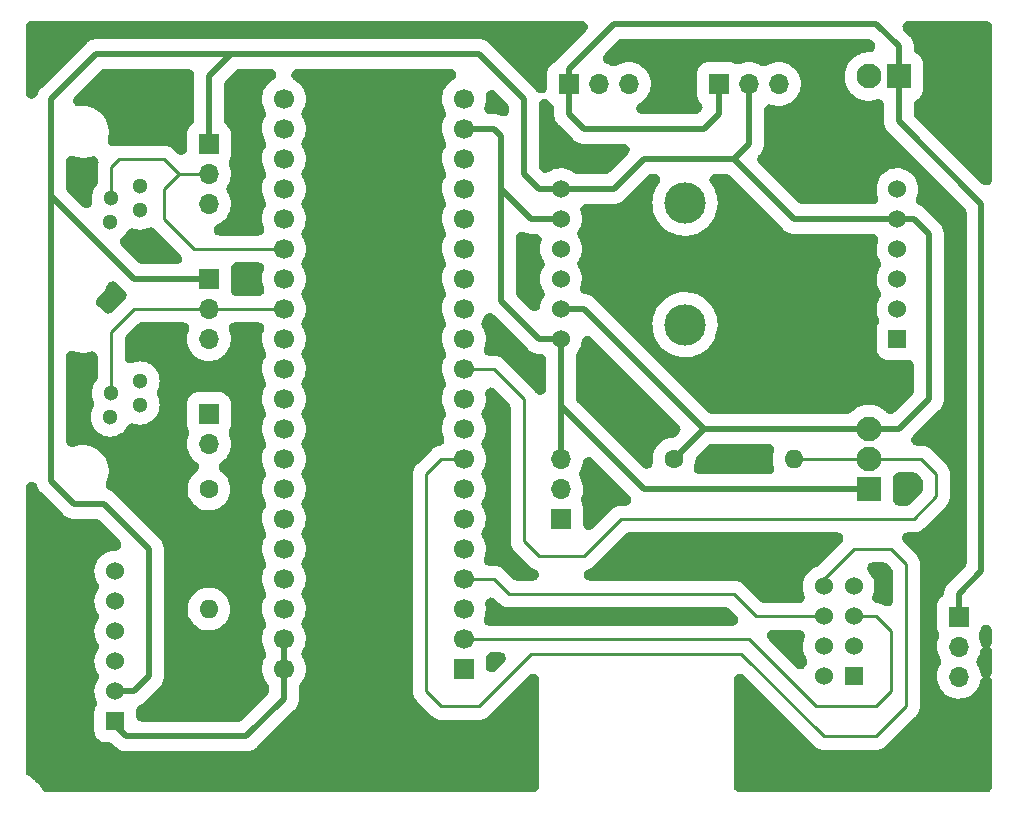
<source format=gtl>
%TF.GenerationSoftware,KiCad,Pcbnew,(6.0.4)*%
%TF.CreationDate,2022-11-02T21:24:09+07:00*%
%TF.ProjectId,01-Beta-PCB-From-Breadboard,30312d42-6574-4612-9d50-43422d46726f,rev?*%
%TF.SameCoordinates,PX68768dcPY7f2c270*%
%TF.FileFunction,Copper,L1,Top*%
%TF.FilePolarity,Positive*%
%FSLAX46Y46*%
G04 Gerber Fmt 4.6, Leading zero omitted, Abs format (unit mm)*
G04 Created by KiCad (PCBNEW (6.0.4)) date 2022-11-02 21:24:09*
%MOMM*%
%LPD*%
G01*
G04 APERTURE LIST*
%TA.AperFunction,ComponentPad*%
%ADD10C,1.300000*%
%TD*%
%TA.AperFunction,ComponentPad*%
%ADD11C,1.524000*%
%TD*%
%TA.AperFunction,ComponentPad*%
%ADD12R,1.524000X1.524000*%
%TD*%
%TA.AperFunction,ComponentPad*%
%ADD13R,1.700000X1.700000*%
%TD*%
%TA.AperFunction,ComponentPad*%
%ADD14O,1.700000X1.700000*%
%TD*%
%TA.AperFunction,ComponentPad*%
%ADD15C,1.700000*%
%TD*%
%TA.AperFunction,WasherPad*%
%ADD16C,3.500000*%
%TD*%
%TA.AperFunction,ComponentPad*%
%ADD17O,1.600000X1.600000*%
%TD*%
%TA.AperFunction,ComponentPad*%
%ADD18C,1.600000*%
%TD*%
%TA.AperFunction,ComponentPad*%
%ADD19C,2.100000*%
%TD*%
%TA.AperFunction,ComponentPad*%
%ADD20R,2.100000X2.100000*%
%TD*%
%TA.AperFunction,Conductor*%
%ADD21C,0.500000*%
%TD*%
%TA.AperFunction,Conductor*%
%ADD22C,0.250000*%
%TD*%
G04 APERTURE END LIST*
D10*
%TO.P,J8,4*%
%TO.N,unconnected-(J8-Pad4)*%
X8150000Y49275000D03*
%TO.P,J8,3*%
%TO.N,Rain Gauge*%
X8250000Y51310000D03*
%TO.P,J8,2*%
%TO.N,GND*%
X10690000Y50290000D03*
%TO.P,J8,1*%
%TO.N,unconnected-(J8-Pad1)*%
X10690000Y52325000D03*
%TD*%
D11*
%TO.P,U5,6,CS*%
%TO.N,TF_NCSS*%
X8580000Y19685000D03*
%TO.P,U5,5,SCK*%
%TO.N,SPI1_SCK*%
X8580000Y17145000D03*
%TO.P,U5,4,MOSI*%
%TO.N,SPI1_MOSI*%
X8580000Y14605000D03*
%TO.P,U5,3,MISO*%
%TO.N,SPI1_MISO*%
X8580000Y12065000D03*
%TO.P,U5,2,VCC*%
%TO.N,+3V3*%
X8580000Y9525000D03*
D12*
%TO.P,U5,1,GND*%
%TO.N,GND*%
X8580000Y6985000D03*
%TD*%
D11*
%TO.P,U4,8,DIO0*%
%TO.N,LoRa_DIO0*%
X68550000Y18415000D03*
%TO.P,U4,7,MISO*%
%TO.N,LoRa_MISO*%
X71090000Y18415000D03*
%TO.P,U4,6,MOSI*%
%TO.N,LoRa_MOSI*%
X68550000Y15875000D03*
%TO.P,U4,5,SCLK*%
%TO.N,LoRa_SCLK*%
X71090000Y15875000D03*
%TO.P,U4,4,NCSS*%
%TO.N,LoRa_NCSS*%
X68550000Y13335000D03*
%TO.P,U4,3,RST*%
%TO.N,LoRa_Reset*%
X71090000Y13335000D03*
%TO.P,U4,2,VCC*%
%TO.N,+3.3VP*%
X68550000Y10795000D03*
D12*
%TO.P,U4,1,GND*%
%TO.N,GND*%
X71090000Y10795000D03*
%TD*%
D13*
%TO.P,J4,1,Pin_1*%
%TO.N,UART_TX*%
X46355000Y24145000D03*
D14*
%TO.P,J4,2,Pin_2*%
%TO.N,UART_RX*%
X46355000Y26685000D03*
%TO.P,J4,3,Pin_3*%
%TO.N,GND*%
X46355000Y29225000D03*
%TD*%
D15*
%TO.P,U1,20,3V3*%
%TO.N,unconnected-(U1-Pad20)*%
X38100000Y59690000D03*
%TO.P,U1,21,VBat*%
%TO.N,unconnected-(U1-Pad21)*%
X22860000Y59690000D03*
%TO.P,U1,19,GND*%
%TO.N,GND*%
X38100000Y57150000D03*
%TO.P,U1,22,PC13*%
%TO.N,unconnected-(U1-Pad22)*%
X22860000Y57150000D03*
%TO.P,U1,18,5V*%
%TO.N,+5V*%
X38100000Y54610000D03*
%TO.P,U1,23,PC14*%
%TO.N,unconnected-(U1-Pad23)*%
X22860000Y54610000D03*
%TO.P,U1,17,PB9*%
%TO.N,unconnected-(U1-Pad17)*%
X38100000Y52070000D03*
%TO.P,U1,24,PC15*%
%TO.N,unconnected-(U1-Pad24)*%
X22860000Y52070000D03*
%TO.P,U1,16,PB8*%
%TO.N,unconnected-(U1-Pad16)*%
X38100000Y49530000D03*
%TO.P,U1,25,PA0*%
%TO.N,unconnected-(U1-Pad25)*%
X22860000Y49530000D03*
%TO.P,U1,15,PB7*%
%TO.N,SDA*%
X38100000Y46990000D03*
%TO.P,U1,26,PA1*%
%TO.N,Rain Gauge*%
X22860000Y46990000D03*
%TO.P,U1,14,PB6*%
%TO.N,SCL*%
X38100000Y44450000D03*
%TO.P,U1,27,PA2*%
%TO.N,unconnected-(U1-Pad27)*%
X22860000Y44450000D03*
%TO.P,U1,13,PB5*%
%TO.N,unconnected-(U1-Pad13)*%
X38100000Y41910000D03*
%TO.P,U1,28,PA3*%
%TO.N,Anemometer*%
X22860000Y41910000D03*
%TO.P,U1,12,PB4*%
%TO.N,unconnected-(U1-Pad12)*%
X38100000Y39370000D03*
%TO.P,U1,29,PA4*%
%TO.N,TF_NCSS*%
X22860000Y39370000D03*
%TO.P,U1,11,PB3*%
%TO.N,DS18B20*%
X38100000Y36830000D03*
%TO.P,U1,30,PA5*%
%TO.N,SPI1_SCK*%
X22860000Y36830000D03*
%TO.P,U1,10,PA15*%
%TO.N,RTC_Alarm*%
X38100000Y34290000D03*
%TO.P,U1,31,PA6*%
%TO.N,SPI1_MISO*%
X22860000Y34290000D03*
%TO.P,U1,9,PA12*%
%TO.N,unconnected-(U1-Pad9)*%
X38100000Y31750000D03*
%TO.P,U1,32,PA7*%
%TO.N,SPI1_MOSI*%
X22860000Y31750000D03*
%TO.P,U1,8,PA11*%
%TO.N,LoRa_DIO0*%
X38100000Y29210000D03*
%TO.P,U1,33,PB0*%
%TO.N,unconnected-(U1-Pad33)*%
X22860000Y29210000D03*
%TO.P,U1,7,PA10*%
%TO.N,UART_RX*%
X38100000Y26670000D03*
%TO.P,U1,34,PB1*%
%TO.N,Wind_Vane*%
X22860000Y26670000D03*
%TO.P,U1,6,PA9*%
%TO.N,UART_TX*%
X38100000Y24130000D03*
%TO.P,U1,35,PB10*%
%TO.N,unconnected-(U1-Pad35)*%
X22860000Y24130000D03*
%TO.P,U1,5,PA8*%
%TO.N,LoRa_Reset*%
X38100000Y21590000D03*
%TO.P,U1,36,PB11*%
%TO.N,unconnected-(U1-Pad36)*%
X22860000Y21590000D03*
%TO.P,U1,4,PB15*%
%TO.N,LoRa_MOSI*%
X38100000Y19050000D03*
%TO.P,U1,37,RST*%
%TO.N,unconnected-(U1-Pad37)*%
X22860000Y19050000D03*
%TO.P,U1,3,PB14*%
%TO.N,LoRa_MISO*%
X38100000Y16510000D03*
%TO.P,U1,38,3V3*%
%TO.N,+3.3VA*%
X22860000Y16510000D03*
%TO.P,U1,2,PB13*%
%TO.N,LoRa_SCLK*%
X38100000Y13970000D03*
%TO.P,U1,39,GND*%
%TO.N,GND*%
X22860000Y13970000D03*
D13*
%TO.P,U1,1,PB12*%
%TO.N,LoRa_NCSS*%
X38100000Y11430000D03*
D15*
%TO.P,U1,40,GND*%
%TO.N,GND*%
X22860000Y11430000D03*
%TD*%
D11*
%TO.P,U3,5,ADDR*%
%TO.N,GND*%
X46320000Y39370000D03*
%TO.P,U3,4,SCL*%
%TO.N,SCL*%
X46320000Y44450000D03*
%TO.P,U3,3,SDA*%
%TO.N,SDA*%
X46320000Y46990000D03*
%TO.P,U3,2,GND*%
%TO.N,GND*%
X46320000Y49530000D03*
%TO.P,U3,1,VCC*%
%TO.N,+3V3*%
X46320000Y41910000D03*
X46320000Y52070000D03*
D16*
%TO.P,U3,*%
%TO.N,*%
X56820000Y50870000D03*
X56820000Y40570000D03*
%TD*%
D11*
%TO.P,U2,6,SQW*%
%TO.N,RTC_Alarm*%
X74810000Y41910000D03*
D12*
%TO.P,U2,5,32K*%
%TO.N,unconnected-(U2-Pad5)*%
X74810000Y39370000D03*
D11*
%TO.P,U2,4,GND*%
%TO.N,GND*%
X74810000Y52070000D03*
%TO.P,U2,3,VCC*%
%TO.N,+3V3*%
X74810000Y49530000D03*
%TO.P,U2,2,SDA*%
%TO.N,SDA*%
X74810000Y46990000D03*
%TO.P,U2,1,SCL*%
%TO.N,SCL*%
X74810000Y44450000D03*
%TD*%
D17*
%TO.P,R2,2*%
%TO.N,DS18B20*%
X66040000Y29210000D03*
D18*
%TO.P,R2,1*%
%TO.N,+3V3*%
X55880000Y29210000D03*
%TD*%
D17*
%TO.P,R1,2*%
%TO.N,+3.3VA*%
X16510000Y16510000D03*
D18*
%TO.P,R1,1*%
%TO.N,Wind_Vane_SensorSide*%
X16510000Y26670000D03*
%TD*%
D19*
%TO.P,J10,3,Pin_3*%
%TO.N,+3V3*%
X72390000Y31750000D03*
%TO.P,J10,2,Pin_2*%
%TO.N,DS18B20*%
X72390000Y29210000D03*
D20*
%TO.P,J10,1,Pin_1*%
%TO.N,GND*%
X72390000Y26670000D03*
%TD*%
D14*
%TO.P,J9,3,Pin_3*%
%TO.N,GND*%
X16510000Y50785000D03*
%TO.P,J9,2,Pin_2*%
%TO.N,Rain Gauge*%
X16510000Y53325000D03*
D13*
%TO.P,J9,1,Pin_1*%
%TO.N,+3V3*%
X16510000Y55865000D03*
%TD*%
D14*
%TO.P,J7,3,Pin_3*%
%TO.N,GND*%
X16510000Y39355000D03*
%TO.P,J7,2,Pin_2*%
%TO.N,Anemometer*%
X16510000Y41895000D03*
D13*
%TO.P,J7,1,Pin_1*%
%TO.N,+3V3*%
X16510000Y44435000D03*
%TD*%
D14*
%TO.P,J6,2,Pin_2*%
%TO.N,Wind_Vane*%
X16510000Y30480000D03*
D13*
%TO.P,J6,1,Pin_1*%
%TO.N,Wind_Vane_SensorSide*%
X16510000Y33020000D03*
%TD*%
D10*
%TO.P,J5,4*%
%TO.N,Wind_Vane_SensorSide*%
X8150000Y32765000D03*
%TO.P,J5,3*%
%TO.N,Anemometer*%
X8250000Y34800000D03*
%TO.P,J5,2*%
%TO.N,GND*%
X10690000Y33780000D03*
%TO.P,J5,1*%
X10690000Y35815000D03*
%TD*%
D14*
%TO.P,J3,3,Pin_3*%
%TO.N,GND*%
X80010000Y10780000D03*
%TO.P,J3,2,Pin_2*%
%TO.N,+3.3VP*%
X80010000Y13320000D03*
D13*
%TO.P,J3,1,Pin_1*%
%TO.N,VDD*%
X80010000Y15860000D03*
%TD*%
D14*
%TO.P,J2,3,Pin_3*%
%TO.N,GND*%
X64770000Y60960000D03*
%TO.P,J2,2,Pin_2*%
%TO.N,+3V3*%
X62230000Y60960000D03*
D13*
%TO.P,J2,1,Pin_1*%
%TO.N,VDD*%
X59690000Y60960000D03*
%TD*%
D14*
%TO.P,J1,3,Pin_3*%
%TO.N,GND*%
X52070000Y60960000D03*
%TO.P,J1,2,Pin_2*%
%TO.N,+5V*%
X49530000Y60960000D03*
D13*
%TO.P,J1,1,Pin_1*%
%TO.N,VDD*%
X46990000Y60960000D03*
%TD*%
D19*
%TO.P,J0,2,Pin_2*%
%TO.N,GND*%
X72390000Y61595000D03*
D20*
%TO.P,J0,1,Pin_1*%
%TO.N,VDD*%
X74930000Y61595000D03*
%TD*%
D21*
%TO.N,+3V3*%
X10175000Y44435000D02*
X3175000Y51435000D01*
X16510000Y44435000D02*
X10175000Y44435000D01*
X3175000Y52070000D02*
X3175000Y27305000D01*
X3175000Y51435000D02*
X3175000Y52070000D01*
X3175000Y59690000D02*
X3175000Y52070000D01*
X16510000Y55865000D02*
X16510000Y61595000D01*
X16510000Y61595000D02*
X18415000Y63500000D01*
X39370000Y63500000D02*
X18415000Y63500000D01*
X18415000Y63500000D02*
X6985000Y63500000D01*
X10160000Y9525000D02*
X8580000Y9525000D01*
X11430000Y10795000D02*
X10160000Y9525000D01*
X11430000Y21590000D02*
X11430000Y10795000D01*
X7620000Y25400000D02*
X11430000Y21590000D01*
X5080000Y25400000D02*
X7620000Y25400000D01*
X43180000Y59690000D02*
X39370000Y63500000D01*
X44450000Y52070000D02*
X43180000Y53340000D01*
X6985000Y63500000D02*
X3175000Y59690000D01*
X3175000Y27305000D02*
X5080000Y25400000D01*
X46320000Y52070000D02*
X44450000Y52070000D01*
X43180000Y53340000D02*
X43180000Y59690000D01*
%TO.N,VDD*%
X80010000Y17780000D02*
X80010000Y15860000D01*
X81915000Y19685000D02*
X80010000Y17780000D01*
X74930000Y57785000D02*
X81915000Y50800000D01*
X81915000Y50800000D02*
X81915000Y19685000D01*
X74930000Y61595000D02*
X74930000Y57785000D01*
%TO.N,+3V3*%
X72390000Y31750000D02*
X58420000Y31750000D01*
%TO.N,GND*%
X22860000Y13970000D02*
X22860000Y11430000D01*
X22860000Y8890000D02*
X22860000Y11430000D01*
X19685000Y5715000D02*
X22860000Y8890000D01*
X9525000Y5715000D02*
X19685000Y5715000D01*
X8580000Y6660000D02*
X9525000Y5715000D01*
X8580000Y6985000D02*
X8580000Y6660000D01*
%TO.N,VDD*%
X74930000Y64135000D02*
X74930000Y61595000D01*
X73025000Y66040000D02*
X74930000Y64135000D01*
X50800000Y66040000D02*
X73025000Y66040000D01*
X46990000Y62230000D02*
X50800000Y66040000D01*
X46990000Y60960000D02*
X46990000Y62230000D01*
D22*
%TO.N,Anemometer*%
X8250000Y40000000D02*
X10160000Y41910000D01*
X10160000Y41910000D02*
X11430000Y41910000D01*
X8250000Y34800000D02*
X8250000Y40000000D01*
D21*
%TO.N,GND*%
X43815000Y49530000D02*
X41275000Y52070000D01*
X46320000Y49530000D02*
X43815000Y49530000D01*
X41275000Y52070000D02*
X41275000Y56515000D01*
X41275000Y42545000D02*
X41275000Y52070000D01*
X40640000Y57150000D02*
X38100000Y57150000D01*
X41275000Y56515000D02*
X40640000Y57150000D01*
X46320000Y39370000D02*
X44450000Y39370000D01*
X44450000Y39370000D02*
X41275000Y42545000D01*
D22*
%TO.N,LoRa_DIO0*%
X71120000Y21590000D02*
X68550000Y19020000D01*
X74295000Y21590000D02*
X71120000Y21590000D01*
X75565000Y20320000D02*
X74295000Y21590000D01*
X73025000Y5715000D02*
X75565000Y8255000D01*
X68580000Y5715000D02*
X73025000Y5715000D01*
X61595000Y12700000D02*
X68580000Y5715000D01*
X43815000Y12700000D02*
X61595000Y12700000D01*
X68550000Y19020000D02*
X68550000Y18415000D01*
X39370000Y8255000D02*
X43815000Y12700000D01*
X75565000Y8255000D02*
X75565000Y20320000D01*
X36195000Y8255000D02*
X39370000Y8255000D01*
X34925000Y9525000D02*
X36195000Y8255000D01*
X34925000Y27940000D02*
X34925000Y9525000D01*
X36195000Y29210000D02*
X34925000Y27940000D01*
X38100000Y29210000D02*
X36195000Y29210000D01*
%TO.N,LoRa_SCLK*%
X62230000Y13970000D02*
X38100000Y13970000D01*
X67945000Y8255000D02*
X62230000Y13970000D01*
X73025000Y8255000D02*
X67945000Y8255000D01*
X74295000Y9525000D02*
X73025000Y8255000D01*
X71090000Y15875000D02*
X73025000Y15875000D01*
X73025000Y15875000D02*
X74295000Y14605000D01*
X74295000Y14605000D02*
X74295000Y9525000D01*
%TO.N,LoRa_MOSI*%
X40640000Y19050000D02*
X38100000Y19050000D01*
X41910000Y17780000D02*
X40640000Y19050000D01*
X62865000Y15875000D02*
X60960000Y17780000D01*
X68550000Y15875000D02*
X62865000Y15875000D01*
X60960000Y17780000D02*
X41910000Y17780000D01*
%TO.N,DS18B20*%
X66040000Y29210000D02*
X72390000Y29210000D01*
X76835000Y29210000D02*
X72390000Y29210000D01*
X78105000Y27940000D02*
X76835000Y29210000D01*
X78105000Y26035000D02*
X78105000Y27940000D01*
X76200000Y24130000D02*
X78105000Y26035000D01*
X51435000Y24130000D02*
X76200000Y24130000D01*
X48260000Y20955000D02*
X51435000Y24130000D01*
X44450000Y20955000D02*
X48260000Y20955000D01*
X43180000Y22225000D02*
X44450000Y20955000D01*
X43180000Y34290000D02*
X43180000Y22225000D01*
X40640000Y36830000D02*
X43180000Y34290000D01*
X38100000Y36830000D02*
X40640000Y36830000D01*
%TO.N,UART_TX*%
X46340000Y24130000D02*
X46355000Y24145000D01*
%TO.N,UART_RX*%
X38115000Y26685000D02*
X38100000Y26670000D01*
D21*
%TO.N,GND*%
X46320000Y33690000D02*
X46355000Y33655000D01*
X46355000Y33655000D02*
X46355000Y29225000D01*
X46320000Y33690000D02*
X46320000Y39370000D01*
X53340000Y26670000D02*
X46320000Y33690000D01*
X72390000Y26670000D02*
X53340000Y26670000D01*
%TO.N,+3V3*%
X74930000Y31750000D02*
X72390000Y31750000D01*
X77470000Y34290000D02*
X74930000Y31750000D01*
X77470000Y48260000D02*
X77470000Y34290000D01*
X76200000Y49530000D02*
X77470000Y48260000D01*
X74810000Y49530000D02*
X76200000Y49530000D01*
X48260000Y41910000D02*
X58420000Y31750000D01*
X46320000Y41910000D02*
X48260000Y41910000D01*
X58420000Y31750000D02*
X55880000Y29210000D01*
X62230000Y55880000D02*
X60960000Y54610000D01*
X62230000Y60960000D02*
X62230000Y55880000D01*
X53340000Y54610000D02*
X60960000Y54610000D01*
X66040000Y49530000D02*
X74810000Y49530000D01*
X50800000Y52070000D02*
X53340000Y54610000D01*
X46320000Y52070000D02*
X50800000Y52070000D01*
X60960000Y54610000D02*
X66040000Y49530000D01*
D22*
%TO.N,Rain Gauge*%
X12700000Y54610000D02*
X13985000Y53325000D01*
X8890000Y54610000D02*
X12700000Y54610000D01*
X8250000Y53970000D02*
X8890000Y54610000D01*
X8250000Y51310000D02*
X8250000Y53970000D01*
X13985000Y53325000D02*
X16510000Y53325000D01*
X15240000Y46990000D02*
X22860000Y46990000D01*
X12700000Y49530000D02*
X15240000Y46990000D01*
X12700000Y52070000D02*
X12700000Y49530000D01*
X13955000Y53325000D02*
X12700000Y52070000D01*
X16510000Y53325000D02*
X13955000Y53325000D01*
D21*
%TO.N,VDD*%
X59690000Y58420000D02*
X58420000Y57150000D01*
X59690000Y60960000D02*
X59690000Y58420000D01*
X48260000Y57150000D02*
X58420000Y57150000D01*
X46990000Y58420000D02*
X48260000Y57150000D01*
X46990000Y60960000D02*
X46990000Y58420000D01*
D22*
%TO.N,Anemometer*%
X22845000Y41895000D02*
X22860000Y41910000D01*
X16510000Y41895000D02*
X22845000Y41895000D01*
X11415000Y41895000D02*
X16510000Y41895000D01*
%TD*%
%TA.AperFunction,NonConductor*%
G36*
X48236919Y66289287D02*
G01*
X48366114Y66230286D01*
X48473453Y66137276D01*
X48550240Y66017792D01*
X48590255Y65881515D01*
X48590255Y65739485D01*
X48550240Y65603208D01*
X48473453Y65483724D01*
X48449180Y65457654D01*
X46183675Y63192149D01*
X46168593Y63177685D01*
X46157776Y63167738D01*
X46140146Y63154210D01*
X46125189Y63137772D01*
X46091584Y63100841D01*
X46075354Y63083828D01*
X46065720Y63074194D01*
X46058589Y63065665D01*
X46058585Y63065661D01*
X46054122Y63060323D01*
X46040378Y63044567D01*
X46004870Y63005544D01*
X46004867Y63005540D01*
X45989914Y62989107D01*
X45978103Y62970280D01*
X45978010Y62970157D01*
X45975536Y62967053D01*
X45973349Y62963742D01*
X45973259Y62963613D01*
X45959003Y62946562D01*
X45947993Y62927259D01*
X45935310Y62909011D01*
X45934214Y62909773D01*
X45861263Y62816000D01*
X45746216Y62733121D01*
X45586404Y62649573D01*
X45428891Y62521109D01*
X45300427Y62363596D01*
X45206259Y62183470D01*
X45150234Y61988087D01*
X45139500Y61867816D01*
X45139500Y60655716D01*
X45119287Y60515131D01*
X45060286Y60385936D01*
X44967276Y60278597D01*
X44847792Y60201810D01*
X44711515Y60161795D01*
X44569485Y60161795D01*
X44433208Y60201810D01*
X44313724Y60278597D01*
X44235270Y60364529D01*
X44216968Y60389999D01*
X44205129Y60407225D01*
X44174013Y60454595D01*
X44174012Y60454596D01*
X44163970Y60469884D01*
X44148557Y60487184D01*
X44141206Y60495434D01*
X44141421Y60495626D01*
X44140206Y60496825D01*
X44130448Y60510405D01*
X44114493Y60525867D01*
X44114490Y60525870D01*
X44056343Y60582218D01*
X44050758Y60587716D01*
X40332149Y64306325D01*
X40317685Y64321407D01*
X40307738Y64332224D01*
X40294210Y64349854D01*
X40240841Y64398416D01*
X40223828Y64414646D01*
X40214194Y64424280D01*
X40200323Y64435878D01*
X40184567Y64449622D01*
X40145544Y64485130D01*
X40145540Y64485133D01*
X40129107Y64500086D01*
X40110280Y64511897D01*
X40110157Y64511990D01*
X40107053Y64514464D01*
X40103742Y64516651D01*
X40103613Y64516741D01*
X40086562Y64530997D01*
X40067260Y64542007D01*
X40067251Y64542013D01*
X40021447Y64568139D01*
X40003511Y64578873D01*
X39958835Y64606899D01*
X39958827Y64606903D01*
X39940010Y64618707D01*
X39919392Y64626995D01*
X39919253Y64627066D01*
X39915754Y64628954D01*
X39912079Y64630533D01*
X39911965Y64630585D01*
X39892663Y64641595D01*
X39871719Y64649012D01*
X39871714Y64649014D01*
X39821988Y64666623D01*
X39802456Y64674003D01*
X39732895Y64701966D01*
X39711142Y64706471D01*
X39710967Y64706524D01*
X39707217Y64707753D01*
X39703325Y64708655D01*
X39703203Y64708686D01*
X39682244Y64716108D01*
X39660306Y64719700D01*
X39660304Y64719701D01*
X39608274Y64728221D01*
X39587718Y64732031D01*
X39532231Y64743522D01*
X39532227Y64743523D01*
X39514310Y64747233D01*
X39480146Y64749203D01*
X39480162Y64749485D01*
X39478483Y64749475D01*
X39461954Y64752182D01*
X39439728Y64751833D01*
X39439726Y64751833D01*
X39358823Y64750562D01*
X39350986Y64750500D01*
X18525173Y64750500D01*
X18504278Y64750938D01*
X18489606Y64751553D01*
X18467578Y64754453D01*
X18395508Y64751054D01*
X18372000Y64750500D01*
X7095173Y64750500D01*
X7074278Y64750938D01*
X7059606Y64751553D01*
X7037578Y64754453D01*
X6965501Y64751054D01*
X6941995Y64750500D01*
X6928370Y64750500D01*
X6917313Y64749513D01*
X6917308Y64749513D01*
X6910338Y64748891D01*
X6889487Y64747469D01*
X6814602Y64743938D01*
X6792937Y64738976D01*
X6792782Y64738955D01*
X6788837Y64738509D01*
X6784946Y64737714D01*
X6784793Y64737687D01*
X6762661Y64735711D01*
X6741227Y64729847D01*
X6741220Y64729846D01*
X6690360Y64715932D01*
X6670086Y64710839D01*
X6597013Y64694103D01*
X6576573Y64685384D01*
X6576434Y64685339D01*
X6572621Y64684199D01*
X6568900Y64682714D01*
X6568792Y64682674D01*
X6547349Y64676808D01*
X6479678Y64644530D01*
X6460653Y64635940D01*
X6391687Y64606524D01*
X6373107Y64594319D01*
X6372999Y64594261D01*
X6369437Y64592458D01*
X6366056Y64590349D01*
X6365938Y64590279D01*
X6345871Y64580708D01*
X6327819Y64567736D01*
X6327817Y64567735D01*
X6285002Y64536969D01*
X6267775Y64525129D01*
X6251539Y64514464D01*
X6205116Y64483970D01*
X6191460Y64471803D01*
X6191456Y64471800D01*
X6179566Y64461206D01*
X6179374Y64461421D01*
X6178175Y64460206D01*
X6164595Y64450448D01*
X6149133Y64434493D01*
X6149130Y64434490D01*
X6092782Y64376343D01*
X6087284Y64370758D01*
X2368675Y60652149D01*
X2353593Y60637685D01*
X2342776Y60627738D01*
X2325146Y60614210D01*
X2298516Y60584944D01*
X2276584Y60560841D01*
X2260354Y60543828D01*
X2250720Y60534194D01*
X2243589Y60525665D01*
X2243585Y60525661D01*
X2239122Y60520323D01*
X2225378Y60504567D01*
X2189870Y60465544D01*
X2189867Y60465540D01*
X2174914Y60449107D01*
X2163103Y60430280D01*
X2163010Y60430157D01*
X2160536Y60427053D01*
X2158349Y60423742D01*
X2158259Y60423613D01*
X2144003Y60406562D01*
X2132993Y60387260D01*
X2132987Y60387251D01*
X2106861Y60341447D01*
X2096127Y60323511D01*
X2068101Y60278835D01*
X2068097Y60278827D01*
X2056293Y60260010D01*
X2048005Y60239392D01*
X2047934Y60239253D01*
X2046046Y60235754D01*
X2044467Y60232079D01*
X2044415Y60231965D01*
X2033405Y60212663D01*
X2025988Y60191719D01*
X2025986Y60191714D01*
X2008377Y60141988D01*
X2000997Y60122456D01*
X1973034Y60052895D01*
X1972298Y60049339D01*
X1917216Y59931121D01*
X1823391Y59824494D01*
X1703325Y59748620D01*
X1566747Y59709646D01*
X1424721Y59710729D01*
X1288753Y59751781D01*
X1169859Y59829477D01*
X1077670Y59937523D01*
X1019655Y60067164D01*
X1000500Y60204094D01*
X1000500Y65810500D01*
X1020713Y65951085D01*
X1079714Y66080280D01*
X1172724Y66187619D01*
X1292208Y66264406D01*
X1428485Y66304421D01*
X1499500Y66309500D01*
X48096334Y66309500D01*
X48236919Y66289287D01*
G37*
%TD.AperFunction*%
%TA.AperFunction,NonConductor*%
G36*
X40611118Y60426847D02*
G01*
X40735726Y60358690D01*
X40789246Y60312280D01*
X41783346Y59318180D01*
X41868462Y59204479D01*
X41918096Y59071404D01*
X41929500Y58965334D01*
X41929500Y58714185D01*
X41909287Y58573600D01*
X41850286Y58444405D01*
X41757276Y58337066D01*
X41637792Y58260279D01*
X41501515Y58220264D01*
X41359485Y58220264D01*
X41223654Y58260148D01*
X41210010Y58268707D01*
X41189387Y58276997D01*
X41189252Y58277066D01*
X41185750Y58278956D01*
X41182079Y58280533D01*
X41181965Y58280585D01*
X41162663Y58291595D01*
X41141719Y58299012D01*
X41141714Y58299014D01*
X41091988Y58316623D01*
X41072456Y58324003D01*
X41002895Y58351966D01*
X40981142Y58356471D01*
X40980967Y58356524D01*
X40977217Y58357753D01*
X40973325Y58358655D01*
X40973203Y58358686D01*
X40952244Y58366108D01*
X40930306Y58369700D01*
X40930304Y58369701D01*
X40878274Y58378221D01*
X40857718Y58382031D01*
X40802231Y58393522D01*
X40802227Y58393523D01*
X40784310Y58397233D01*
X40750146Y58399203D01*
X40750162Y58399485D01*
X40748483Y58399475D01*
X40731954Y58402182D01*
X40709728Y58401833D01*
X40709726Y58401833D01*
X40628823Y58400562D01*
X40620986Y58400500D01*
X40316230Y58400500D01*
X40175645Y58420713D01*
X40046450Y58479714D01*
X39939111Y58572724D01*
X39862324Y58692208D01*
X39822309Y58828485D01*
X39822309Y58970515D01*
X39844284Y59058707D01*
X39845547Y59061564D01*
X39862225Y59120697D01*
X39911893Y59296807D01*
X39911893Y59296808D01*
X39916681Y59313784D01*
X39937537Y59469063D01*
X39949871Y59560888D01*
X39949871Y59560892D01*
X39951566Y59573509D01*
X39953878Y59647060D01*
X39954827Y59677266D01*
X39954827Y59677270D01*
X39955227Y59690000D01*
X39951413Y59743868D01*
X39938646Y59924193D01*
X39948880Y60065854D01*
X39998610Y60198893D01*
X40083807Y60312533D01*
X40197569Y60397567D01*
X40330680Y60447106D01*
X40472355Y60457137D01*
X40611118Y60426847D01*
G37*
%TD.AperFunction*%
%TA.AperFunction,NonConductor*%
G36*
X14904169Y62229287D02*
G01*
X15033364Y62170286D01*
X15140703Y62077276D01*
X15217490Y61957792D01*
X15257505Y61821515D01*
X15259291Y61779610D01*
X15260112Y61776063D01*
X15260215Y61757923D01*
X15261756Y61721774D01*
X15260797Y61705146D01*
X15260796Y61705141D01*
X15260515Y61705157D01*
X15260525Y61703483D01*
X15257818Y61686954D01*
X15258167Y61664728D01*
X15258167Y61664726D01*
X15259438Y61583823D01*
X15259500Y61575986D01*
X15259500Y57916378D01*
X15239287Y57775793D01*
X15180286Y57646598D01*
X15087276Y57539259D01*
X15075882Y57529680D01*
X14948891Y57426109D01*
X14820427Y57268596D01*
X14726259Y57088470D01*
X14670234Y56893087D01*
X14659500Y56772816D01*
X14659500Y55446890D01*
X14639287Y55306305D01*
X14580286Y55177110D01*
X14487276Y55069771D01*
X14367792Y54992984D01*
X14231515Y54952969D01*
X14089485Y54952969D01*
X13953208Y54992984D01*
X13833724Y55069771D01*
X13807654Y55094044D01*
X13565625Y55336073D01*
X13562480Y55339457D01*
X13555874Y55348770D01*
X13490797Y55411068D01*
X13483018Y55418680D01*
X13457903Y55443795D01*
X13449646Y55450614D01*
X13443387Y55456454D01*
X13417897Y55480855D01*
X13400735Y55497284D01*
X13380778Y55510170D01*
X13366870Y55521154D01*
X13352186Y55531096D01*
X13333870Y55546221D01*
X13291918Y55569142D01*
X13260497Y55587835D01*
X13240261Y55600901D01*
X13240258Y55600903D01*
X13220311Y55613782D01*
X13198289Y55622657D01*
X13182555Y55630813D01*
X13166247Y55637803D01*
X13145399Y55649193D01*
X13099849Y55663774D01*
X13065464Y55676187D01*
X13043135Y55685186D01*
X13043134Y55685186D01*
X13021113Y55694061D01*
X12997808Y55698612D01*
X12980801Y55703650D01*
X12963476Y55707427D01*
X12940856Y55714668D01*
X12917276Y55717501D01*
X12917274Y55717501D01*
X12893381Y55720371D01*
X12857255Y55726060D01*
X12827962Y55731781D01*
X12827955Y55731782D01*
X12810329Y55735224D01*
X12804686Y55735500D01*
X12797303Y55735500D01*
X12796419Y55735553D01*
X12792489Y55735649D01*
X12792492Y55735788D01*
X12774042Y55736892D01*
X12751203Y55737450D01*
X12727623Y55740283D01*
X12703938Y55738606D01*
X12703934Y55738606D01*
X12677671Y55736746D01*
X12642426Y55735500D01*
X8988679Y55735500D01*
X8984066Y55735669D01*
X8972805Y55737584D01*
X8949060Y55737066D01*
X8949058Y55737066D01*
X8882749Y55735619D01*
X8871864Y55735500D01*
X8836336Y55735500D01*
X8825683Y55734483D01*
X8817163Y55734188D01*
X8789885Y55733593D01*
X8781832Y55733417D01*
X8781831Y55733417D01*
X8758090Y55732899D01*
X8734874Y55727901D01*
X8717265Y55725832D01*
X8699845Y55722477D01*
X8676205Y55720222D01*
X8653415Y55713536D01*
X8653414Y55713536D01*
X8630325Y55706763D01*
X8594898Y55697765D01*
X8548135Y55687697D01*
X8548133Y55687696D01*
X8547644Y55689966D01*
X8439181Y55671978D01*
X8298194Y55689156D01*
X8167757Y55745360D01*
X8058438Y55836035D01*
X7979094Y55953836D01*
X7936151Y56089218D01*
X7933090Y56231216D01*
X7948519Y56307571D01*
X7983180Y56429248D01*
X7987835Y56445589D01*
X7996351Y56505420D01*
X8027333Y56723114D01*
X8027333Y56723120D01*
X8029726Y56739931D01*
X8029894Y56771932D01*
X8031193Y57020249D01*
X8031282Y57037235D01*
X7992476Y57331999D01*
X7939661Y57525056D01*
X7918507Y57602383D01*
X7918506Y57602387D01*
X7914024Y57618769D01*
X7797379Y57892239D01*
X7644700Y58147349D01*
X7509086Y58316623D01*
X7469429Y58366123D01*
X7469425Y58366127D01*
X7458810Y58379377D01*
X7275916Y58552937D01*
X7255474Y58572336D01*
X7255473Y58572337D01*
X7243151Y58584030D01*
X7229356Y58593943D01*
X7229352Y58593946D01*
X7015510Y58747606D01*
X7001712Y58757521D01*
X6986703Y58765468D01*
X6986698Y58765471D01*
X6753975Y58888691D01*
X6738962Y58896640D01*
X6459762Y58998813D01*
X6443173Y59002430D01*
X6443166Y59002432D01*
X6325718Y59028039D01*
X6169278Y59062149D01*
X5936102Y59080500D01*
X5775262Y59080500D01*
X5766814Y59079924D01*
X5766782Y59079923D01*
X5556540Y59065590D01*
X5414906Y59076194D01*
X5281997Y59126271D01*
X5168580Y59211765D01*
X5083844Y59325749D01*
X5034653Y59458989D01*
X5024993Y59600691D01*
X5055646Y59739374D01*
X5124129Y59863803D01*
X5169754Y59916280D01*
X7356820Y62103346D01*
X7470521Y62188462D01*
X7603596Y62238096D01*
X7709666Y62249500D01*
X14763584Y62249500D01*
X14904169Y62229287D01*
G37*
%TD.AperFunction*%
%TA.AperFunction,NonConductor*%
G36*
X45136792Y59675591D02*
G01*
X45256276Y59598804D01*
X45316197Y59537068D01*
X45428891Y59398891D01*
X45490688Y59348491D01*
X45555882Y59295320D01*
X45652052Y59190802D01*
X45714881Y59063424D01*
X45739278Y58923505D01*
X45739500Y58908622D01*
X45739500Y58530173D01*
X45739062Y58509278D01*
X45738447Y58494606D01*
X45735547Y58472578D01*
X45738936Y58400714D01*
X45738946Y58400508D01*
X45739500Y58377000D01*
X45739500Y58363370D01*
X45741112Y58345305D01*
X45742531Y58324495D01*
X45742902Y58316623D01*
X45744833Y58275690D01*
X45746063Y58249602D01*
X45751024Y58227941D01*
X45751040Y58227825D01*
X45751489Y58223849D01*
X45752285Y58219957D01*
X45752313Y58219799D01*
X45754289Y58197661D01*
X45760154Y58176223D01*
X45760154Y58176222D01*
X45774071Y58125349D01*
X45779161Y58105083D01*
X45790934Y58053682D01*
X45795897Y58032013D01*
X45804617Y58011570D01*
X45804660Y58011438D01*
X45805802Y58007620D01*
X45807286Y58003900D01*
X45807326Y58003792D01*
X45813192Y57982349D01*
X45822761Y57962288D01*
X45845464Y57914691D01*
X45854060Y57895653D01*
X45883476Y57826687D01*
X45895681Y57808107D01*
X45895739Y57807999D01*
X45897542Y57804437D01*
X45899651Y57801056D01*
X45899721Y57800938D01*
X45909292Y57780871D01*
X45923157Y57761576D01*
X45953036Y57719995D01*
X45964873Y57702772D01*
X45995987Y57655405D01*
X45995994Y57655396D01*
X46006031Y57640116D01*
X46018199Y57626459D01*
X46028792Y57614569D01*
X46028576Y57614377D01*
X46029794Y57613174D01*
X46039552Y57599595D01*
X46086011Y57554573D01*
X46113657Y57527782D01*
X46119242Y57522284D01*
X47297851Y56343675D01*
X47312315Y56328593D01*
X47322262Y56317776D01*
X47335790Y56300146D01*
X47352228Y56285189D01*
X47389159Y56251584D01*
X47406172Y56235354D01*
X47415806Y56225720D01*
X47424335Y56218589D01*
X47424339Y56218585D01*
X47429677Y56214122D01*
X47445433Y56200378D01*
X47484456Y56164870D01*
X47484460Y56164867D01*
X47500893Y56149914D01*
X47519720Y56138103D01*
X47519843Y56138010D01*
X47522947Y56135536D01*
X47526258Y56133349D01*
X47526387Y56133259D01*
X47543438Y56119003D01*
X47562740Y56107993D01*
X47562749Y56107987D01*
X47608553Y56081861D01*
X47626489Y56071127D01*
X47671165Y56043101D01*
X47671173Y56043097D01*
X47689990Y56031293D01*
X47710608Y56023005D01*
X47710747Y56022934D01*
X47714246Y56021046D01*
X47717921Y56019467D01*
X47718035Y56019415D01*
X47737337Y56008405D01*
X47758281Y56000988D01*
X47758286Y56000986D01*
X47808012Y55983377D01*
X47827544Y55975997D01*
X47897105Y55948034D01*
X47918858Y55943529D01*
X47919033Y55943476D01*
X47922783Y55942247D01*
X47926675Y55941345D01*
X47926797Y55941314D01*
X47947756Y55933892D01*
X47969694Y55930300D01*
X47969696Y55930299D01*
X48021726Y55921779D01*
X48042282Y55917969D01*
X48097769Y55906478D01*
X48097773Y55906477D01*
X48115690Y55902767D01*
X48149854Y55900797D01*
X48149838Y55900515D01*
X48151517Y55900525D01*
X48168046Y55897818D01*
X48190272Y55898167D01*
X48190274Y55898167D01*
X48271177Y55899438D01*
X48279014Y55899500D01*
X51656334Y55899500D01*
X51796919Y55879287D01*
X51926114Y55820286D01*
X52033453Y55727276D01*
X52110240Y55607792D01*
X52150255Y55471515D01*
X52150255Y55329485D01*
X52110240Y55193208D01*
X52033453Y55073724D01*
X52009180Y55047654D01*
X50428180Y53466654D01*
X50314479Y53381538D01*
X50181404Y53331904D01*
X50075334Y53320500D01*
X47758778Y53320500D01*
X47618193Y53340713D01*
X47488998Y53399714D01*
X47445366Y53431257D01*
X47432287Y53443560D01*
X47417070Y53454117D01*
X47232257Y53582327D01*
X47217045Y53592880D01*
X47200442Y53601068D01*
X47200438Y53601070D01*
X46998701Y53700555D01*
X46998699Y53700556D01*
X46982095Y53708744D01*
X46732601Y53788607D01*
X46714332Y53791582D01*
X46714325Y53791584D01*
X46492317Y53827740D01*
X46492315Y53827740D01*
X46474043Y53830716D01*
X46338827Y53832486D01*
X46230612Y53833903D01*
X46230608Y53833903D01*
X46212100Y53834145D01*
X45952528Y53798819D01*
X45934750Y53793637D01*
X45934749Y53793637D01*
X45917492Y53788607D01*
X45701029Y53725514D01*
X45463127Y53615840D01*
X45447645Y53605690D01*
X45447644Y53605689D01*
X45325109Y53525351D01*
X45196458Y53465173D01*
X45056063Y53443678D01*
X44915300Y53462607D01*
X44785572Y53520427D01*
X44698663Y53589811D01*
X44576654Y53711820D01*
X44491538Y53825521D01*
X44441904Y53958596D01*
X44430500Y54064666D01*
X44430500Y59221685D01*
X44450713Y59362270D01*
X44509714Y59491465D01*
X44602724Y59598804D01*
X44722208Y59675591D01*
X44858485Y59715606D01*
X45000515Y59715606D01*
X45136792Y59675591D01*
G37*
%TD.AperFunction*%
%TA.AperFunction,NonConductor*%
G36*
X82461085Y66289287D02*
G01*
X82590280Y66230286D01*
X82697619Y66137276D01*
X82774406Y66017792D01*
X82814421Y65881515D01*
X82819500Y65810500D01*
X82819500Y52868666D01*
X82799287Y52728081D01*
X82740286Y52598886D01*
X82647276Y52491547D01*
X82527792Y52414760D01*
X82391515Y52374745D01*
X82249485Y52374745D01*
X82113208Y52414760D01*
X81993724Y52491547D01*
X81967654Y52515820D01*
X76326654Y58156820D01*
X76241538Y58270521D01*
X76191904Y58403596D01*
X76180500Y58509666D01*
X76180500Y59218628D01*
X76200713Y59359213D01*
X76259714Y59488408D01*
X76352724Y59595747D01*
X76448315Y59660843D01*
X76457824Y59665814D01*
X76533596Y59705427D01*
X76691109Y59833891D01*
X76819573Y59991404D01*
X76890802Y60127651D01*
X76902029Y60149127D01*
X76913741Y60171530D01*
X76969766Y60366913D01*
X76980500Y60487184D01*
X76980500Y62702816D01*
X76969766Y62823087D01*
X76913741Y63018470D01*
X76819573Y63198596D01*
X76691109Y63356109D01*
X76533596Y63484573D01*
X76448315Y63529157D01*
X76333093Y63612202D01*
X76245935Y63724345D01*
X76193902Y63856501D01*
X76180500Y63971372D01*
X76180500Y64024827D01*
X76180938Y64045722D01*
X76181553Y64060394D01*
X76184453Y64082422D01*
X76181054Y64154493D01*
X76180500Y64178000D01*
X76180500Y64191630D01*
X76178888Y64209695D01*
X76177469Y64230512D01*
X76174984Y64283204D01*
X76174984Y64283206D01*
X76173937Y64305398D01*
X76168976Y64327059D01*
X76168960Y64327175D01*
X76168511Y64331151D01*
X76167715Y64335043D01*
X76167687Y64335201D01*
X76165711Y64357339D01*
X76145929Y64429651D01*
X76140839Y64449917D01*
X76129066Y64501318D01*
X76129065Y64501320D01*
X76124103Y64522987D01*
X76115383Y64543430D01*
X76115340Y64543562D01*
X76114198Y64547380D01*
X76112714Y64551100D01*
X76112674Y64551208D01*
X76106808Y64572651D01*
X76074530Y64640322D01*
X76065940Y64659347D01*
X76036524Y64728313D01*
X76024319Y64746893D01*
X76024261Y64747001D01*
X76022458Y64750563D01*
X76020349Y64753944D01*
X76020279Y64754062D01*
X76010708Y64774129D01*
X75966969Y64834998D01*
X75955129Y64852225D01*
X75924013Y64899595D01*
X75924012Y64899596D01*
X75913970Y64914884D01*
X75891206Y64940434D01*
X75891421Y64940626D01*
X75890206Y64941825D01*
X75880448Y64955405D01*
X75864493Y64970867D01*
X75864490Y64970870D01*
X75806343Y65027218D01*
X75800758Y65032716D01*
X75375820Y65457654D01*
X75290704Y65571355D01*
X75241070Y65704430D01*
X75230937Y65846098D01*
X75261128Y65984883D01*
X75329196Y66109540D01*
X75429626Y66209970D01*
X75554283Y66278038D01*
X75693068Y66308229D01*
X75728666Y66309500D01*
X82320500Y66309500D01*
X82461085Y66289287D01*
G37*
%TD.AperFunction*%
%TA.AperFunction,NonConductor*%
G36*
X5095988Y54853975D02*
G01*
X5224277Y54807027D01*
X5224289Y54807023D01*
X5240238Y54801187D01*
X5256827Y54797570D01*
X5256834Y54797568D01*
X5374282Y54771961D01*
X5530722Y54737851D01*
X5763898Y54719500D01*
X5924738Y54719500D01*
X5933184Y54720076D01*
X5933191Y54720076D01*
X6129669Y54733470D01*
X6129676Y54733471D01*
X6146619Y54734626D01*
X6179662Y54741469D01*
X6421117Y54791472D01*
X6421123Y54791474D01*
X6437750Y54794917D01*
X6499940Y54816940D01*
X6639205Y54844813D01*
X6780685Y54832321D01*
X6912914Y54780476D01*
X7025182Y54693478D01*
X7108391Y54578375D01*
X7155801Y54444491D01*
X7163571Y54302673D01*
X7154052Y54240263D01*
X7152572Y54233473D01*
X7145332Y54210856D01*
X7142499Y54187276D01*
X7142499Y54187274D01*
X7139629Y54163381D01*
X7133940Y54127255D01*
X7124776Y54080329D01*
X7124500Y54074686D01*
X7124500Y54067303D01*
X7124447Y54066419D01*
X7124351Y54062489D01*
X7124212Y54062492D01*
X7123108Y54044042D01*
X7122550Y54021203D01*
X7119717Y53997623D01*
X7121394Y53973938D01*
X7121394Y53973934D01*
X7123254Y53947671D01*
X7124500Y53912426D01*
X7124500Y52717689D01*
X7104287Y52577104D01*
X7045286Y52447909D01*
X7004943Y52393616D01*
X6910588Y52283140D01*
X6900342Y52266420D01*
X6785089Y52078344D01*
X6785086Y52078339D01*
X6774846Y52061628D01*
X6675427Y51821610D01*
X6661488Y51763550D01*
X6623136Y51603802D01*
X6614779Y51568994D01*
X6594396Y51310000D01*
X6595934Y51290458D01*
X6612023Y51086031D01*
X6614779Y51051006D01*
X6618666Y51034814D01*
X6620672Y50894426D01*
X6582608Y50757592D01*
X6507535Y50637024D01*
X6401535Y50542490D01*
X6273196Y50481649D01*
X6132915Y50459430D01*
X5992056Y50477633D01*
X5862031Y50534783D01*
X5772941Y50605533D01*
X4571654Y51806820D01*
X4486538Y51920521D01*
X4436904Y52053596D01*
X4425500Y52159666D01*
X4425500Y54385368D01*
X4445713Y54525953D01*
X4504714Y54655148D01*
X4597724Y54762487D01*
X4717208Y54839274D01*
X4853485Y54879289D01*
X4995515Y54879289D01*
X5095988Y54853975D01*
G37*
%TD.AperFunction*%
%TA.AperFunction,NonConductor*%
G36*
X21870201Y62229287D02*
G01*
X21999396Y62170286D01*
X22106735Y62077276D01*
X22183522Y61957792D01*
X22223537Y61821515D01*
X22223537Y61679485D01*
X22183522Y61543208D01*
X22106735Y61423724D01*
X21999396Y61330714D01*
X21959642Y61307681D01*
X21890647Y61271841D01*
X21677434Y61119477D01*
X21487816Y60938591D01*
X21476897Y60924741D01*
X21476894Y60924737D01*
X21434007Y60870334D01*
X21325578Y60732792D01*
X21316718Y60717538D01*
X21210563Y60534779D01*
X21193955Y60506187D01*
X21095574Y60263297D01*
X21091321Y60246174D01*
X21091320Y60246172D01*
X21060586Y60122443D01*
X21032399Y60008968D01*
X21005688Y59748274D01*
X21006381Y59730638D01*
X21013021Y59561661D01*
X21015977Y59486418D01*
X21039376Y59358298D01*
X21057801Y59257411D01*
X21063058Y59228624D01*
X21075814Y59190390D01*
X21134877Y59013358D01*
X21145994Y58980035D01*
X21153876Y58964260D01*
X21153878Y58964256D01*
X21255240Y58761399D01*
X21263128Y58745613D01*
X21273158Y58731101D01*
X21273162Y58731094D01*
X21291484Y58704585D01*
X21354787Y58577442D01*
X21379706Y58437615D01*
X21364222Y58296432D01*
X21312479Y58170241D01*
X21297284Y58144080D01*
X21193955Y57966187D01*
X21095574Y57723297D01*
X21091321Y57706174D01*
X21091320Y57706172D01*
X21037710Y57490349D01*
X21032399Y57468968D01*
X21005688Y57208274D01*
X21006381Y57190638D01*
X21013671Y57005116D01*
X21015977Y56946418D01*
X21026777Y56887284D01*
X21058726Y56712346D01*
X21063058Y56688624D01*
X21145994Y56440035D01*
X21153876Y56424260D01*
X21153878Y56424256D01*
X21244110Y56243674D01*
X21263128Y56205613D01*
X21273158Y56191101D01*
X21273162Y56191094D01*
X21291484Y56164585D01*
X21354787Y56037442D01*
X21379706Y55897615D01*
X21364222Y55756432D01*
X21312479Y55630241D01*
X21206368Y55447557D01*
X21193955Y55426187D01*
X21095574Y55183297D01*
X21091321Y55166174D01*
X21091320Y55166172D01*
X21038976Y54955447D01*
X21032399Y54928968D01*
X21005688Y54668274D01*
X21006381Y54650638D01*
X21012220Y54502044D01*
X21015977Y54406418D01*
X21025837Y54352429D01*
X21051693Y54210856D01*
X21063058Y54148624D01*
X21145994Y53900035D01*
X21153876Y53884260D01*
X21153878Y53884256D01*
X21245668Y53700555D01*
X21263128Y53665613D01*
X21273158Y53651101D01*
X21273162Y53651094D01*
X21291484Y53624585D01*
X21354787Y53497442D01*
X21379706Y53357615D01*
X21364222Y53216432D01*
X21312479Y53090241D01*
X21302395Y53072880D01*
X21193955Y52886187D01*
X21095574Y52643297D01*
X21032399Y52388968D01*
X21005688Y52128274D01*
X21006381Y52110638D01*
X21015263Y51884602D01*
X21015977Y51866418D01*
X21063058Y51608624D01*
X21145994Y51360035D01*
X21153876Y51344260D01*
X21153878Y51344256D01*
X21227723Y51196470D01*
X21263128Y51125613D01*
X21273158Y51111101D01*
X21273162Y51111094D01*
X21291484Y51084585D01*
X21354787Y50957442D01*
X21379706Y50817615D01*
X21364222Y50676432D01*
X21312479Y50550241D01*
X21300772Y50530086D01*
X21193955Y50346187D01*
X21095574Y50103297D01*
X21091321Y50086174D01*
X21091320Y50086172D01*
X21068971Y49996198D01*
X21032399Y49848968D01*
X21005688Y49588274D01*
X21006381Y49570638D01*
X21015205Y49346076D01*
X21015977Y49326418D01*
X21019147Y49309063D01*
X21058083Y49095866D01*
X21063058Y49068624D01*
X21145994Y48820035D01*
X21153489Y48805035D01*
X21188505Y48667836D01*
X21183435Y48525896D01*
X21138580Y48391135D01*
X21057576Y48274469D01*
X20946985Y48185350D01*
X20815765Y48130999D01*
X20692364Y48115500D01*
X17417854Y48115500D01*
X17277269Y48135713D01*
X17148074Y48194714D01*
X17040735Y48287724D01*
X16963948Y48407208D01*
X16923933Y48543485D01*
X16923933Y48685515D01*
X16963948Y48821792D01*
X17040735Y48941276D01*
X17148074Y49034286D01*
X17201843Y49064322D01*
X17429188Y49173491D01*
X17561705Y49262036D01*
X17632404Y49309275D01*
X17632408Y49309278D01*
X17647082Y49319083D01*
X17793275Y49450025D01*
X17829140Y49482148D01*
X17829144Y49482152D01*
X17842287Y49493924D01*
X18010910Y49694525D01*
X18149586Y49916884D01*
X18231998Y50103297D01*
X18248410Y50140420D01*
X18248411Y50140422D01*
X18255547Y50156564D01*
X18275238Y50226380D01*
X18321893Y50391807D01*
X18321893Y50391808D01*
X18326681Y50408784D01*
X18352114Y50598139D01*
X18359871Y50655888D01*
X18359871Y50655892D01*
X18361566Y50668509D01*
X18365227Y50785000D01*
X18358791Y50875897D01*
X18347966Y51028797D01*
X18347965Y51028802D01*
X18346719Y51046404D01*
X18291563Y51302592D01*
X18200860Y51548453D01*
X18076420Y51779080D01*
X18067179Y51791592D01*
X18009342Y51920174D01*
X17989931Y52060871D01*
X18010946Y52201338D01*
X18065514Y52322079D01*
X18149586Y52456884D01*
X18199747Y52570346D01*
X18248410Y52680420D01*
X18248411Y52680422D01*
X18255547Y52696564D01*
X18288972Y52815077D01*
X18321893Y52931807D01*
X18321893Y52931808D01*
X18326681Y52948784D01*
X18361566Y53208509D01*
X18365227Y53325000D01*
X18356824Y53443678D01*
X18347966Y53568797D01*
X18347965Y53568802D01*
X18346719Y53586404D01*
X18291563Y53842592D01*
X18200860Y54088453D01*
X18202751Y54089151D01*
X18169675Y54203613D01*
X18170284Y54345642D01*
X18210884Y54481746D01*
X18221669Y54503669D01*
X18293741Y54641530D01*
X18349766Y54836913D01*
X18360500Y54957184D01*
X18360500Y56772816D01*
X18349766Y56893087D01*
X18293741Y57088470D01*
X18199573Y57268596D01*
X18071109Y57426109D01*
X17944118Y57529680D01*
X17847948Y57634198D01*
X17785119Y57761576D01*
X17760722Y57901495D01*
X17760500Y57916378D01*
X17760500Y60870334D01*
X17780713Y61010919D01*
X17839714Y61140114D01*
X17906654Y61223180D01*
X18786820Y62103346D01*
X18900521Y62188462D01*
X19033596Y62238096D01*
X19139666Y62249500D01*
X21729616Y62249500D01*
X21870201Y62229287D01*
G37*
%TD.AperFunction*%
%TA.AperFunction,NonConductor*%
G36*
X11683138Y48829142D02*
G01*
X11817900Y48784289D01*
X11934567Y48703286D01*
X11947386Y48690916D01*
X14100956Y46537346D01*
X14186072Y46423645D01*
X14235706Y46290570D01*
X14245839Y46148902D01*
X14215648Y46010117D01*
X14147580Y45885460D01*
X14047150Y45785030D01*
X13922493Y45716962D01*
X13783708Y45686771D01*
X13748110Y45685500D01*
X10899666Y45685500D01*
X10759081Y45705713D01*
X10629886Y45764714D01*
X10546820Y45831654D01*
X9137951Y47240523D01*
X9052835Y47354224D01*
X9003201Y47487299D01*
X8993068Y47628967D01*
X9023259Y47767752D01*
X9091327Y47892409D01*
X9166720Y47972809D01*
X9320689Y48104311D01*
X9489412Y48301860D01*
X9501905Y48322246D01*
X9610453Y48499382D01*
X9701142Y48608689D01*
X9818953Y48688018D01*
X9954342Y48730942D01*
X10096340Y48733985D01*
X10176305Y48716291D01*
X10178390Y48715427D01*
X10197456Y48710850D01*
X10197461Y48710848D01*
X10411936Y48659357D01*
X10411940Y48659356D01*
X10431006Y48654779D01*
X10690000Y48634396D01*
X10948994Y48654779D01*
X10968060Y48659356D01*
X10968064Y48659357D01*
X11087444Y48688018D01*
X11201610Y48715427D01*
X11221523Y48723675D01*
X11403580Y48799086D01*
X11541199Y48834211D01*
X11683138Y48829142D01*
G37*
%TD.AperFunction*%
%TA.AperFunction,NonConductor*%
G36*
X20836387Y45844287D02*
G01*
X20965582Y45785286D01*
X21072921Y45692276D01*
X21149708Y45572792D01*
X21189723Y45436515D01*
X21189723Y45294485D01*
X21158303Y45178167D01*
X21095574Y45023297D01*
X21032399Y44768968D01*
X21005688Y44508274D01*
X21015977Y44246418D01*
X21063058Y43988624D01*
X21145994Y43740035D01*
X21153882Y43724249D01*
X21159593Y43710461D01*
X21194719Y43572842D01*
X21189650Y43430903D01*
X21144797Y43296141D01*
X21063795Y43179474D01*
X20953204Y43090354D01*
X20821986Y43036001D01*
X20698578Y43020500D01*
X18859158Y43020500D01*
X18718573Y43040713D01*
X18589378Y43099714D01*
X18482039Y43192724D01*
X18405252Y43312208D01*
X18365237Y43448485D01*
X18361366Y43527184D01*
X18360500Y43527184D01*
X18360500Y45342816D01*
X18360232Y45345819D01*
X18373924Y45484649D01*
X18427120Y45616340D01*
X18515263Y45727711D01*
X18631213Y45809737D01*
X18765575Y45855773D01*
X18858490Y45864500D01*
X20695802Y45864500D01*
X20836387Y45844287D01*
G37*
%TD.AperFunction*%
%TA.AperFunction,NonConductor*%
G36*
X43231346Y48419852D02*
G01*
X43244990Y48411293D01*
X43265623Y48402998D01*
X43265728Y48402945D01*
X43269246Y48401047D01*
X43272890Y48399481D01*
X43273033Y48399416D01*
X43292337Y48388405D01*
X43313284Y48380987D01*
X43313289Y48380985D01*
X43363012Y48363377D01*
X43382544Y48355997D01*
X43452105Y48328034D01*
X43473858Y48323529D01*
X43474033Y48323476D01*
X43477792Y48322244D01*
X43481669Y48321345D01*
X43481813Y48321308D01*
X43502756Y48313892D01*
X43576232Y48301860D01*
X43576721Y48301780D01*
X43597271Y48297971D01*
X43646754Y48287724D01*
X43670690Y48282767D01*
X43704852Y48280797D01*
X43704836Y48280516D01*
X43706511Y48280525D01*
X43723045Y48277818D01*
X43745269Y48278167D01*
X43745270Y48278167D01*
X43826176Y48279438D01*
X43834013Y48279500D01*
X44199110Y48279500D01*
X44339695Y48259287D01*
X44468890Y48200286D01*
X44576229Y48107276D01*
X44653016Y47987792D01*
X44693031Y47851515D01*
X44693031Y47709485D01*
X44659288Y47587532D01*
X44655984Y47579652D01*
X44643893Y47550818D01*
X44637083Y47524002D01*
X44583968Y47314866D01*
X44583967Y47314859D01*
X44579409Y47296913D01*
X44553164Y47036266D01*
X44565732Y46774603D01*
X44616839Y46517672D01*
X44623094Y46500249D01*
X44623095Y46500247D01*
X44698377Y46290570D01*
X44705361Y46271117D01*
X44714126Y46254805D01*
X44714128Y46254800D01*
X44807944Y46080202D01*
X44829355Y46040354D01*
X44843000Y46022082D01*
X44845328Y46018964D01*
X44849552Y46011206D01*
X44850381Y46009905D01*
X44850292Y46009848D01*
X44913247Y45894226D01*
X44943272Y45755405D01*
X44932970Y45613749D01*
X44883177Y45480733D01*
X44872103Y45461536D01*
X44745198Y45252402D01*
X44738039Y45235331D01*
X44738038Y45235328D01*
X44655984Y45039652D01*
X44643893Y45010818D01*
X44637083Y44984002D01*
X44583968Y44774866D01*
X44583967Y44774859D01*
X44579409Y44756913D01*
X44577553Y44738482D01*
X44577553Y44738481D01*
X44557561Y44539931D01*
X44553164Y44496266D01*
X44565732Y44234603D01*
X44616839Y43977672D01*
X44623094Y43960249D01*
X44623095Y43960247D01*
X44696150Y43756773D01*
X44705361Y43731117D01*
X44714126Y43714805D01*
X44714128Y43714800D01*
X44793588Y43566919D01*
X44829355Y43500354D01*
X44840436Y43485515D01*
X44845328Y43478964D01*
X44849552Y43471206D01*
X44850381Y43469905D01*
X44850292Y43469848D01*
X44913247Y43354226D01*
X44943272Y43215405D01*
X44932970Y43073749D01*
X44883177Y42940733D01*
X44872103Y42921536D01*
X44745198Y42712402D01*
X44738039Y42695331D01*
X44738038Y42695328D01*
X44655984Y42499652D01*
X44643893Y42470818D01*
X44619457Y42374602D01*
X44583968Y42234866D01*
X44583967Y42234859D01*
X44579409Y42216913D01*
X44574827Y42171404D01*
X44574317Y42166342D01*
X44540120Y42028491D01*
X44468472Y41905857D01*
X44365175Y41808376D01*
X44238600Y41743947D01*
X44098999Y41717787D01*
X43957684Y41732018D01*
X43826101Y41785484D01*
X43724982Y41863492D01*
X42671654Y42916820D01*
X42586538Y43030521D01*
X42536904Y43163596D01*
X42525500Y43269666D01*
X42525500Y47965815D01*
X42545713Y48106400D01*
X42604714Y48235595D01*
X42697724Y48342934D01*
X42817208Y48419721D01*
X42953485Y48459736D01*
X43095515Y48459736D01*
X43231346Y48419852D01*
G37*
%TD.AperFunction*%
%TA.AperFunction,NonConductor*%
G36*
X8467342Y44257752D02*
G01*
X8600976Y44209644D01*
X8719706Y44121819D01*
X9212872Y43628653D01*
X9227338Y43613568D01*
X9237265Y43602773D01*
X9250790Y43585146D01*
X9267223Y43570193D01*
X9267224Y43570192D01*
X9304148Y43536594D01*
X9321161Y43520364D01*
X9330806Y43510719D01*
X9344721Y43499084D01*
X9360456Y43485358D01*
X9382092Y43465670D01*
X9472467Y43356102D01*
X9528313Y43225512D01*
X9545105Y43084478D01*
X9521483Y42944426D01*
X9459360Y42816702D01*
X9394004Y42739526D01*
X9380302Y42728763D01*
X9364738Y42710827D01*
X9364737Y42710826D01*
X9347481Y42690940D01*
X9323441Y42665138D01*
X8328187Y41669885D01*
X8214486Y41584769D01*
X8081411Y41535135D01*
X7939742Y41525002D01*
X7800958Y41555193D01*
X7676301Y41623261D01*
X7585909Y41710733D01*
X7458810Y41869377D01*
X7243151Y42074030D01*
X7152112Y42139448D01*
X7049743Y42237898D01*
X6979255Y42361203D01*
X6946362Y42499371D01*
X6953728Y42641211D01*
X7000756Y42775229D01*
X7083636Y42890569D01*
X7156374Y42952933D01*
X7211538Y42991703D01*
X7211543Y42991707D01*
X7225440Y43001474D01*
X7443230Y43203857D01*
X7631539Y43433926D01*
X7685143Y43521399D01*
X7738926Y43609166D01*
X7786882Y43687423D01*
X7806063Y43731117D01*
X7906384Y43959656D01*
X7908397Y43958772D01*
X7963993Y44063420D01*
X8063267Y44164994D01*
X8187137Y44234484D01*
X8325567Y44266262D01*
X8467342Y44257752D01*
G37*
%TD.AperFunction*%
%TA.AperFunction,NonConductor*%
G36*
X40425694Y41535361D02*
G01*
X40555596Y41477932D01*
X40643777Y41407749D01*
X43487851Y38563675D01*
X43502315Y38548593D01*
X43512262Y38537776D01*
X43525790Y38520146D01*
X43542228Y38505189D01*
X43579159Y38471584D01*
X43596172Y38455354D01*
X43605806Y38445720D01*
X43614335Y38438589D01*
X43614339Y38438585D01*
X43619677Y38434122D01*
X43635433Y38420378D01*
X43674456Y38384870D01*
X43674460Y38384867D01*
X43690893Y38369914D01*
X43709720Y38358103D01*
X43709843Y38358010D01*
X43712947Y38355536D01*
X43716258Y38353349D01*
X43716387Y38353259D01*
X43733438Y38339003D01*
X43752740Y38327993D01*
X43752749Y38327987D01*
X43798553Y38301861D01*
X43816489Y38291127D01*
X43861165Y38263101D01*
X43861173Y38263097D01*
X43879990Y38251293D01*
X43900608Y38243005D01*
X43900747Y38242934D01*
X43904246Y38241046D01*
X43907921Y38239467D01*
X43908035Y38239415D01*
X43927337Y38228405D01*
X43948281Y38220988D01*
X43948286Y38220986D01*
X43998012Y38203377D01*
X44017544Y38195997D01*
X44087105Y38168034D01*
X44108858Y38163529D01*
X44109033Y38163476D01*
X44112783Y38162247D01*
X44116675Y38161345D01*
X44116797Y38161314D01*
X44137756Y38153892D01*
X44159694Y38150300D01*
X44159696Y38150299D01*
X44211726Y38141779D01*
X44232282Y38137969D01*
X44287769Y38126478D01*
X44287773Y38126477D01*
X44305690Y38122767D01*
X44339854Y38120797D01*
X44339838Y38120515D01*
X44341517Y38120525D01*
X44358046Y38117818D01*
X44380272Y38118167D01*
X44380274Y38118167D01*
X44461177Y38119438D01*
X44469014Y38119500D01*
X44570500Y38119500D01*
X44711085Y38099287D01*
X44840280Y38040286D01*
X44947619Y37947276D01*
X45024406Y37827792D01*
X45064421Y37691515D01*
X45069500Y37620500D01*
X45069500Y35136372D01*
X45049287Y34995787D01*
X44990286Y34866592D01*
X44897276Y34759253D01*
X44777792Y34682466D01*
X44641515Y34642451D01*
X44499485Y34642451D01*
X44363208Y34682466D01*
X44243724Y34759253D01*
X44150588Y34866790D01*
X44142301Y34879699D01*
X44131429Y34900807D01*
X44101886Y34938417D01*
X44080368Y34967980D01*
X44063695Y34992745D01*
X44053668Y35007639D01*
X44049873Y35011825D01*
X44044649Y35017049D01*
X44044075Y35017696D01*
X44041346Y35020562D01*
X44041447Y35020658D01*
X44029201Y35034464D01*
X44013435Y35051020D01*
X43998763Y35069698D01*
X43960934Y35102524D01*
X43935145Y35126553D01*
X41505625Y37556073D01*
X41502480Y37559457D01*
X41495874Y37568770D01*
X41430797Y37631068D01*
X41423018Y37638680D01*
X41397903Y37663795D01*
X41389646Y37670614D01*
X41383387Y37676454D01*
X41357897Y37700855D01*
X41340735Y37717284D01*
X41320778Y37730170D01*
X41306870Y37741154D01*
X41292186Y37751096D01*
X41273870Y37766221D01*
X41231918Y37789142D01*
X41200497Y37807835D01*
X41180261Y37820901D01*
X41180258Y37820903D01*
X41160311Y37833782D01*
X41138289Y37842657D01*
X41122555Y37850813D01*
X41106247Y37857803D01*
X41085399Y37869193D01*
X41039849Y37883774D01*
X41005464Y37896187D01*
X40983135Y37905186D01*
X40983134Y37905186D01*
X40961113Y37914061D01*
X40937808Y37918612D01*
X40920801Y37923650D01*
X40903476Y37927427D01*
X40880856Y37934668D01*
X40857276Y37937501D01*
X40857274Y37937501D01*
X40833381Y37940371D01*
X40797255Y37946060D01*
X40767962Y37951781D01*
X40767955Y37951782D01*
X40750329Y37955224D01*
X40744686Y37955500D01*
X40737303Y37955500D01*
X40736419Y37955553D01*
X40732489Y37955649D01*
X40732492Y37955788D01*
X40714042Y37956892D01*
X40691203Y37957450D01*
X40667623Y37960283D01*
X40643938Y37958606D01*
X40643934Y37958606D01*
X40617671Y37956746D01*
X40582426Y37955500D01*
X40264227Y37955500D01*
X40123642Y37975713D01*
X39994447Y38034714D01*
X39887108Y38127724D01*
X39810321Y38247208D01*
X39770306Y38383485D01*
X39770306Y38525515D01*
X39807837Y38656266D01*
X39845547Y38741564D01*
X39852298Y38765499D01*
X39911893Y38976807D01*
X39911893Y38976808D01*
X39916681Y38993784D01*
X39947856Y39225888D01*
X39949871Y39240888D01*
X39949871Y39240892D01*
X39951566Y39253509D01*
X39954058Y39332792D01*
X39954827Y39357266D01*
X39954827Y39357270D01*
X39955227Y39370000D01*
X39948310Y39467695D01*
X39937966Y39613797D01*
X39937965Y39613802D01*
X39936719Y39631404D01*
X39881563Y39887592D01*
X39790860Y40133453D01*
X39666420Y40364080D01*
X39657179Y40376592D01*
X39599342Y40505174D01*
X39579931Y40645871D01*
X39600946Y40786338D01*
X39655514Y40907079D01*
X39739586Y41041884D01*
X39830395Y41247290D01*
X39834542Y41256671D01*
X39909874Y41377077D01*
X40016076Y41471383D01*
X40144546Y41531948D01*
X40284875Y41553866D01*
X40425694Y41535361D01*
G37*
%TD.AperFunction*%
%TA.AperFunction,NonConductor*%
G36*
X54391669Y53339287D02*
G01*
X54520864Y53280286D01*
X54628203Y53187276D01*
X54704990Y53067792D01*
X54745005Y52931515D01*
X54745005Y52789485D01*
X54704990Y52653208D01*
X54641334Y52549525D01*
X54595134Y52491547D01*
X54565566Y52454442D01*
X54557683Y52441654D01*
X54557682Y52441652D01*
X54528843Y52394866D01*
X54391545Y52172126D01*
X54385256Y52158484D01*
X54296629Y51966237D01*
X54252700Y51870949D01*
X54151043Y51555272D01*
X54148188Y51540513D01*
X54148187Y51540511D01*
X54090901Y51244422D01*
X54090900Y51244414D01*
X54088047Y51229668D01*
X54064624Y50898855D01*
X54065371Y50883849D01*
X54065371Y50883843D01*
X54070292Y50785000D01*
X54081114Y50567624D01*
X54083657Y50552824D01*
X54083658Y50552816D01*
X54128225Y50293453D01*
X54137277Y50240773D01*
X54232300Y49923036D01*
X54364807Y49619017D01*
X54372423Y49606062D01*
X54464153Y49450025D01*
X54532879Y49333118D01*
X54734080Y49069482D01*
X54965496Y48831927D01*
X54977188Y48822509D01*
X54977193Y48822505D01*
X55212068Y48633322D01*
X55212074Y48633318D01*
X55223775Y48623893D01*
X55236525Y48615941D01*
X55236527Y48615940D01*
X55271564Y48594089D01*
X55505176Y48448396D01*
X55805623Y48307976D01*
X56120763Y48204668D01*
X56446032Y48139968D01*
X56461009Y48138829D01*
X56461014Y48138828D01*
X56634094Y48125662D01*
X56776718Y48114813D01*
X56791718Y48115481D01*
X56791720Y48115481D01*
X56855023Y48118300D01*
X57108031Y48129568D01*
X57122850Y48132035D01*
X57122854Y48132035D01*
X57420345Y48181551D01*
X57420347Y48181551D01*
X57435172Y48184019D01*
X57753401Y48277378D01*
X57801333Y48297971D01*
X58044293Y48402354D01*
X58044298Y48402356D01*
X58058111Y48408291D01*
X58344885Y48574863D01*
X58385760Y48605720D01*
X58597568Y48765619D01*
X58609572Y48774681D01*
X58640252Y48804256D01*
X58837523Y48994427D01*
X58837524Y48994428D01*
X58848335Y49004850D01*
X58872300Y49034286D01*
X59048228Y49250379D01*
X59048230Y49250382D01*
X59057718Y49262036D01*
X59101143Y49330860D01*
X59226669Y49529806D01*
X59226674Y49529816D01*
X59234687Y49542515D01*
X59264794Y49606062D01*
X59343779Y49772781D01*
X59376678Y49842222D01*
X59396593Y49901912D01*
X59476878Y50142558D01*
X59476879Y50142561D01*
X59481635Y50156817D01*
X59548037Y50481743D01*
X59550218Y50508550D01*
X59574208Y50803503D01*
X59574923Y50812293D01*
X59575414Y50859161D01*
X59575435Y50861181D01*
X59575435Y50861190D01*
X59575527Y50870000D01*
X59555570Y51201040D01*
X59495987Y51527285D01*
X59489106Y51549447D01*
X59470730Y51608624D01*
X59397641Y51844009D01*
X59348545Y51953509D01*
X59268107Y52132912D01*
X59268103Y52132919D01*
X59261958Y52146625D01*
X59254210Y52159495D01*
X59254206Y52159502D01*
X59098656Y52417869D01*
X59098654Y52417871D01*
X59090902Y52430748D01*
X58995070Y52553628D01*
X58924553Y52676916D01*
X58891627Y52815077D01*
X58898959Y52956918D01*
X58945955Y53090947D01*
X59028808Y53206307D01*
X59140805Y53293652D01*
X59272874Y53345906D01*
X59388555Y53359500D01*
X60235334Y53359500D01*
X60375919Y53339287D01*
X60505114Y53280286D01*
X60588180Y53213346D01*
X65077851Y48723675D01*
X65092315Y48708593D01*
X65102262Y48697776D01*
X65115790Y48680146D01*
X65151131Y48647988D01*
X65169159Y48631584D01*
X65186172Y48615354D01*
X65195807Y48605719D01*
X65204314Y48598606D01*
X65204325Y48598596D01*
X65209716Y48594089D01*
X65225453Y48580360D01*
X65264453Y48544873D01*
X65280893Y48529914D01*
X65299724Y48518101D01*
X65299845Y48518009D01*
X65302951Y48515534D01*
X65306258Y48513349D01*
X65306387Y48513259D01*
X65323438Y48499003D01*
X65342740Y48487993D01*
X65342749Y48487987D01*
X65388553Y48461861D01*
X65406489Y48451127D01*
X65451165Y48423101D01*
X65451173Y48423097D01*
X65469990Y48411293D01*
X65490608Y48403005D01*
X65490747Y48402934D01*
X65494239Y48401050D01*
X65497923Y48399467D01*
X65498027Y48399419D01*
X65517337Y48388405D01*
X65538284Y48380987D01*
X65538291Y48380984D01*
X65588006Y48363379D01*
X65607549Y48355994D01*
X65656478Y48336325D01*
X65656486Y48336323D01*
X65677105Y48328034D01*
X65698871Y48323526D01*
X65699015Y48323483D01*
X65702788Y48322246D01*
X65706676Y48321345D01*
X65706801Y48321313D01*
X65727757Y48313892D01*
X65749694Y48310300D01*
X65749696Y48310299D01*
X65801717Y48301780D01*
X65822261Y48297973D01*
X65895690Y48282767D01*
X65913960Y48281713D01*
X65913964Y48281713D01*
X65929854Y48280797D01*
X65929838Y48280515D01*
X65931517Y48280525D01*
X65948046Y48277818D01*
X65970272Y48278167D01*
X65970274Y48278167D01*
X66051177Y48279438D01*
X66059014Y48279500D01*
X72689110Y48279500D01*
X72829695Y48259287D01*
X72958890Y48200286D01*
X73066229Y48107276D01*
X73143016Y47987792D01*
X73183031Y47851515D01*
X73183031Y47709485D01*
X73149288Y47587532D01*
X73145984Y47579652D01*
X73133893Y47550818D01*
X73127083Y47524002D01*
X73073968Y47314866D01*
X73073967Y47314859D01*
X73069409Y47296913D01*
X73043164Y47036266D01*
X73055732Y46774603D01*
X73106839Y46517672D01*
X73113094Y46500249D01*
X73113095Y46500247D01*
X73188377Y46290570D01*
X73195361Y46271117D01*
X73204126Y46254805D01*
X73204128Y46254800D01*
X73297944Y46080202D01*
X73319355Y46040354D01*
X73333000Y46022082D01*
X73335328Y46018964D01*
X73339552Y46011206D01*
X73340381Y46009905D01*
X73340292Y46009848D01*
X73403247Y45894226D01*
X73433272Y45755405D01*
X73422970Y45613749D01*
X73373177Y45480733D01*
X73362103Y45461536D01*
X73235198Y45252402D01*
X73228039Y45235331D01*
X73228038Y45235328D01*
X73145984Y45039652D01*
X73133893Y45010818D01*
X73127083Y44984002D01*
X73073968Y44774866D01*
X73073967Y44774859D01*
X73069409Y44756913D01*
X73067553Y44738482D01*
X73067553Y44738481D01*
X73047561Y44539931D01*
X73043164Y44496266D01*
X73055732Y44234603D01*
X73106839Y43977672D01*
X73113094Y43960249D01*
X73113095Y43960247D01*
X73186150Y43756773D01*
X73195361Y43731117D01*
X73204126Y43714805D01*
X73204128Y43714800D01*
X73283588Y43566919D01*
X73319355Y43500354D01*
X73330436Y43485515D01*
X73335328Y43478964D01*
X73339552Y43471206D01*
X73340381Y43469905D01*
X73340292Y43469848D01*
X73403247Y43354226D01*
X73433272Y43215405D01*
X73422970Y43073749D01*
X73373177Y42940733D01*
X73362103Y42921536D01*
X73235198Y42712402D01*
X73228039Y42695331D01*
X73228038Y42695328D01*
X73145984Y42499652D01*
X73133893Y42470818D01*
X73109457Y42374602D01*
X73073968Y42234866D01*
X73073967Y42234859D01*
X73069409Y42216913D01*
X73067553Y42198482D01*
X73067553Y42198481D01*
X73063378Y42157013D01*
X73043164Y41956266D01*
X73055732Y41694603D01*
X73106839Y41437672D01*
X73113094Y41420249D01*
X73113095Y41420247D01*
X73168684Y41265420D01*
X73195361Y41191117D01*
X73211331Y41161396D01*
X73260068Y41027990D01*
X73269246Y40886257D01*
X73238121Y40747679D01*
X73206768Y40686464D01*
X73208427Y40685596D01*
X73114259Y40505470D01*
X73058234Y40310087D01*
X73047500Y40189816D01*
X73047500Y38550184D01*
X73058234Y38429913D01*
X73114259Y38234530D01*
X73208427Y38054404D01*
X73336891Y37896891D01*
X73494404Y37768427D01*
X73674530Y37674259D01*
X73869913Y37618234D01*
X73990184Y37607500D01*
X75629816Y37607500D01*
X75676147Y37611635D01*
X75817971Y37603998D01*
X75951899Y37556714D01*
X76067081Y37473613D01*
X76154184Y37361427D01*
X76206154Y37229247D01*
X76219500Y37114610D01*
X76219500Y35014666D01*
X76199287Y34874081D01*
X76140286Y34744886D01*
X76073346Y34661820D01*
X74578559Y33167033D01*
X74464858Y33081917D01*
X74331783Y33032283D01*
X74190115Y33022150D01*
X74051330Y33052341D01*
X73926673Y33120409D01*
X73860176Y33180198D01*
X73808512Y33235795D01*
X73808507Y33235800D01*
X73796944Y33248243D01*
X73740155Y33294724D01*
X73593739Y33414564D01*
X73593735Y33414567D01*
X73580591Y33425325D01*
X73498775Y33475462D01*
X73356688Y33562533D01*
X73356684Y33562535D01*
X73342208Y33571406D01*
X73086205Y33683784D01*
X72817319Y33760378D01*
X72800495Y33762772D01*
X72800492Y33762773D01*
X72730232Y33772772D01*
X72540526Y33799771D01*
X72523538Y33799860D01*
X72523537Y33799860D01*
X72421752Y33800393D01*
X72260947Y33801235D01*
X72244108Y33799018D01*
X72244106Y33799018D01*
X72000604Y33766961D01*
X72000603Y33766961D01*
X71983757Y33764743D01*
X71967373Y33760261D01*
X71967369Y33760260D01*
X71730466Y33695450D01*
X71714083Y33690968D01*
X71456917Y33581278D01*
X71217018Y33437701D01*
X71203771Y33427088D01*
X71203765Y33427084D01*
X71050862Y33304585D01*
X70998823Y33262894D01*
X70920348Y33180198D01*
X70897395Y33156011D01*
X70785961Y33067949D01*
X70654231Y33014847D01*
X70535433Y33000500D01*
X59144666Y33000500D01*
X59004081Y33020713D01*
X58874886Y33079714D01*
X58791820Y33146654D01*
X51339619Y40598855D01*
X54064624Y40598855D01*
X54065371Y40583849D01*
X54065371Y40583843D01*
X54068158Y40527873D01*
X54081114Y40267624D01*
X54083657Y40252824D01*
X54083658Y40252816D01*
X54104607Y40130903D01*
X54137277Y39940773D01*
X54141580Y39926386D01*
X54141581Y39926380D01*
X54153181Y39887592D01*
X54232300Y39623036D01*
X54364807Y39319017D01*
X54532879Y39033118D01*
X54734080Y38769482D01*
X54965496Y38531927D01*
X54977188Y38522509D01*
X54977193Y38522505D01*
X55212068Y38333322D01*
X55212074Y38333318D01*
X55223775Y38323893D01*
X55505176Y38148396D01*
X55805623Y38007976D01*
X56120763Y37904668D01*
X56446032Y37839968D01*
X56461009Y37838829D01*
X56461014Y37838828D01*
X56634094Y37825662D01*
X56776718Y37814813D01*
X56791718Y37815481D01*
X56791720Y37815481D01*
X56855023Y37818300D01*
X57108031Y37829568D01*
X57122850Y37832035D01*
X57122854Y37832035D01*
X57420345Y37881551D01*
X57420347Y37881551D01*
X57435172Y37884019D01*
X57753401Y37977378D01*
X57786190Y37991465D01*
X58044293Y38102354D01*
X58044298Y38102356D01*
X58058111Y38108291D01*
X58344885Y38274863D01*
X58365713Y38290586D01*
X58597568Y38465619D01*
X58609572Y38474681D01*
X58654533Y38518023D01*
X58837523Y38694427D01*
X58837524Y38694428D01*
X58848335Y38704850D01*
X58865082Y38725420D01*
X59048228Y38950379D01*
X59048230Y38950382D01*
X59057718Y38962036D01*
X59068285Y38978784D01*
X59226669Y39229806D01*
X59226674Y39229816D01*
X59234687Y39242515D01*
X59264794Y39306062D01*
X59331823Y39447545D01*
X59376678Y39542222D01*
X59400558Y39613797D01*
X59476878Y39842558D01*
X59476879Y39842561D01*
X59481635Y39856817D01*
X59548037Y40181743D01*
X59574923Y40512293D01*
X59575527Y40570000D01*
X59555570Y40901040D01*
X59495987Y41227285D01*
X59397641Y41544009D01*
X59313344Y41732018D01*
X59268107Y41832912D01*
X59268103Y41832919D01*
X59261958Y41846625D01*
X59254210Y41859495D01*
X59254206Y41859502D01*
X59098656Y42117869D01*
X59098654Y42117871D01*
X59090902Y42130748D01*
X58886951Y42392263D01*
X58653060Y42627382D01*
X58628855Y42646464D01*
X58404418Y42823396D01*
X58404416Y42823397D01*
X58392617Y42832699D01*
X58109393Y43005240D01*
X58095723Y43011455D01*
X58095720Y43011457D01*
X57821174Y43136286D01*
X57821168Y43136288D01*
X57807493Y43142506D01*
X57772661Y43153522D01*
X57505615Y43237978D01*
X57505614Y43237978D01*
X57491288Y43242509D01*
X57476531Y43245284D01*
X57476527Y43245285D01*
X57180117Y43301024D01*
X57180114Y43301024D01*
X57165359Y43303799D01*
X57090436Y43308710D01*
X56849416Y43324507D01*
X56849410Y43324507D01*
X56834428Y43325489D01*
X56503288Y43307265D01*
X56176735Y43249392D01*
X56162371Y43245014D01*
X56162366Y43245013D01*
X55873877Y43157088D01*
X55873874Y43157087D01*
X55859500Y43152706D01*
X55695285Y43080107D01*
X55585121Y43031404D01*
X55556179Y43018609D01*
X55543271Y43010930D01*
X55543266Y43010927D01*
X55284076Y42856725D01*
X55271164Y42849043D01*
X55008585Y42646464D01*
X54772244Y42413807D01*
X54762878Y42402053D01*
X54762875Y42402050D01*
X54575049Y42166342D01*
X54565566Y42154442D01*
X54391545Y41872126D01*
X54252700Y41570949D01*
X54151043Y41255272D01*
X54148188Y41240513D01*
X54148187Y41240511D01*
X54090901Y40944422D01*
X54090900Y40944414D01*
X54088047Y40929668D01*
X54064624Y40598855D01*
X51339619Y40598855D01*
X49222149Y42716325D01*
X49207685Y42731407D01*
X49197738Y42742224D01*
X49184210Y42759854D01*
X49130841Y42808416D01*
X49113828Y42824646D01*
X49104194Y42834280D01*
X49090323Y42845878D01*
X49074567Y42859622D01*
X49035544Y42895130D01*
X49035540Y42895133D01*
X49019107Y42910086D01*
X49000280Y42921897D01*
X49000157Y42921990D01*
X48997053Y42924464D01*
X48993742Y42926651D01*
X48993613Y42926741D01*
X48976562Y42940997D01*
X48957260Y42952007D01*
X48957251Y42952013D01*
X48911447Y42978139D01*
X48893511Y42988873D01*
X48848835Y43016899D01*
X48848827Y43016903D01*
X48830010Y43028707D01*
X48809392Y43036995D01*
X48809253Y43037066D01*
X48805754Y43038954D01*
X48802079Y43040533D01*
X48801965Y43040585D01*
X48782663Y43051595D01*
X48761719Y43059012D01*
X48761714Y43059014D01*
X48711988Y43076623D01*
X48692456Y43084003D01*
X48622895Y43111966D01*
X48601142Y43116471D01*
X48600967Y43116524D01*
X48597217Y43117753D01*
X48593325Y43118655D01*
X48593203Y43118686D01*
X48572244Y43126108D01*
X48550306Y43129700D01*
X48550304Y43129701D01*
X48506743Y43136834D01*
X48498272Y43138221D01*
X48477718Y43142031D01*
X48422232Y43153522D01*
X48422225Y43153523D01*
X48404310Y43157233D01*
X48386042Y43158286D01*
X48375722Y43159645D01*
X48238978Y43198034D01*
X48118589Y43273394D01*
X48024308Y43379619D01*
X47963773Y43508103D01*
X47941888Y43648437D01*
X47960427Y43789252D01*
X47971947Y43825046D01*
X47973245Y43828612D01*
X47980852Y43845499D01*
X47985879Y43863323D01*
X48046933Y44079803D01*
X48046934Y44079809D01*
X48051960Y44097629D01*
X48055038Y44121819D01*
X48083438Y44345065D01*
X48085020Y44357499D01*
X48087442Y44450000D01*
X48086498Y44462710D01*
X48069400Y44692781D01*
X48068028Y44711245D01*
X48010213Y44966750D01*
X47915267Y45210903D01*
X47785276Y45438341D01*
X47778424Y45447032D01*
X47718256Y45571395D01*
X47694925Y45711496D01*
X47712010Y45852494D01*
X47774122Y45992525D01*
X47808269Y46045613D01*
X47873258Y46146650D01*
X47929327Y46271117D01*
X47973250Y46368623D01*
X47973250Y46368624D01*
X47980852Y46385499D01*
X48018129Y46517672D01*
X48046933Y46619803D01*
X48046934Y46619809D01*
X48051960Y46637629D01*
X48069386Y46774603D01*
X48081968Y46873509D01*
X48085020Y46897499D01*
X48087442Y46990000D01*
X48086498Y47002710D01*
X48069400Y47232781D01*
X48068028Y47251245D01*
X48010213Y47506750D01*
X47915267Y47750903D01*
X47785276Y47978341D01*
X47778424Y47987032D01*
X47718256Y48111395D01*
X47694925Y48251496D01*
X47712010Y48392494D01*
X47774122Y48532525D01*
X47801354Y48574863D01*
X47873258Y48686650D01*
X47884159Y48710848D01*
X47973250Y48908623D01*
X47973250Y48908624D01*
X47980852Y48925499D01*
X48016964Y49053541D01*
X48046933Y49159803D01*
X48046934Y49159809D01*
X48051960Y49177629D01*
X48064316Y49274750D01*
X48083438Y49425065D01*
X48085020Y49437499D01*
X48087442Y49530000D01*
X48086498Y49542710D01*
X48069400Y49772781D01*
X48068028Y49791245D01*
X48010213Y50046750D01*
X48003506Y50063996D01*
X48003503Y50064007D01*
X47974089Y50139644D01*
X47941975Y50277996D01*
X47950139Y50419791D01*
X47997922Y50553542D01*
X48081451Y50668414D01*
X48193959Y50755100D01*
X48326332Y50806577D01*
X48439161Y50819500D01*
X50689827Y50819500D01*
X50710722Y50819062D01*
X50725394Y50818447D01*
X50747422Y50815547D01*
X50819493Y50818946D01*
X50843000Y50819500D01*
X50856630Y50819500D01*
X50874695Y50821112D01*
X50895505Y50822531D01*
X50919075Y50823642D01*
X50948204Y50825016D01*
X50948206Y50825016D01*
X50970398Y50826063D01*
X50992059Y50831024D01*
X50992175Y50831040D01*
X50996151Y50831489D01*
X51000043Y50832285D01*
X51000201Y50832313D01*
X51022339Y50834289D01*
X51048552Y50841460D01*
X51094651Y50854071D01*
X51114917Y50859161D01*
X51166318Y50870934D01*
X51166320Y50870935D01*
X51187987Y50875897D01*
X51208430Y50884617D01*
X51208562Y50884660D01*
X51212380Y50885802D01*
X51216100Y50887286D01*
X51216208Y50887326D01*
X51237651Y50893192D01*
X51305322Y50925470D01*
X51324347Y50934060D01*
X51393313Y50963476D01*
X51411893Y50975681D01*
X51412001Y50975739D01*
X51415563Y50977542D01*
X51418944Y50979651D01*
X51419062Y50979721D01*
X51439129Y50989292D01*
X51500005Y51033036D01*
X51517228Y51044873D01*
X51564595Y51075987D01*
X51564604Y51075994D01*
X51579884Y51086031D01*
X51605431Y51108792D01*
X51605623Y51108576D01*
X51606826Y51109794D01*
X51620405Y51119552D01*
X51692218Y51193657D01*
X51697716Y51199242D01*
X53711820Y53213346D01*
X53825521Y53298462D01*
X53958596Y53348096D01*
X54064666Y53359500D01*
X54251084Y53359500D01*
X54391669Y53339287D01*
G37*
%TD.AperFunction*%
%TA.AperFunction,NonConductor*%
G36*
X48701667Y39607956D02*
G01*
X48831805Y39551064D01*
X48921734Y39479792D01*
X56298680Y32102846D01*
X56383796Y31989145D01*
X56433430Y31856070D01*
X56443563Y31714402D01*
X56413372Y31575617D01*
X56345304Y31450960D01*
X56298680Y31397154D01*
X56055299Y31153773D01*
X55941598Y31068657D01*
X55808523Y31019023D01*
X55769744Y31012177D01*
X55756107Y31010321D01*
X55504605Y30976093D01*
X55486836Y30970914D01*
X55486832Y30970913D01*
X55265461Y30906390D01*
X55265458Y30906389D01*
X55247683Y30901208D01*
X55230867Y30893456D01*
X55230865Y30893455D01*
X55169469Y30865151D01*
X55004652Y30789169D01*
X54780851Y30642438D01*
X54767039Y30630110D01*
X54767036Y30630108D01*
X54596774Y30478143D01*
X54581197Y30464240D01*
X54410075Y30258488D01*
X54400471Y30242662D01*
X54400468Y30242657D01*
X54326395Y30120588D01*
X54271244Y30029702D01*
X54212044Y29888526D01*
X54174916Y29799985D01*
X54167755Y29782909D01*
X54101881Y29523530D01*
X54100027Y29505113D01*
X54100026Y29505110D01*
X54077010Y29276528D01*
X54075070Y29257264D01*
X54087909Y28989959D01*
X54091521Y28971802D01*
X54093778Y28953416D01*
X54091144Y28953093D01*
X54097234Y28839471D01*
X54064571Y28701247D01*
X53994290Y28577825D01*
X53892083Y28479203D01*
X53766231Y28413370D01*
X53626930Y28385661D01*
X53485465Y28398320D01*
X53353297Y28450322D01*
X53247374Y28531100D01*
X47716654Y34061820D01*
X47631538Y34175521D01*
X47581904Y34308596D01*
X47570500Y34414666D01*
X47570500Y37934883D01*
X47590713Y38075468D01*
X47649714Y38204663D01*
X47694331Y38263896D01*
X47703949Y38274863D01*
X47731542Y38306327D01*
X47755758Y38343975D01*
X47863243Y38511079D01*
X47863246Y38511085D01*
X47873258Y38526650D01*
X47883860Y38550184D01*
X47973250Y38748623D01*
X47973250Y38748624D01*
X47980852Y38765499D01*
X48016987Y38893624D01*
X48046933Y38999803D01*
X48046934Y38999809D01*
X48051960Y39017629D01*
X48073879Y39189928D01*
X48111670Y39326829D01*
X48186504Y39447545D01*
X48292317Y39542288D01*
X48420535Y39603383D01*
X48560772Y39625880D01*
X48701667Y39607956D01*
G37*
%TD.AperFunction*%
%TA.AperFunction,NonConductor*%
G36*
X64018487Y30479287D02*
G01*
X64147682Y30420286D01*
X64255021Y30327276D01*
X64331808Y30207792D01*
X64371823Y30071515D01*
X64371823Y29929485D01*
X64338079Y29807529D01*
X64334915Y29799985D01*
X64334915Y29799984D01*
X64327755Y29782909D01*
X64261881Y29523530D01*
X64260027Y29505113D01*
X64260026Y29505110D01*
X64237010Y29276528D01*
X64235070Y29257264D01*
X64247909Y28989959D01*
X64300118Y28727488D01*
X64344042Y28605151D01*
X64350156Y28588121D01*
X64378638Y28448976D01*
X64366764Y28307443D01*
X64315497Y28174988D01*
X64228990Y28062342D01*
X64114251Y27978631D01*
X63980576Y27930636D01*
X63880509Y27920500D01*
X58043271Y27920500D01*
X57902686Y27940713D01*
X57773491Y27999714D01*
X57666152Y28092724D01*
X57589365Y28212208D01*
X57549350Y28348485D01*
X57549350Y28490515D01*
X57572777Y28583843D01*
X57576661Y28592466D01*
X57595042Y28657639D01*
X57644275Y28832205D01*
X57644276Y28832211D01*
X57649302Y28850031D01*
X57651651Y28868491D01*
X57680362Y29094180D01*
X57718155Y29231090D01*
X57792989Y29351806D01*
X57822526Y29384052D01*
X58791820Y30353346D01*
X58905521Y30438462D01*
X59038596Y30488096D01*
X59144666Y30499500D01*
X63877902Y30499500D01*
X64018487Y30479287D01*
G37*
%TD.AperFunction*%
%TA.AperFunction,NonConductor*%
G36*
X76302695Y28064287D02*
G01*
X76431890Y28005286D01*
X76514956Y27938346D01*
X76833346Y27619956D01*
X76918462Y27506255D01*
X76968096Y27373180D01*
X76979500Y27267110D01*
X76979500Y26707889D01*
X76959287Y26567304D01*
X76900286Y26438109D01*
X76833346Y26355043D01*
X75879956Y25401654D01*
X75766255Y25316538D01*
X75633180Y25266904D01*
X75527110Y25255500D01*
X74939500Y25255500D01*
X74798915Y25275713D01*
X74669720Y25334714D01*
X74562381Y25427724D01*
X74485594Y25547208D01*
X74445579Y25683485D01*
X74440500Y25754500D01*
X74440500Y27585500D01*
X74460713Y27726085D01*
X74519714Y27855280D01*
X74612724Y27962619D01*
X74732208Y28039406D01*
X74868485Y28079421D01*
X74939500Y28084500D01*
X76162110Y28084500D01*
X76302695Y28064287D01*
G37*
%TD.AperFunction*%
%TA.AperFunction,NonConductor*%
G36*
X48812705Y29339335D02*
G01*
X48942442Y29281535D01*
X49029416Y29212110D01*
X52134180Y26107346D01*
X52219296Y25993645D01*
X52268930Y25860570D01*
X52279063Y25718902D01*
X52248872Y25580117D01*
X52180804Y25455460D01*
X52080374Y25355030D01*
X51955717Y25286962D01*
X51816932Y25256771D01*
X51781334Y25255500D01*
X51533679Y25255500D01*
X51529066Y25255669D01*
X51517805Y25257584D01*
X51494060Y25257066D01*
X51494058Y25257066D01*
X51427749Y25255619D01*
X51416864Y25255500D01*
X51381336Y25255500D01*
X51370683Y25254483D01*
X51362163Y25254188D01*
X51303090Y25252899D01*
X51279868Y25247899D01*
X51262262Y25245831D01*
X51244849Y25242478D01*
X51221205Y25240222D01*
X51192855Y25231905D01*
X51175318Y25226761D01*
X51139885Y25217762D01*
X51116352Y25212695D01*
X51116350Y25212694D01*
X51093134Y25207696D01*
X51071285Y25198400D01*
X51054386Y25193039D01*
X51037918Y25186452D01*
X51015124Y25179765D01*
X50994006Y25168889D01*
X50994007Y25168889D01*
X50972602Y25157865D01*
X50939510Y25142329D01*
X50923800Y25135644D01*
X50895514Y25123608D01*
X50875814Y25110345D01*
X50860230Y25101884D01*
X50845306Y25092303D01*
X50824193Y25081429D01*
X50805521Y25066762D01*
X50805518Y25066760D01*
X50786583Y25051886D01*
X50757023Y25030370D01*
X50717361Y25003668D01*
X50713175Y24999873D01*
X50707951Y24994649D01*
X50707304Y24994075D01*
X50704438Y24991346D01*
X50704342Y24991447D01*
X50690536Y24979201D01*
X50673980Y24963435D01*
X50655302Y24948763D01*
X50622476Y24910934D01*
X50598447Y24885145D01*
X49057346Y23344044D01*
X48943645Y23258928D01*
X48810570Y23209294D01*
X48668902Y23199161D01*
X48530117Y23229352D01*
X48405460Y23297420D01*
X48305030Y23397850D01*
X48236962Y23522507D01*
X48206771Y23661292D01*
X48205500Y23696890D01*
X48205500Y25052816D01*
X48194766Y25173087D01*
X48138741Y25368470D01*
X48064608Y25510273D01*
X48017391Y25644215D01*
X48009822Y25786044D01*
X48042518Y25924259D01*
X48050422Y25943182D01*
X48100547Y26056564D01*
X48142785Y26206325D01*
X48166893Y26291807D01*
X48166893Y26291808D01*
X48171681Y26308784D01*
X48193127Y26468455D01*
X48204871Y26555888D01*
X48204871Y26555892D01*
X48206566Y26568509D01*
X48207171Y26587772D01*
X48209827Y26672266D01*
X48209827Y26672270D01*
X48210227Y26685000D01*
X48198737Y26847288D01*
X48192966Y26928797D01*
X48192965Y26928802D01*
X48191719Y26946404D01*
X48136563Y27202592D01*
X48045860Y27448453D01*
X47921420Y27679080D01*
X47912179Y27691592D01*
X47854342Y27820174D01*
X47834931Y27960871D01*
X47855946Y28101338D01*
X47910514Y28222079D01*
X47994586Y28356884D01*
X48012905Y28398320D01*
X48093410Y28580420D01*
X48093411Y28580422D01*
X48100547Y28596564D01*
X48107721Y28621999D01*
X48166893Y28831807D01*
X48166893Y28831808D01*
X48171681Y28848784D01*
X48182011Y28925692D01*
X48220759Y29062335D01*
X48296435Y29182526D01*
X48402906Y29276528D01*
X48531548Y29336726D01*
X48671939Y29358243D01*
X48812705Y29339335D01*
G37*
%TD.AperFunction*%
%TA.AperFunction,NonConductor*%
G36*
X40506514Y35260579D02*
G01*
X40639483Y35210659D01*
X40752245Y35126057D01*
X41908346Y33969956D01*
X41993462Y33856255D01*
X42043096Y33723180D01*
X42054500Y33617110D01*
X42054500Y22323679D01*
X42054331Y22319066D01*
X42052416Y22307805D01*
X42052934Y22284060D01*
X42052934Y22284058D01*
X42054381Y22217749D01*
X42054500Y22206864D01*
X42054500Y22171336D01*
X42055517Y22160683D01*
X42055812Y22152163D01*
X42057101Y22093090D01*
X42062101Y22069868D01*
X42064169Y22052262D01*
X42067522Y22034849D01*
X42069778Y22011205D01*
X42076466Y21988408D01*
X42083239Y21965318D01*
X42092238Y21929885D01*
X42096321Y21910924D01*
X42102304Y21883134D01*
X42111600Y21861285D01*
X42116961Y21844386D01*
X42123548Y21827918D01*
X42130235Y21805124D01*
X42141111Y21784007D01*
X42152135Y21762602D01*
X42167671Y21729510D01*
X42186392Y21685514D01*
X42199655Y21665814D01*
X42208116Y21650230D01*
X42217697Y21635306D01*
X42228571Y21614193D01*
X42243238Y21595521D01*
X42243240Y21595518D01*
X42258114Y21576583D01*
X42279630Y21547023D01*
X42306332Y21507361D01*
X42310127Y21503175D01*
X42315351Y21497951D01*
X42315925Y21497304D01*
X42318654Y21494438D01*
X42318553Y21494342D01*
X42330799Y21480536D01*
X42346565Y21463980D01*
X42361237Y21445302D01*
X42399066Y21412476D01*
X42424855Y21388447D01*
X43584375Y20228927D01*
X43587520Y20225543D01*
X43594126Y20216230D01*
X43640558Y20171781D01*
X43659202Y20153933D01*
X43666982Y20146320D01*
X43692097Y20121205D01*
X43700354Y20114386D01*
X43706613Y20108546D01*
X43749265Y20067716D01*
X43769222Y20054830D01*
X43783130Y20043846D01*
X43797814Y20033904D01*
X43816130Y20018779D01*
X43836977Y20007389D01*
X43858082Y19995858D01*
X43889503Y19977165D01*
X43909739Y19964099D01*
X43909742Y19964097D01*
X43929689Y19951218D01*
X43951711Y19942343D01*
X43967445Y19934187D01*
X43983753Y19927197D01*
X44004601Y19915807D01*
X44050151Y19901226D01*
X44084536Y19888813D01*
X44128889Y19870938D01*
X44127877Y19868428D01*
X44225335Y19823639D01*
X44332452Y19730373D01*
X44408953Y19610706D01*
X44448641Y19474334D01*
X44448302Y19332304D01*
X44407961Y19196123D01*
X44330888Y19076823D01*
X44223327Y18984070D01*
X44093991Y18925378D01*
X43954552Y18905500D01*
X42582890Y18905500D01*
X42442305Y18925713D01*
X42313110Y18984714D01*
X42230044Y19051654D01*
X41505625Y19776073D01*
X41502480Y19779457D01*
X41495874Y19788770D01*
X41430797Y19851068D01*
X41423018Y19858680D01*
X41397903Y19883795D01*
X41389646Y19890614D01*
X41383387Y19896454D01*
X41357897Y19920855D01*
X41340735Y19937284D01*
X41320778Y19950170D01*
X41306870Y19961154D01*
X41292186Y19971096D01*
X41273870Y19986221D01*
X41248731Y19999956D01*
X41231918Y20009142D01*
X41200497Y20027835D01*
X41180261Y20040901D01*
X41180258Y20040903D01*
X41160311Y20053782D01*
X41138289Y20062657D01*
X41122555Y20070813D01*
X41106247Y20077803D01*
X41085399Y20089193D01*
X41039849Y20103774D01*
X41005464Y20116187D01*
X40983135Y20125186D01*
X40983134Y20125186D01*
X40961113Y20134061D01*
X40937808Y20138612D01*
X40920801Y20143650D01*
X40903476Y20147427D01*
X40880856Y20154668D01*
X40857276Y20157501D01*
X40857274Y20157501D01*
X40833381Y20160371D01*
X40797255Y20166060D01*
X40767962Y20171781D01*
X40767955Y20171782D01*
X40750329Y20175224D01*
X40744686Y20175500D01*
X40737303Y20175500D01*
X40736419Y20175553D01*
X40732489Y20175649D01*
X40732492Y20175788D01*
X40714042Y20176892D01*
X40691203Y20177450D01*
X40667623Y20180283D01*
X40643938Y20178606D01*
X40643934Y20178606D01*
X40617671Y20176746D01*
X40582426Y20175500D01*
X40264227Y20175500D01*
X40123642Y20195713D01*
X39994447Y20254714D01*
X39887108Y20347724D01*
X39810321Y20467208D01*
X39770306Y20603485D01*
X39770306Y20745515D01*
X39807837Y20876266D01*
X39845547Y20961564D01*
X39851537Y20982800D01*
X39911893Y21196807D01*
X39911893Y21196808D01*
X39916681Y21213784D01*
X39945687Y21429740D01*
X39949871Y21460888D01*
X39949871Y21460892D01*
X39951566Y21473509D01*
X39954353Y21562200D01*
X39954827Y21577266D01*
X39954827Y21577270D01*
X39955227Y21590000D01*
X39946917Y21707370D01*
X39937966Y21833797D01*
X39937965Y21833802D01*
X39936719Y21851404D01*
X39881563Y22107592D01*
X39790860Y22353453D01*
X39666420Y22584080D01*
X39657179Y22596592D01*
X39599342Y22725174D01*
X39579931Y22865871D01*
X39600946Y23006338D01*
X39655514Y23127079D01*
X39739586Y23261884D01*
X39845547Y23501564D01*
X39890596Y23661292D01*
X39911893Y23736807D01*
X39911893Y23736808D01*
X39916681Y23753784D01*
X39951566Y24013509D01*
X39955227Y24130000D01*
X39948431Y24225992D01*
X39937966Y24373797D01*
X39937965Y24373802D01*
X39936719Y24391404D01*
X39881563Y24647592D01*
X39790860Y24893453D01*
X39666420Y25124080D01*
X39657179Y25136592D01*
X39599342Y25265174D01*
X39579931Y25405871D01*
X39600946Y25546338D01*
X39655514Y25667079D01*
X39739586Y25801884D01*
X39798709Y25935617D01*
X39838410Y26025420D01*
X39838411Y26025422D01*
X39845547Y26041564D01*
X39854957Y26074926D01*
X39911893Y26276807D01*
X39911893Y26276808D01*
X39916681Y26293784D01*
X39946892Y26518707D01*
X39949871Y26540888D01*
X39949871Y26540892D01*
X39951566Y26553509D01*
X39953967Y26629911D01*
X39954827Y26657266D01*
X39954827Y26657270D01*
X39955227Y26670000D01*
X39942675Y26847288D01*
X39937966Y26913797D01*
X39937965Y26913802D01*
X39936719Y26931404D01*
X39881563Y27187592D01*
X39790860Y27433453D01*
X39666420Y27664080D01*
X39657179Y27676592D01*
X39599342Y27805174D01*
X39579931Y27945871D01*
X39600946Y28086338D01*
X39655514Y28207079D01*
X39739586Y28341884D01*
X39795641Y28468678D01*
X39838410Y28565420D01*
X39838411Y28565422D01*
X39845547Y28581564D01*
X39851537Y28602800D01*
X39911893Y28816807D01*
X39911893Y28816808D01*
X39916681Y28833784D01*
X39929423Y28928654D01*
X39949871Y29080888D01*
X39949871Y29080892D01*
X39951566Y29093509D01*
X39955227Y29210000D01*
X39948354Y29307078D01*
X39937966Y29453797D01*
X39937965Y29453802D01*
X39936719Y29471404D01*
X39881563Y29727592D01*
X39790860Y29973453D01*
X39666420Y30204080D01*
X39657179Y30216592D01*
X39599342Y30345174D01*
X39579931Y30485871D01*
X39600946Y30626338D01*
X39655514Y30747079D01*
X39739586Y30881884D01*
X39782339Y30978589D01*
X39838410Y31105420D01*
X39838411Y31105422D01*
X39845547Y31121564D01*
X39863678Y31185849D01*
X39911893Y31356807D01*
X39911893Y31356808D01*
X39916681Y31373784D01*
X39933720Y31500642D01*
X39949871Y31620888D01*
X39949871Y31620892D01*
X39951566Y31633509D01*
X39952267Y31655823D01*
X39954827Y31737266D01*
X39954827Y31737270D01*
X39955227Y31750000D01*
X39938295Y31989145D01*
X39937966Y31993797D01*
X39937965Y31993802D01*
X39936719Y32011404D01*
X39881563Y32267592D01*
X39790860Y32513453D01*
X39666420Y32744080D01*
X39657179Y32756592D01*
X39599342Y32885174D01*
X39579931Y33025871D01*
X39600946Y33166338D01*
X39655514Y33287079D01*
X39739586Y33421884D01*
X39759850Y33467721D01*
X39838410Y33645420D01*
X39838411Y33645422D01*
X39845547Y33661564D01*
X39853127Y33688438D01*
X39911893Y33896807D01*
X39911893Y33896808D01*
X39916681Y33913784D01*
X39936060Y34058064D01*
X39949871Y34160888D01*
X39949871Y34160892D01*
X39951566Y34173509D01*
X39955227Y34290000D01*
X39946400Y34414666D01*
X39937966Y34533797D01*
X39937965Y34533802D01*
X39936719Y34551404D01*
X39911576Y34668188D01*
X39901748Y34809876D01*
X39932236Y34948596D01*
X40000571Y35073106D01*
X40101217Y35173321D01*
X40226019Y35241122D01*
X40364868Y35271015D01*
X40506514Y35260579D01*
G37*
%TD.AperFunction*%
%TA.AperFunction,NonConductor*%
G36*
X69878696Y22984287D02*
G01*
X70007891Y22925286D01*
X70115230Y22832276D01*
X70192017Y22712792D01*
X70232032Y22576515D01*
X70232032Y22434485D01*
X70192017Y22298208D01*
X70115230Y22178724D01*
X70090958Y22152655D01*
X69094855Y21156553D01*
X68129538Y20191236D01*
X68015837Y20106120D01*
X67951443Y20076682D01*
X67948799Y20075694D01*
X67931029Y20070514D01*
X67693127Y19960840D01*
X67632140Y19920855D01*
X67496768Y19832101D01*
X67474049Y19817206D01*
X67460241Y19804882D01*
X67460236Y19804878D01*
X67292421Y19655096D01*
X67278609Y19642768D01*
X67111098Y19441359D01*
X66975198Y19217402D01*
X66968039Y19200331D01*
X66968038Y19200328D01*
X66922041Y19090638D01*
X66873893Y18975818D01*
X66847530Y18872015D01*
X66813968Y18739866D01*
X66813967Y18739859D01*
X66809409Y18721913D01*
X66807553Y18703482D01*
X66807553Y18703481D01*
X66787676Y18506073D01*
X66783164Y18461266D01*
X66795732Y18199603D01*
X66846839Y17942672D01*
X66853094Y17925249D01*
X66853095Y17925247D01*
X66928627Y17714874D01*
X66935361Y17696117D01*
X66936366Y17694246D01*
X66972754Y17565809D01*
X66971401Y17423785D01*
X66930091Y17287895D01*
X66852169Y17169148D01*
X66743949Y17077165D01*
X66614198Y17019396D01*
X66478179Y17000500D01*
X63537889Y17000500D01*
X63397304Y17020713D01*
X63268109Y17079714D01*
X63185043Y17146654D01*
X62573107Y17758591D01*
X61825625Y18506073D01*
X61822480Y18509457D01*
X61815874Y18518770D01*
X61750797Y18581068D01*
X61743018Y18588680D01*
X61717903Y18613795D01*
X61709646Y18620614D01*
X61703387Y18626454D01*
X61677897Y18650855D01*
X61660735Y18667284D01*
X61640778Y18680170D01*
X61626870Y18691154D01*
X61612186Y18701096D01*
X61593870Y18716221D01*
X61573023Y18727611D01*
X61551918Y18739142D01*
X61520497Y18757835D01*
X61500261Y18770901D01*
X61500258Y18770903D01*
X61480311Y18783782D01*
X61458289Y18792657D01*
X61442555Y18800813D01*
X61426247Y18807803D01*
X61405399Y18819193D01*
X61359849Y18833774D01*
X61325464Y18846187D01*
X61303135Y18855186D01*
X61303134Y18855186D01*
X61281113Y18864061D01*
X61257808Y18868612D01*
X61240801Y18873650D01*
X61223476Y18877427D01*
X61200856Y18884668D01*
X61177276Y18887501D01*
X61177274Y18887501D01*
X61153381Y18890371D01*
X61117255Y18896060D01*
X61087962Y18901781D01*
X61087955Y18901782D01*
X61070329Y18905224D01*
X61064686Y18905500D01*
X61057303Y18905500D01*
X61056419Y18905553D01*
X61052489Y18905649D01*
X61052492Y18905788D01*
X61034042Y18906892D01*
X61011203Y18907450D01*
X60987623Y18910283D01*
X60963938Y18908606D01*
X60963934Y18908606D01*
X60937671Y18906746D01*
X60902426Y18905500D01*
X48754238Y18905500D01*
X48613653Y18925713D01*
X48484458Y18984714D01*
X48377119Y19077724D01*
X48300332Y19197208D01*
X48260317Y19333485D01*
X48260317Y19475515D01*
X48300332Y19611792D01*
X48377119Y19731276D01*
X48484458Y19824286D01*
X48593465Y19875495D01*
X48601866Y19877304D01*
X48623710Y19886599D01*
X48640609Y19891959D01*
X48657082Y19898548D01*
X48679876Y19905235D01*
X48722398Y19927135D01*
X48755490Y19942671D01*
X48777630Y19952092D01*
X48777631Y19952093D01*
X48799486Y19961392D01*
X48819186Y19974655D01*
X48834770Y19983116D01*
X48849694Y19992697D01*
X48870807Y20003571D01*
X48908417Y20033114D01*
X48937980Y20054632D01*
X48950062Y20062766D01*
X48977639Y20081332D01*
X48981825Y20085127D01*
X48987049Y20090351D01*
X48987696Y20090925D01*
X48990562Y20093654D01*
X48990658Y20093553D01*
X49004464Y20105799D01*
X49021020Y20121565D01*
X49039698Y20136237D01*
X49072524Y20174066D01*
X49096553Y20199855D01*
X51755044Y22858346D01*
X51868745Y22943462D01*
X52001820Y22993096D01*
X52107890Y23004500D01*
X69738111Y23004500D01*
X69878696Y22984287D01*
G37*
%TD.AperFunction*%
%TA.AperFunction,NonConductor*%
G36*
X73762695Y20444287D02*
G01*
X73891890Y20385286D01*
X73974956Y20318346D01*
X74293346Y19999956D01*
X74378462Y19886255D01*
X74428096Y19753180D01*
X74439500Y19647110D01*
X74439500Y17220432D01*
X74419287Y17079847D01*
X74360286Y16950652D01*
X74267276Y16843313D01*
X74147792Y16766526D01*
X74011515Y16726511D01*
X73869485Y16726511D01*
X73733208Y16766526D01*
X73670000Y16802030D01*
X73658870Y16811221D01*
X73616918Y16834142D01*
X73585497Y16852835D01*
X73565261Y16865901D01*
X73565258Y16865903D01*
X73545311Y16878782D01*
X73523289Y16887657D01*
X73507555Y16895813D01*
X73491247Y16902803D01*
X73470399Y16914193D01*
X73424849Y16928774D01*
X73390464Y16941187D01*
X73368135Y16950186D01*
X73368134Y16950186D01*
X73346113Y16959061D01*
X73322808Y16963612D01*
X73305801Y16968650D01*
X73288476Y16972427D01*
X73265856Y16979668D01*
X73242276Y16982501D01*
X73242274Y16982501D01*
X73218381Y16985371D01*
X73182255Y16991060D01*
X73152962Y16996781D01*
X73152955Y16996782D01*
X73135329Y17000224D01*
X73129686Y17000500D01*
X73122338Y17000500D01*
X73099545Y17003268D01*
X73099973Y17006795D01*
X72993920Y17027369D01*
X72867758Y17092605D01*
X72765085Y17190741D01*
X72694219Y17313829D01*
X72660902Y17451896D01*
X72667833Y17593758D01*
X72702730Y17703672D01*
X72750852Y17810499D01*
X72795605Y17969180D01*
X72816933Y18044803D01*
X72816934Y18044809D01*
X72821960Y18062629D01*
X72824663Y18083872D01*
X72849831Y18281714D01*
X72855020Y18322499D01*
X72857442Y18415000D01*
X72852635Y18479693D01*
X72844098Y18594567D01*
X72838028Y18676245D01*
X72780213Y18931750D01*
X72685267Y19175903D01*
X72595202Y19333485D01*
X72564462Y19387269D01*
X72564461Y19387270D01*
X72555276Y19403341D01*
X72543819Y19417875D01*
X72543815Y19417880D01*
X72404558Y19594526D01*
X72393095Y19609067D01*
X72379605Y19621757D01*
X72373538Y19628378D01*
X72293462Y19745682D01*
X72249679Y19880796D01*
X72245734Y20022771D01*
X72281949Y20160107D01*
X72355389Y20281677D01*
X72460103Y20377632D01*
X72587610Y20440198D01*
X72741437Y20464500D01*
X73622110Y20464500D01*
X73762695Y20444287D01*
G37*
%TD.AperFunction*%
%TA.AperFunction,NonConductor*%
G36*
X40506514Y17480579D02*
G01*
X40639483Y17430659D01*
X40752245Y17346057D01*
X41044375Y17053927D01*
X41047520Y17050543D01*
X41054126Y17041230D01*
X41096673Y17000500D01*
X41119202Y16978933D01*
X41126982Y16971320D01*
X41152097Y16946205D01*
X41160354Y16939386D01*
X41166613Y16933546D01*
X41209265Y16892716D01*
X41229222Y16879830D01*
X41243130Y16868846D01*
X41257814Y16858904D01*
X41276130Y16843779D01*
X41296977Y16832389D01*
X41318082Y16820858D01*
X41349503Y16802165D01*
X41369739Y16789099D01*
X41369742Y16789097D01*
X41389689Y16776218D01*
X41411711Y16767343D01*
X41427445Y16759187D01*
X41443753Y16752197D01*
X41464601Y16740807D01*
X41510151Y16726226D01*
X41544534Y16713814D01*
X41588887Y16695939D01*
X41612186Y16691389D01*
X41629196Y16686350D01*
X41646528Y16682571D01*
X41669144Y16675332D01*
X41692723Y16672500D01*
X41692731Y16672498D01*
X41716632Y16669627D01*
X41752754Y16663938D01*
X41782033Y16658220D01*
X41782040Y16658219D01*
X41799671Y16654776D01*
X41805314Y16654500D01*
X41812707Y16654500D01*
X41813598Y16654447D01*
X41817511Y16654351D01*
X41817508Y16654213D01*
X41835943Y16653109D01*
X41858798Y16652550D01*
X41882377Y16649718D01*
X41906064Y16651395D01*
X41906068Y16651395D01*
X41932319Y16653254D01*
X41967561Y16654500D01*
X60287110Y16654500D01*
X60427695Y16634287D01*
X60556890Y16575286D01*
X60639956Y16508346D01*
X61200956Y15947346D01*
X61286072Y15833645D01*
X61335706Y15700570D01*
X61345839Y15558902D01*
X61315648Y15420117D01*
X61247580Y15295460D01*
X61147150Y15195030D01*
X61022493Y15126962D01*
X60883708Y15096771D01*
X60848110Y15095500D01*
X40264227Y15095500D01*
X40123642Y15115713D01*
X39994447Y15174714D01*
X39887108Y15267724D01*
X39810321Y15387208D01*
X39770306Y15523485D01*
X39770306Y15665515D01*
X39807837Y15796266D01*
X39845547Y15881564D01*
X39874848Y15985454D01*
X39911893Y16116807D01*
X39911893Y16116808D01*
X39916681Y16133784D01*
X39951566Y16393509D01*
X39955227Y16510000D01*
X39948650Y16602888D01*
X39937966Y16753797D01*
X39937965Y16753802D01*
X39936719Y16771404D01*
X39911576Y16888188D01*
X39901748Y17029876D01*
X39932236Y17168596D01*
X40000571Y17293106D01*
X40101217Y17393321D01*
X40226019Y17461122D01*
X40364868Y17491015D01*
X40506514Y17480579D01*
G37*
%TD.AperFunction*%
%TA.AperFunction,NonConductor*%
G36*
X66622112Y14729287D02*
G01*
X66751307Y14670286D01*
X66858646Y14577276D01*
X66935433Y14457792D01*
X66975448Y14321515D01*
X66975448Y14179485D01*
X66941705Y14057531D01*
X66929437Y14028274D01*
X66873893Y13895818D01*
X66854725Y13820343D01*
X66813968Y13659866D01*
X66813967Y13659859D01*
X66809409Y13641913D01*
X66807553Y13623482D01*
X66807553Y13623481D01*
X66793294Y13481867D01*
X66783164Y13381266D01*
X66795732Y13119603D01*
X66846839Y12862672D01*
X66853094Y12845249D01*
X66853095Y12845247D01*
X66928627Y12634874D01*
X66935361Y12616117D01*
X66944126Y12599805D01*
X66944128Y12599800D01*
X67046891Y12408550D01*
X67059355Y12385354D01*
X67070436Y12370515D01*
X67075328Y12363964D01*
X67079552Y12356206D01*
X67080381Y12354905D01*
X67080292Y12354848D01*
X67143247Y12239226D01*
X67173272Y12100405D01*
X67162970Y11958749D01*
X67113177Y11825733D01*
X67102107Y11806543D01*
X67010137Y11654980D01*
X66919931Y11545284D01*
X66802467Y11465441D01*
X66667267Y11421926D01*
X66525284Y11418263D01*
X66388021Y11454750D01*
X66266597Y11528431D01*
X66230693Y11561005D01*
X63894044Y13897654D01*
X63808928Y14011355D01*
X63759294Y14144430D01*
X63749161Y14286098D01*
X63779352Y14424883D01*
X63847420Y14549540D01*
X63947850Y14649970D01*
X64072507Y14718038D01*
X64211292Y14748229D01*
X64246890Y14749500D01*
X66481527Y14749500D01*
X66622112Y14729287D01*
G37*
%TD.AperFunction*%
%TA.AperFunction,NonConductor*%
G36*
X41303695Y12824287D02*
G01*
X41432890Y12765286D01*
X41540229Y12672276D01*
X41617016Y12552792D01*
X41657031Y12416515D01*
X41657031Y12274485D01*
X41617016Y12138208D01*
X41540229Y12018724D01*
X41515956Y11992654D01*
X40802346Y11279044D01*
X40688645Y11193928D01*
X40555570Y11144294D01*
X40413902Y11134161D01*
X40275117Y11164352D01*
X40150460Y11232420D01*
X40050030Y11332850D01*
X39981962Y11457507D01*
X39951771Y11596292D01*
X39950500Y11631890D01*
X39950500Y12337816D01*
X39952083Y12337816D01*
X39964594Y12464657D01*
X40017792Y12596348D01*
X40105937Y12707716D01*
X40221888Y12789740D01*
X40356251Y12835775D01*
X40449158Y12844500D01*
X41163110Y12844500D01*
X41303695Y12824287D01*
G37*
%TD.AperFunction*%
%TA.AperFunction,NonConductor*%
G36*
X11276644Y40775249D02*
G01*
X11287035Y40773220D01*
X11304671Y40769776D01*
X11310314Y40769500D01*
X14345802Y40769500D01*
X14486387Y40749287D01*
X14615582Y40690286D01*
X14722921Y40597276D01*
X14799708Y40477792D01*
X14839723Y40341515D01*
X14839723Y40199485D01*
X14808303Y40083168D01*
X14745574Y39928297D01*
X14741321Y39911174D01*
X14741320Y39911172D01*
X14690380Y39706098D01*
X14682399Y39673968D01*
X14655688Y39413274D01*
X14656381Y39395638D01*
X14662398Y39242515D01*
X14665977Y39151418D01*
X14713058Y38893624D01*
X14795994Y38645035D01*
X14803876Y38629260D01*
X14803878Y38629256D01*
X14895586Y38445720D01*
X14913128Y38410613D01*
X14923159Y38396099D01*
X14923161Y38396096D01*
X14966547Y38333322D01*
X15062124Y38195033D01*
X15240010Y38002598D01*
X15443235Y37837147D01*
X15458346Y37828050D01*
X15458348Y37828048D01*
X15598797Y37743491D01*
X15667745Y37701981D01*
X15683983Y37695105D01*
X15683987Y37695103D01*
X15757924Y37663795D01*
X15909060Y37599797D01*
X15926102Y37595278D01*
X15926109Y37595276D01*
X15995423Y37576898D01*
X16162365Y37532634D01*
X16179879Y37530561D01*
X16179885Y37530560D01*
X16405083Y37503907D01*
X16422607Y37501833D01*
X16684592Y37508007D01*
X16782996Y37524386D01*
X16925679Y37548134D01*
X16925684Y37548135D01*
X16943094Y37551033D01*
X17192955Y37630054D01*
X17429188Y37743491D01*
X17537634Y37815952D01*
X17632404Y37879275D01*
X17632408Y37879278D01*
X17647082Y37889083D01*
X17809675Y38034714D01*
X17829140Y38052148D01*
X17829144Y38052152D01*
X17842287Y38063924D01*
X17879582Y38108291D01*
X17999557Y38251019D01*
X18010910Y38264525D01*
X18149586Y38486884D01*
X18157679Y38505189D01*
X18248410Y38710420D01*
X18248411Y38710422D01*
X18255547Y38726564D01*
X18261769Y38748623D01*
X18321893Y38961807D01*
X18321893Y38961808D01*
X18326681Y38978784D01*
X18361566Y39238509D01*
X18364342Y39326829D01*
X18364827Y39342266D01*
X18364827Y39342270D01*
X18365227Y39355000D01*
X18357248Y39467695D01*
X18347966Y39598797D01*
X18347965Y39598802D01*
X18346719Y39616404D01*
X18291563Y39872592D01*
X18208484Y40097788D01*
X18178789Y40236679D01*
X18189426Y40378310D01*
X18239536Y40511207D01*
X18325056Y40624603D01*
X18439060Y40709313D01*
X18572312Y40758472D01*
X18676641Y40769500D01*
X20689726Y40769500D01*
X20830311Y40749287D01*
X20959506Y40690286D01*
X21066845Y40597276D01*
X21143632Y40477792D01*
X21183647Y40341515D01*
X21183647Y40199485D01*
X21152228Y40083169D01*
X21095574Y39943297D01*
X21091321Y39926174D01*
X21091320Y39926172D01*
X21036654Y39706098D01*
X21032399Y39688968D01*
X21005688Y39428274D01*
X21006381Y39410638D01*
X21015054Y39189919D01*
X21015977Y39166418D01*
X21019147Y39149063D01*
X21050245Y38978784D01*
X21063058Y38908624D01*
X21068641Y38891890D01*
X21131043Y38704850D01*
X21145994Y38660035D01*
X21153876Y38644260D01*
X21153878Y38644256D01*
X21253081Y38445720D01*
X21263128Y38425613D01*
X21273158Y38411101D01*
X21273162Y38411094D01*
X21291484Y38384585D01*
X21354787Y38257442D01*
X21379706Y38117615D01*
X21364222Y37976432D01*
X21312479Y37850241D01*
X21206214Y37667292D01*
X21193955Y37646187D01*
X21095574Y37403297D01*
X21091321Y37386174D01*
X21091320Y37386172D01*
X21069333Y37297655D01*
X21032399Y37148968D01*
X21005688Y36888274D01*
X21006381Y36870638D01*
X21009623Y36788140D01*
X21015977Y36626418D01*
X21063058Y36368624D01*
X21145994Y36120035D01*
X21153876Y36104260D01*
X21153878Y36104256D01*
X21232495Y35946919D01*
X21263128Y35885613D01*
X21273158Y35871101D01*
X21273162Y35871094D01*
X21291484Y35844585D01*
X21354787Y35717442D01*
X21379706Y35577615D01*
X21364222Y35436432D01*
X21312479Y35310241D01*
X21297978Y35285276D01*
X21193955Y35106187D01*
X21095574Y34863297D01*
X21091321Y34846174D01*
X21091320Y34846172D01*
X21068211Y34753140D01*
X21032399Y34608968D01*
X21005688Y34348274D01*
X21015977Y34086418D01*
X21039673Y33956669D01*
X21058012Y33856255D01*
X21063058Y33828624D01*
X21145994Y33580035D01*
X21153876Y33564260D01*
X21153878Y33564256D01*
X21253046Y33365790D01*
X21263128Y33345613D01*
X21273158Y33331101D01*
X21273162Y33331094D01*
X21291484Y33304585D01*
X21354787Y33177442D01*
X21379706Y33037615D01*
X21364222Y32896432D01*
X21312479Y32770241D01*
X21298084Y32745458D01*
X21193955Y32566187D01*
X21095574Y32323297D01*
X21091321Y32306174D01*
X21091320Y32306172D01*
X21051230Y32144779D01*
X21032399Y32068968D01*
X21005688Y31808274D01*
X21015977Y31546418D01*
X21063058Y31288624D01*
X21145994Y31040035D01*
X21153876Y31024260D01*
X21153878Y31024256D01*
X21227723Y30876470D01*
X21263128Y30805613D01*
X21273158Y30791101D01*
X21273162Y30791094D01*
X21291484Y30764585D01*
X21354787Y30637442D01*
X21379706Y30497615D01*
X21364222Y30356432D01*
X21312479Y30230241D01*
X21276990Y30169142D01*
X21193955Y30026187D01*
X21095574Y29783297D01*
X21032399Y29528968D01*
X21005688Y29268274D01*
X21007149Y29231090D01*
X21012529Y29094180D01*
X21015977Y29006418D01*
X21030720Y28925692D01*
X21059588Y28767625D01*
X21063058Y28748624D01*
X21093327Y28657897D01*
X21115157Y28592466D01*
X21145994Y28500035D01*
X21153876Y28484260D01*
X21153878Y28484256D01*
X21254373Y28283135D01*
X21263128Y28265613D01*
X21273158Y28251101D01*
X21273162Y28251094D01*
X21291484Y28224585D01*
X21354787Y28097442D01*
X21379706Y27957615D01*
X21364222Y27816432D01*
X21312479Y27690241D01*
X21297284Y27664080D01*
X21193955Y27486187D01*
X21095574Y27243297D01*
X21091321Y27226174D01*
X21091320Y27226172D01*
X21085848Y27204143D01*
X21032399Y26988968D01*
X21005688Y26728274D01*
X21006889Y26697710D01*
X21013671Y26525116D01*
X21015977Y26466418D01*
X21038590Y26342602D01*
X21052797Y26264811D01*
X21063058Y26208624D01*
X21068641Y26191890D01*
X21115157Y26052466D01*
X21145994Y25960035D01*
X21153876Y25944260D01*
X21153878Y25944256D01*
X21248694Y25754500D01*
X21263128Y25725613D01*
X21273158Y25711101D01*
X21273162Y25711094D01*
X21291484Y25684585D01*
X21354787Y25557442D01*
X21379706Y25417615D01*
X21364222Y25276432D01*
X21312479Y25150241D01*
X21264976Y25068458D01*
X21193955Y24946187D01*
X21095574Y24703297D01*
X21091321Y24686174D01*
X21091320Y24686172D01*
X21036654Y24466098D01*
X21032399Y24448968D01*
X21005688Y24188274D01*
X21015977Y23926418D01*
X21019147Y23909063D01*
X21057896Y23696890D01*
X21063058Y23668624D01*
X21145994Y23420035D01*
X21153876Y23404260D01*
X21153878Y23404256D01*
X21251295Y23209294D01*
X21263128Y23185613D01*
X21273158Y23171101D01*
X21273162Y23171094D01*
X21291484Y23144585D01*
X21354787Y23017442D01*
X21379706Y22877615D01*
X21364222Y22736432D01*
X21312479Y22610241D01*
X21272510Y22541429D01*
X21193955Y22406187D01*
X21095574Y22163297D01*
X21091321Y22146174D01*
X21091320Y22146172D01*
X21056526Y22006100D01*
X21032399Y21908968D01*
X21005688Y21648274D01*
X21006381Y21630638D01*
X21014953Y21412488D01*
X21015977Y21386418D01*
X21063058Y21128624D01*
X21145994Y20880035D01*
X21153876Y20864260D01*
X21153878Y20864256D01*
X21235927Y20700050D01*
X21263128Y20645613D01*
X21273158Y20631101D01*
X21273162Y20631094D01*
X21291484Y20604585D01*
X21354787Y20477442D01*
X21379706Y20337615D01*
X21364222Y20196432D01*
X21312479Y20070241D01*
X21276990Y20009142D01*
X21193955Y19866187D01*
X21095574Y19623297D01*
X21091321Y19606174D01*
X21091320Y19606172D01*
X21053917Y19455596D01*
X21032399Y19368968D01*
X21005688Y19108274D01*
X21006381Y19090638D01*
X21013802Y18901781D01*
X21015977Y18846418D01*
X21063058Y18588624D01*
X21068641Y18571890D01*
X21136386Y18368835D01*
X21145994Y18340035D01*
X21153876Y18324260D01*
X21153878Y18324256D01*
X21237683Y18156536D01*
X21263128Y18105613D01*
X21273158Y18091101D01*
X21273162Y18091094D01*
X21291484Y18064585D01*
X21354787Y17937442D01*
X21379706Y17797615D01*
X21364222Y17656432D01*
X21312479Y17530241D01*
X21274790Y17465354D01*
X21193955Y17326187D01*
X21095574Y17083297D01*
X21091321Y17066174D01*
X21091320Y17066172D01*
X21036654Y16846098D01*
X21032399Y16828968D01*
X21005688Y16568274D01*
X21007478Y16522710D01*
X21011199Y16428030D01*
X21015977Y16306418D01*
X21019147Y16289063D01*
X21047794Y16132205D01*
X21063058Y16048624D01*
X21068641Y16031890D01*
X21115157Y15892466D01*
X21145994Y15800035D01*
X21153876Y15784260D01*
X21153878Y15784256D01*
X21232495Y15626919D01*
X21263128Y15565613D01*
X21273158Y15551101D01*
X21273162Y15551094D01*
X21291484Y15524585D01*
X21354787Y15397442D01*
X21379706Y15257615D01*
X21364222Y15116432D01*
X21312479Y14990241D01*
X21266983Y14911913D01*
X21193955Y14786187D01*
X21095574Y14543297D01*
X21091321Y14526174D01*
X21091320Y14526172D01*
X21052886Y14371446D01*
X21032399Y14288968D01*
X21005688Y14028274D01*
X21006381Y14010638D01*
X21010893Y13895818D01*
X21015977Y13766418D01*
X21063058Y13508624D01*
X21145994Y13260035D01*
X21153876Y13244260D01*
X21153878Y13244256D01*
X21232495Y13086919D01*
X21263128Y13025613D01*
X21273158Y13011101D01*
X21273162Y13011094D01*
X21291484Y12984585D01*
X21354787Y12857442D01*
X21379706Y12717615D01*
X21364222Y12576432D01*
X21312479Y12450241D01*
X21260698Y12361094D01*
X21193955Y12246187D01*
X21095574Y12003297D01*
X21091321Y11986174D01*
X21091320Y11986172D01*
X21052886Y11831446D01*
X21032399Y11748968D01*
X21005688Y11488274D01*
X21006381Y11470638D01*
X21010893Y11355818D01*
X21015977Y11226418D01*
X21032826Y11134161D01*
X21058695Y10992516D01*
X21063058Y10968624D01*
X21145994Y10720035D01*
X21153876Y10704260D01*
X21153878Y10704256D01*
X21249527Y10512832D01*
X21263128Y10485613D01*
X21273159Y10471099D01*
X21273161Y10471096D01*
X21319683Y10403784D01*
X21412124Y10270033D01*
X21434574Y10245747D01*
X21476926Y10199931D01*
X21557512Y10082976D01*
X21601884Y9948055D01*
X21609500Y9861208D01*
X21609500Y9614666D01*
X21589287Y9474081D01*
X21530286Y9344886D01*
X21463346Y9261820D01*
X19313180Y7111654D01*
X19199479Y7026538D01*
X19066404Y6976904D01*
X18960334Y6965500D01*
X10841500Y6965500D01*
X10700915Y6985713D01*
X10571720Y7044714D01*
X10464381Y7137724D01*
X10387594Y7257208D01*
X10347579Y7393485D01*
X10342500Y7464500D01*
X10342500Y7804816D01*
X10337232Y7863839D01*
X10344868Y8005658D01*
X10392152Y8139586D01*
X10475252Y8254769D01*
X10587436Y8341873D01*
X10619429Y8358579D01*
X10665311Y8380464D01*
X10684347Y8389060D01*
X10753313Y8418476D01*
X10771893Y8430681D01*
X10772001Y8430739D01*
X10775563Y8432542D01*
X10778944Y8434651D01*
X10779062Y8434721D01*
X10799129Y8444292D01*
X10860005Y8488036D01*
X10877228Y8499873D01*
X10924595Y8530987D01*
X10924604Y8530994D01*
X10939884Y8541031D01*
X10965431Y8563792D01*
X10965623Y8563576D01*
X10966826Y8564794D01*
X10980405Y8574552D01*
X11052218Y8648657D01*
X11057716Y8654242D01*
X12236325Y9832851D01*
X12251407Y9847315D01*
X12262224Y9857262D01*
X12279854Y9870790D01*
X12328416Y9924159D01*
X12344646Y9941172D01*
X12354280Y9950806D01*
X12365878Y9964677D01*
X12379622Y9980433D01*
X12415130Y10019456D01*
X12415133Y10019460D01*
X12430086Y10035893D01*
X12441897Y10054720D01*
X12441990Y10054843D01*
X12444464Y10057947D01*
X12446651Y10061258D01*
X12446741Y10061387D01*
X12460997Y10078438D01*
X12472007Y10097740D01*
X12472013Y10097749D01*
X12498139Y10143553D01*
X12508873Y10161489D01*
X12536899Y10206165D01*
X12536903Y10206173D01*
X12548707Y10224990D01*
X12556995Y10245608D01*
X12557066Y10245747D01*
X12558954Y10249246D01*
X12560533Y10252921D01*
X12560585Y10253035D01*
X12571595Y10272337D01*
X12579012Y10293281D01*
X12579014Y10293286D01*
X12596623Y10343012D01*
X12604008Y10362557D01*
X12608751Y10374356D01*
X12631966Y10432105D01*
X12636471Y10453858D01*
X12636524Y10454033D01*
X12637753Y10457783D01*
X12638655Y10461675D01*
X12638686Y10461797D01*
X12646108Y10482756D01*
X12658221Y10556728D01*
X12662031Y10577282D01*
X12673522Y10632769D01*
X12673523Y10632773D01*
X12677233Y10650690D01*
X12679203Y10684854D01*
X12679485Y10684838D01*
X12679475Y10686517D01*
X12682182Y10703046D01*
X12680562Y10806177D01*
X12680500Y10814014D01*
X12680500Y16557264D01*
X14705070Y16557264D01*
X14717909Y16289959D01*
X14770118Y16027488D01*
X14860549Y15775617D01*
X14869311Y15759310D01*
X14976994Y15558902D01*
X14987215Y15539879D01*
X15147335Y15325453D01*
X15160484Y15312418D01*
X15160486Y15312416D01*
X15324240Y15150085D01*
X15324245Y15150081D01*
X15337390Y15137050D01*
X15553205Y14978808D01*
X15790039Y14854203D01*
X16042690Y14765974D01*
X16060874Y14762522D01*
X16060880Y14762520D01*
X16287412Y14719511D01*
X16287416Y14719511D01*
X16305606Y14716057D01*
X16573013Y14705551D01*
X16839035Y14734685D01*
X17097829Y14802820D01*
X17343710Y14908458D01*
X17571275Y15049280D01*
X17650598Y15116432D01*
X17761394Y15210227D01*
X17761397Y15210230D01*
X17775526Y15222191D01*
X17951976Y15423393D01*
X18096747Y15648466D01*
X18206661Y15892466D01*
X18251710Y16052198D01*
X18274275Y16132205D01*
X18274276Y16132211D01*
X18279302Y16150031D01*
X18313075Y16415505D01*
X18315549Y16510000D01*
X18313412Y16538765D01*
X18297089Y16758416D01*
X18297089Y16758418D01*
X18295717Y16776877D01*
X18289995Y16802165D01*
X18240741Y17019836D01*
X18240739Y17019843D01*
X18236655Y17037891D01*
X18139662Y17287309D01*
X18063189Y17421109D01*
X18016054Y17503579D01*
X18016050Y17503585D01*
X18006868Y17519650D01*
X17970479Y17565809D01*
X17852648Y17715277D01*
X17852646Y17715279D01*
X17841190Y17729811D01*
X17646269Y17913175D01*
X17628868Y17925247D01*
X17524401Y17997718D01*
X17426385Y18065714D01*
X17409783Y18073901D01*
X17409780Y18073903D01*
X17202980Y18175886D01*
X17202973Y18175889D01*
X17186371Y18184076D01*
X16931497Y18265662D01*
X16667364Y18308678D01*
X16525306Y18310538D01*
X16418286Y18311939D01*
X16418281Y18311939D01*
X16399774Y18312181D01*
X16381436Y18309685D01*
X16381431Y18309685D01*
X16242147Y18290729D01*
X16134605Y18276093D01*
X16116836Y18270914D01*
X16116832Y18270913D01*
X15895461Y18206390D01*
X15895458Y18206389D01*
X15877683Y18201208D01*
X15860867Y18193456D01*
X15860865Y18193455D01*
X15799469Y18165151D01*
X15634652Y18089169D01*
X15410851Y17942438D01*
X15397039Y17930110D01*
X15397036Y17930108D01*
X15240862Y17790717D01*
X15211197Y17764240D01*
X15040075Y17558488D01*
X15030471Y17542662D01*
X15030468Y17542657D01*
X14975393Y17451896D01*
X14901244Y17329702D01*
X14855423Y17220432D01*
X14806083Y17102768D01*
X14797755Y17082909D01*
X14731881Y16823530D01*
X14730027Y16805113D01*
X14730026Y16805110D01*
X14710760Y16613770D01*
X14705070Y16557264D01*
X12680500Y16557264D01*
X12680500Y21479827D01*
X12680938Y21500722D01*
X12681553Y21515394D01*
X12684453Y21537422D01*
X12681054Y21609499D01*
X12680500Y21633005D01*
X12680500Y21646630D01*
X12678891Y21664662D01*
X12677469Y21685520D01*
X12674985Y21738196D01*
X12673938Y21760398D01*
X12668976Y21782063D01*
X12668955Y21782218D01*
X12668509Y21786163D01*
X12667714Y21790054D01*
X12667687Y21790207D01*
X12665711Y21812339D01*
X12659847Y21833773D01*
X12659846Y21833780D01*
X12645932Y21884640D01*
X12640839Y21904914D01*
X12629065Y21956321D01*
X12624103Y21977987D01*
X12615384Y21998427D01*
X12615339Y21998566D01*
X12614199Y22002379D01*
X12612714Y22006100D01*
X12612674Y22006208D01*
X12606808Y22027651D01*
X12574530Y22095322D01*
X12565940Y22114347D01*
X12536524Y22183313D01*
X12524319Y22201893D01*
X12524261Y22202001D01*
X12522458Y22205563D01*
X12520349Y22208944D01*
X12520279Y22209062D01*
X12510708Y22229129D01*
X12466969Y22289998D01*
X12455129Y22307225D01*
X12424013Y22354595D01*
X12424012Y22354596D01*
X12413970Y22369884D01*
X12391206Y22395434D01*
X12391421Y22395626D01*
X12390206Y22396825D01*
X12380448Y22410405D01*
X12364493Y22425867D01*
X12364490Y22425870D01*
X12306343Y22482218D01*
X12300758Y22487716D01*
X8582149Y26206325D01*
X8567685Y26221407D01*
X8557738Y26232224D01*
X8544210Y26249854D01*
X8490841Y26298416D01*
X8473828Y26314646D01*
X8464194Y26324280D01*
X8450323Y26335878D01*
X8434567Y26349622D01*
X8395544Y26385130D01*
X8395540Y26385133D01*
X8379107Y26400086D01*
X8360280Y26411897D01*
X8360157Y26411990D01*
X8357053Y26414464D01*
X8353742Y26416651D01*
X8353613Y26416741D01*
X8336562Y26430997D01*
X8317260Y26442007D01*
X8317251Y26442013D01*
X8271447Y26468139D01*
X8253511Y26478873D01*
X8208835Y26506899D01*
X8208827Y26506903D01*
X8190010Y26518707D01*
X8169392Y26526995D01*
X8169253Y26527066D01*
X8165754Y26528954D01*
X8162079Y26530533D01*
X8161965Y26530585D01*
X8142663Y26541595D01*
X8102301Y26555888D01*
X8099376Y26556924D01*
X7973602Y26622905D01*
X7871513Y26721648D01*
X7801377Y26845154D01*
X7768879Y26983416D01*
X7776649Y27125234D01*
X7809029Y27227873D01*
X7899557Y27434102D01*
X7899560Y27434111D01*
X7906384Y27449656D01*
X7987835Y27735589D01*
X7997739Y27805174D01*
X8027333Y28013114D01*
X8027333Y28013120D01*
X8029726Y28029931D01*
X8030106Y28102438D01*
X8030873Y28249169D01*
X8031282Y28327235D01*
X7992476Y28621999D01*
X7956076Y28755054D01*
X7918507Y28892383D01*
X7918506Y28892387D01*
X7914024Y28908769D01*
X7797379Y29182239D01*
X7644700Y29437349D01*
X7491941Y29628023D01*
X7469429Y29656123D01*
X7469425Y29656127D01*
X7458810Y29669377D01*
X7243151Y29874030D01*
X7229356Y29883943D01*
X7229352Y29883946D01*
X7065214Y30001890D01*
X7001712Y30047521D01*
X6986703Y30055468D01*
X6986698Y30055471D01*
X6753975Y30178691D01*
X6738962Y30186640D01*
X6459762Y30288813D01*
X6443173Y30292430D01*
X6443166Y30292432D01*
X6315708Y30320222D01*
X6169278Y30352149D01*
X5936102Y30370500D01*
X5775262Y30370500D01*
X5766816Y30369924D01*
X5766809Y30369924D01*
X5570331Y30356530D01*
X5570324Y30356529D01*
X5553381Y30355374D01*
X5536741Y30351928D01*
X5278883Y30298528D01*
X5278877Y30298526D01*
X5262250Y30295083D01*
X5246236Y30289412D01*
X5091069Y30234465D01*
X4951801Y30206590D01*
X4810321Y30219082D01*
X4678091Y30270926D01*
X4565824Y30357925D01*
X4482615Y30473028D01*
X4459510Y30538274D01*
X14655688Y30538274D01*
X14656888Y30507724D01*
X14665244Y30295083D01*
X14665977Y30276418D01*
X14689755Y30146221D01*
X14708890Y30041447D01*
X14713058Y30018624D01*
X14795994Y29770035D01*
X14803876Y29754260D01*
X14803878Y29754256D01*
X14905240Y29551399D01*
X14913128Y29535613D01*
X15062124Y29320033D01*
X15240010Y29127598D01*
X15443235Y28962147D01*
X15458348Y28953048D01*
X15460292Y28951682D01*
X15563689Y28854309D01*
X15635465Y28731750D01*
X15669805Y28593933D01*
X15663926Y28452025D01*
X15618305Y28317521D01*
X15536638Y28201318D01*
X15446969Y28126118D01*
X15426563Y28112739D01*
X15410851Y28102438D01*
X15397039Y28090110D01*
X15397036Y28090108D01*
X15235432Y27945871D01*
X15211197Y27924240D01*
X15040075Y27718488D01*
X15030471Y27702662D01*
X15030468Y27702657D01*
X14980284Y27619956D01*
X14901244Y27489702D01*
X14797755Y27242909D01*
X14731881Y26983530D01*
X14730027Y26965113D01*
X14730026Y26965110D01*
X14711451Y26780633D01*
X14705070Y26717264D01*
X14717909Y26449959D01*
X14770118Y26187488D01*
X14860549Y25935617D01*
X14869311Y25919310D01*
X14976994Y25718902D01*
X14987215Y25699879D01*
X15147335Y25485453D01*
X15160484Y25472418D01*
X15160486Y25472416D01*
X15324240Y25310085D01*
X15324245Y25310081D01*
X15337390Y25297050D01*
X15553205Y25138808D01*
X15790039Y25014203D01*
X16042690Y24925974D01*
X16060874Y24922522D01*
X16060880Y24922520D01*
X16287412Y24879511D01*
X16287416Y24879511D01*
X16305606Y24876057D01*
X16573013Y24865551D01*
X16839035Y24894685D01*
X17097829Y24962820D01*
X17343710Y25068458D01*
X17571275Y25209280D01*
X17663037Y25286962D01*
X17761394Y25370227D01*
X17761397Y25370230D01*
X17775526Y25382191D01*
X17951976Y25583393D01*
X18096747Y25808466D01*
X18206661Y26052466D01*
X18250702Y26208624D01*
X18274275Y26292205D01*
X18274276Y26292211D01*
X18279302Y26310031D01*
X18282023Y26331415D01*
X18299543Y26469134D01*
X18313075Y26575505D01*
X18315549Y26670000D01*
X18314435Y26685000D01*
X18297089Y26918416D01*
X18297089Y26918418D01*
X18295717Y26936877D01*
X18289656Y26963662D01*
X18240741Y27179836D01*
X18240739Y27179843D01*
X18236655Y27197891D01*
X18139662Y27447309D01*
X18101185Y27514630D01*
X18016054Y27663579D01*
X18016050Y27663585D01*
X18006868Y27679650D01*
X17976251Y27718488D01*
X17852648Y27875277D01*
X17852646Y27875279D01*
X17841190Y27889811D01*
X17646269Y28073175D01*
X17621860Y28090108D01*
X17557958Y28134439D01*
X17453969Y28231179D01*
X17381447Y28353299D01*
X17346267Y28490903D01*
X17351281Y28632845D01*
X17396080Y28767625D01*
X17477037Y28884323D01*
X17565154Y28959341D01*
X17647082Y29014083D01*
X17788277Y29140548D01*
X17829140Y29177148D01*
X17829144Y29177152D01*
X17842287Y29188924D01*
X18010910Y29389525D01*
X18149586Y29611884D01*
X18180171Y29681067D01*
X18248410Y29835420D01*
X18248411Y29835422D01*
X18255547Y29851564D01*
X18261884Y29874030D01*
X18321893Y30086807D01*
X18321893Y30086808D01*
X18326681Y30103784D01*
X18341455Y30213782D01*
X18359871Y30350888D01*
X18359871Y30350892D01*
X18361566Y30363509D01*
X18365227Y30480000D01*
X18357462Y30589671D01*
X18347966Y30723797D01*
X18347965Y30723802D01*
X18346719Y30741404D01*
X18291563Y30997592D01*
X18200860Y31243453D01*
X18202751Y31244151D01*
X18169675Y31358613D01*
X18170284Y31500642D01*
X18210884Y31636746D01*
X18221669Y31658669D01*
X18293741Y31796530D01*
X18349766Y31991913D01*
X18360500Y32112184D01*
X18360500Y33927816D01*
X18349766Y34048087D01*
X18293741Y34243470D01*
X18199573Y34423596D01*
X18071109Y34581109D01*
X17913596Y34709573D01*
X17733470Y34803741D01*
X17538087Y34859766D01*
X17417816Y34870500D01*
X15602184Y34870500D01*
X15481913Y34859766D01*
X15286530Y34803741D01*
X15106404Y34709573D01*
X14948891Y34581109D01*
X14820427Y34423596D01*
X14726259Y34243470D01*
X14670234Y34048087D01*
X14659500Y33927816D01*
X14659500Y32112184D01*
X14670234Y31991913D01*
X14726259Y31796530D01*
X14737971Y31774127D01*
X14799819Y31655823D01*
X14847039Y31521872D01*
X14854607Y31380044D01*
X14820105Y31237305D01*
X14745574Y31053297D01*
X14741321Y31036174D01*
X14741320Y31036172D01*
X14725110Y30970913D01*
X14682399Y30798968D01*
X14655688Y30538274D01*
X4459510Y30538274D01*
X4435204Y30606912D01*
X4425500Y30704843D01*
X4425500Y37875368D01*
X4445713Y38015953D01*
X4504714Y38145148D01*
X4597724Y38252487D01*
X4717208Y38329274D01*
X4853485Y38369289D01*
X4995515Y38369289D01*
X5095988Y38343975D01*
X5224277Y38297027D01*
X5224289Y38297023D01*
X5240238Y38291187D01*
X5256827Y38287570D01*
X5256834Y38287568D01*
X5374282Y38261961D01*
X5530722Y38227851D01*
X5763898Y38209500D01*
X5924738Y38209500D01*
X5933184Y38210076D01*
X5933191Y38210076D01*
X6129669Y38223470D01*
X6129676Y38223471D01*
X6146619Y38224626D01*
X6218283Y38239467D01*
X6421117Y38281472D01*
X6421123Y38281474D01*
X6437750Y38284917D01*
X6458926Y38292416D01*
X6463818Y38293395D01*
X6470125Y38295156D01*
X6470257Y38294684D01*
X6598190Y38320292D01*
X6739670Y38307804D01*
X6871901Y38255961D01*
X6984169Y38168965D01*
X7067381Y38053864D01*
X7114794Y37919981D01*
X7124500Y37822040D01*
X7124500Y36207689D01*
X7104287Y36067104D01*
X7045286Y35937909D01*
X7004943Y35883616D01*
X6910588Y35773140D01*
X6900342Y35756420D01*
X6785089Y35568344D01*
X6785086Y35568339D01*
X6774846Y35551628D01*
X6675427Y35311610D01*
X6658504Y35241122D01*
X6622182Y35089828D01*
X6614779Y35058994D01*
X6594396Y34800000D01*
X6614779Y34541006D01*
X6619356Y34521940D01*
X6619357Y34521936D01*
X6633630Y34462485D01*
X6675427Y34288390D01*
X6682930Y34270277D01*
X6682930Y34270276D01*
X6703643Y34220270D01*
X6766276Y34069063D01*
X6768638Y34063360D01*
X6803763Y33925742D01*
X6798694Y33783802D01*
X6753841Y33649040D01*
X6733090Y33611674D01*
X6685089Y33533344D01*
X6685086Y33533339D01*
X6674846Y33516628D01*
X6575427Y33276610D01*
X6551619Y33177442D01*
X6521585Y33052341D01*
X6514779Y33023994D01*
X6494396Y32765000D01*
X6514779Y32506006D01*
X6519356Y32486940D01*
X6519357Y32486936D01*
X6532944Y32430342D01*
X6575427Y32253390D01*
X6674846Y32013372D01*
X6685086Y31996661D01*
X6685089Y31996656D01*
X6687996Y31991913D01*
X6810588Y31791860D01*
X6979311Y31594311D01*
X7176860Y31425588D01*
X7193580Y31415342D01*
X7381656Y31300089D01*
X7381661Y31300086D01*
X7398372Y31289846D01*
X7638390Y31190427D01*
X7759812Y31161276D01*
X7871936Y31134357D01*
X7871940Y31134356D01*
X7891006Y31129779D01*
X8150000Y31109396D01*
X8408994Y31129779D01*
X8428060Y31134356D01*
X8428064Y31134357D01*
X8540188Y31161276D01*
X8661610Y31190427D01*
X8901628Y31289846D01*
X8918339Y31300086D01*
X8918344Y31300089D01*
X9106420Y31415342D01*
X9123140Y31425588D01*
X9320689Y31594311D01*
X9489412Y31791860D01*
X9610453Y31989382D01*
X9701142Y32098689D01*
X9818953Y32178018D01*
X9954342Y32220942D01*
X10096340Y32223985D01*
X10176305Y32206291D01*
X10178390Y32205427D01*
X10197456Y32200850D01*
X10197461Y32200848D01*
X10411936Y32149357D01*
X10411940Y32149356D01*
X10431006Y32144779D01*
X10690000Y32124396D01*
X10948994Y32144779D01*
X10968060Y32149356D01*
X10968064Y32149357D01*
X11087444Y32178018D01*
X11201610Y32205427D01*
X11239067Y32220942D01*
X11273672Y32235276D01*
X11441628Y32304846D01*
X11458339Y32315086D01*
X11458344Y32315089D01*
X11646420Y32430342D01*
X11663140Y32440588D01*
X11810197Y32566187D01*
X11845783Y32596580D01*
X11860689Y32609311D01*
X12029412Y32806860D01*
X12077403Y32885174D01*
X12154911Y33011656D01*
X12154914Y33011661D01*
X12165154Y33028372D01*
X12264573Y33268390D01*
X12305280Y33437946D01*
X12320643Y33501936D01*
X12320644Y33501940D01*
X12325221Y33521006D01*
X12345604Y33780000D01*
X12325221Y34038994D01*
X12319687Y34062047D01*
X12284652Y34207974D01*
X12264573Y34291610D01*
X12165154Y34531628D01*
X12154910Y34548345D01*
X12146011Y34565810D01*
X12148858Y34567260D01*
X12105772Y34667235D01*
X12088584Y34808221D01*
X12111813Y34948339D01*
X12148222Y35028063D01*
X12146011Y35029190D01*
X12154910Y35046655D01*
X12165154Y35063372D01*
X12264573Y35303390D01*
X12296514Y35436432D01*
X12320643Y35536936D01*
X12320644Y35536940D01*
X12325221Y35556006D01*
X12345604Y35815000D01*
X12325221Y36073994D01*
X12314168Y36120035D01*
X12269151Y36307540D01*
X12264573Y36326610D01*
X12165154Y36566628D01*
X12154914Y36583339D01*
X12154911Y36583344D01*
X12039658Y36771420D01*
X12029412Y36788140D01*
X11860689Y36985689D01*
X11663140Y37154412D01*
X11541020Y37229247D01*
X11458344Y37279911D01*
X11458339Y37279914D01*
X11441628Y37290154D01*
X11201610Y37389573D01*
X11075302Y37419897D01*
X10968064Y37445643D01*
X10968060Y37445644D01*
X10948994Y37450221D01*
X10690000Y37470604D01*
X10431006Y37450221D01*
X10411940Y37445644D01*
X10411936Y37445643D01*
X10304698Y37419897D01*
X10178390Y37389573D01*
X10160273Y37382069D01*
X10160271Y37382068D01*
X10065459Y37342796D01*
X9927840Y37307671D01*
X9785900Y37312741D01*
X9651139Y37357594D01*
X9534472Y37438597D01*
X9445353Y37549188D01*
X9391000Y37680407D01*
X9375500Y37803812D01*
X9375500Y39327110D01*
X9395713Y39467695D01*
X9454714Y39596890D01*
X9521654Y39679956D01*
X10480043Y40638346D01*
X10593744Y40723462D01*
X10726819Y40773096D01*
X10832889Y40784500D01*
X11181004Y40784500D01*
X11276644Y40775249D01*
G37*
%TD.AperFunction*%
%TA.AperFunction,NonConductor*%
G36*
X37110201Y62229287D02*
G01*
X37239396Y62170286D01*
X37346735Y62077276D01*
X37423522Y61957792D01*
X37463537Y61821515D01*
X37463537Y61679485D01*
X37423522Y61543208D01*
X37346735Y61423724D01*
X37239396Y61330714D01*
X37199642Y61307681D01*
X37130647Y61271841D01*
X36917434Y61119477D01*
X36727816Y60938591D01*
X36716897Y60924741D01*
X36716894Y60924737D01*
X36674007Y60870334D01*
X36565578Y60732792D01*
X36556718Y60717538D01*
X36450563Y60534779D01*
X36433955Y60506187D01*
X36335574Y60263297D01*
X36331321Y60246174D01*
X36331320Y60246172D01*
X36300586Y60122443D01*
X36272399Y60008968D01*
X36245688Y59748274D01*
X36246381Y59730638D01*
X36253021Y59561661D01*
X36255977Y59486418D01*
X36279376Y59358298D01*
X36297801Y59257411D01*
X36303058Y59228624D01*
X36315814Y59190390D01*
X36374877Y59013358D01*
X36385994Y58980035D01*
X36393876Y58964260D01*
X36393878Y58964256D01*
X36495240Y58761399D01*
X36503128Y58745613D01*
X36513158Y58731101D01*
X36513162Y58731094D01*
X36531484Y58704585D01*
X36594787Y58577442D01*
X36619706Y58437615D01*
X36604222Y58296432D01*
X36552479Y58170241D01*
X36537284Y58144080D01*
X36433955Y57966187D01*
X36335574Y57723297D01*
X36331321Y57706174D01*
X36331320Y57706172D01*
X36277710Y57490349D01*
X36272399Y57468968D01*
X36245688Y57208274D01*
X36246381Y57190638D01*
X36253671Y57005116D01*
X36255977Y56946418D01*
X36266777Y56887284D01*
X36298726Y56712346D01*
X36303058Y56688624D01*
X36385994Y56440035D01*
X36393876Y56424260D01*
X36393878Y56424256D01*
X36484110Y56243674D01*
X36503128Y56205613D01*
X36513158Y56191101D01*
X36513162Y56191094D01*
X36531484Y56164585D01*
X36594787Y56037442D01*
X36619706Y55897615D01*
X36604222Y55756432D01*
X36552479Y55630241D01*
X36446368Y55447557D01*
X36433955Y55426187D01*
X36335574Y55183297D01*
X36331321Y55166174D01*
X36331320Y55166172D01*
X36278976Y54955447D01*
X36272399Y54928968D01*
X36245688Y54668274D01*
X36246381Y54650638D01*
X36252220Y54502044D01*
X36255977Y54406418D01*
X36265837Y54352429D01*
X36291693Y54210856D01*
X36303058Y54148624D01*
X36385994Y53900035D01*
X36393876Y53884260D01*
X36393878Y53884256D01*
X36485668Y53700555D01*
X36503128Y53665613D01*
X36513158Y53651101D01*
X36513162Y53651094D01*
X36531484Y53624585D01*
X36594787Y53497442D01*
X36619706Y53357615D01*
X36604222Y53216432D01*
X36552479Y53090241D01*
X36542395Y53072880D01*
X36433955Y52886187D01*
X36335574Y52643297D01*
X36272399Y52388968D01*
X36245688Y52128274D01*
X36246381Y52110638D01*
X36255263Y51884602D01*
X36255977Y51866418D01*
X36303058Y51608624D01*
X36385994Y51360035D01*
X36393876Y51344260D01*
X36393878Y51344256D01*
X36467723Y51196470D01*
X36503128Y51125613D01*
X36513158Y51111101D01*
X36513162Y51111094D01*
X36531484Y51084585D01*
X36594787Y50957442D01*
X36619706Y50817615D01*
X36604222Y50676432D01*
X36552479Y50550241D01*
X36540772Y50530086D01*
X36433955Y50346187D01*
X36335574Y50103297D01*
X36331321Y50086174D01*
X36331320Y50086172D01*
X36308971Y49996198D01*
X36272399Y49848968D01*
X36245688Y49588274D01*
X36246381Y49570638D01*
X36255205Y49346076D01*
X36255977Y49326418D01*
X36259147Y49309063D01*
X36298083Y49095866D01*
X36303058Y49068624D01*
X36314514Y49034286D01*
X36374892Y48853313D01*
X36385994Y48820035D01*
X36393876Y48804260D01*
X36393878Y48804256D01*
X36495240Y48601399D01*
X36503128Y48585613D01*
X36513158Y48571101D01*
X36513162Y48571094D01*
X36531484Y48544585D01*
X36594787Y48417442D01*
X36619706Y48277615D01*
X36604222Y48136432D01*
X36552479Y48010241D01*
X36524615Y47962269D01*
X36433955Y47806187D01*
X36335574Y47563297D01*
X36331321Y47546174D01*
X36331320Y47546172D01*
X36276654Y47326098D01*
X36272399Y47308968D01*
X36245688Y47048274D01*
X36246381Y47030638D01*
X36255244Y46805083D01*
X36255977Y46786418D01*
X36303058Y46528624D01*
X36385994Y46280035D01*
X36393876Y46264260D01*
X36393878Y46264256D01*
X36472495Y46106919D01*
X36503128Y46045613D01*
X36513158Y46031101D01*
X36513162Y46031094D01*
X36531484Y46004585D01*
X36594787Y45877442D01*
X36619706Y45737615D01*
X36604222Y45596432D01*
X36552479Y45470241D01*
X36528263Y45428550D01*
X36433955Y45266187D01*
X36335574Y45023297D01*
X36272399Y44768968D01*
X36245688Y44508274D01*
X36255977Y44246418D01*
X36303058Y43988624D01*
X36385994Y43740035D01*
X36393876Y43724260D01*
X36393878Y43724256D01*
X36495240Y43521399D01*
X36503128Y43505613D01*
X36513158Y43491101D01*
X36513162Y43491094D01*
X36531484Y43464585D01*
X36594787Y43337442D01*
X36619706Y43197615D01*
X36604222Y43056432D01*
X36552479Y42930241D01*
X36532085Y42895130D01*
X36433955Y42726187D01*
X36335574Y42483297D01*
X36331321Y42466174D01*
X36331320Y42466172D01*
X36276654Y42246098D01*
X36272399Y42228968D01*
X36245688Y41968274D01*
X36246381Y41950638D01*
X36253671Y41765116D01*
X36255977Y41706418D01*
X36268591Y41637349D01*
X36298902Y41471383D01*
X36303058Y41448624D01*
X36385994Y41200035D01*
X36393876Y41184260D01*
X36393878Y41184256D01*
X36471960Y41027990D01*
X36503128Y40965613D01*
X36513158Y40951101D01*
X36513162Y40951094D01*
X36531484Y40924585D01*
X36594787Y40797442D01*
X36619706Y40657615D01*
X36604222Y40516432D01*
X36552479Y40390241D01*
X36537284Y40364080D01*
X36433955Y40186187D01*
X36335574Y39943297D01*
X36331321Y39926174D01*
X36331320Y39926172D01*
X36276654Y39706098D01*
X36272399Y39688968D01*
X36245688Y39428274D01*
X36246381Y39410638D01*
X36255054Y39189919D01*
X36255977Y39166418D01*
X36259147Y39149063D01*
X36290245Y38978784D01*
X36303058Y38908624D01*
X36308641Y38891890D01*
X36371043Y38704850D01*
X36385994Y38660035D01*
X36393876Y38644260D01*
X36393878Y38644256D01*
X36493081Y38445720D01*
X36503128Y38425613D01*
X36513158Y38411101D01*
X36513162Y38411094D01*
X36531484Y38384585D01*
X36594787Y38257442D01*
X36619706Y38117615D01*
X36604222Y37976432D01*
X36552479Y37850241D01*
X36446214Y37667292D01*
X36433955Y37646187D01*
X36335574Y37403297D01*
X36331321Y37386174D01*
X36331320Y37386172D01*
X36309333Y37297655D01*
X36272399Y37148968D01*
X36245688Y36888274D01*
X36246381Y36870638D01*
X36249623Y36788140D01*
X36255977Y36626418D01*
X36303058Y36368624D01*
X36385994Y36120035D01*
X36393876Y36104260D01*
X36393878Y36104256D01*
X36472495Y35946919D01*
X36503128Y35885613D01*
X36513158Y35871101D01*
X36513162Y35871094D01*
X36531484Y35844585D01*
X36594787Y35717442D01*
X36619706Y35577615D01*
X36604222Y35436432D01*
X36552479Y35310241D01*
X36537978Y35285276D01*
X36433955Y35106187D01*
X36335574Y34863297D01*
X36331321Y34846174D01*
X36331320Y34846172D01*
X36308211Y34753140D01*
X36272399Y34608968D01*
X36245688Y34348274D01*
X36255977Y34086418D01*
X36279673Y33956669D01*
X36298012Y33856255D01*
X36303058Y33828624D01*
X36385994Y33580035D01*
X36393876Y33564260D01*
X36393878Y33564256D01*
X36493046Y33365790D01*
X36503128Y33345613D01*
X36513158Y33331101D01*
X36513162Y33331094D01*
X36531484Y33304585D01*
X36594787Y33177442D01*
X36619706Y33037615D01*
X36604222Y32896432D01*
X36552479Y32770241D01*
X36538084Y32745458D01*
X36433955Y32566187D01*
X36335574Y32323297D01*
X36331321Y32306174D01*
X36331320Y32306172D01*
X36291230Y32144779D01*
X36272399Y32068968D01*
X36245688Y31808274D01*
X36255977Y31546418D01*
X36303058Y31288624D01*
X36385994Y31040035D01*
X36393878Y31024256D01*
X36400422Y31008458D01*
X36435547Y30870840D01*
X36430477Y30728900D01*
X36385624Y30594138D01*
X36304621Y30477472D01*
X36194030Y30388352D01*
X36062811Y30334000D01*
X36027987Y30327934D01*
X36028173Y30326969D01*
X36004852Y30322478D01*
X35981205Y30320222D01*
X35952855Y30311905D01*
X35935318Y30306761D01*
X35899885Y30297762D01*
X35876352Y30292695D01*
X35876350Y30292694D01*
X35853134Y30287696D01*
X35831285Y30278400D01*
X35814386Y30273039D01*
X35797918Y30266452D01*
X35775124Y30259765D01*
X35754006Y30248889D01*
X35754007Y30248889D01*
X35732602Y30237865D01*
X35699510Y30222329D01*
X35691875Y30219080D01*
X35655514Y30203608D01*
X35635814Y30190345D01*
X35620230Y30181884D01*
X35605306Y30172303D01*
X35584193Y30161429D01*
X35565521Y30146762D01*
X35565518Y30146760D01*
X35546583Y30131886D01*
X35517023Y30110370D01*
X35477361Y30083668D01*
X35473175Y30079873D01*
X35467951Y30074649D01*
X35467304Y30074075D01*
X35464438Y30071346D01*
X35464342Y30071447D01*
X35450536Y30059201D01*
X35433980Y30043435D01*
X35415302Y30028763D01*
X35382476Y29990934D01*
X35358447Y29965145D01*
X34198927Y28805625D01*
X34195543Y28802480D01*
X34186230Y28795874D01*
X34157607Y28765974D01*
X34123933Y28730798D01*
X34116320Y28723018D01*
X34091205Y28697903D01*
X34084386Y28689646D01*
X34078546Y28683387D01*
X34037716Y28640735D01*
X34024830Y28620778D01*
X34013846Y28606870D01*
X34003904Y28592186D01*
X33988779Y28573870D01*
X33977389Y28553023D01*
X33965858Y28531918D01*
X33947165Y28500497D01*
X33934099Y28480261D01*
X33921218Y28460311D01*
X33912343Y28438289D01*
X33904187Y28422555D01*
X33897197Y28406247D01*
X33885807Y28385399D01*
X33871226Y28339849D01*
X33858814Y28305466D01*
X33840939Y28261113D01*
X33836388Y28237808D01*
X33831350Y28220801D01*
X33827573Y28203476D01*
X33820332Y28180856D01*
X33817499Y28157276D01*
X33817499Y28157274D01*
X33814629Y28133381D01*
X33808940Y28097255D01*
X33804238Y28073175D01*
X33799776Y28050329D01*
X33799500Y28044686D01*
X33799500Y28037303D01*
X33799447Y28036419D01*
X33799351Y28032489D01*
X33799212Y28032492D01*
X33798108Y28014042D01*
X33797550Y27991203D01*
X33794717Y27967623D01*
X33796394Y27943938D01*
X33796394Y27943934D01*
X33798254Y27917671D01*
X33799500Y27882426D01*
X33799500Y9623679D01*
X33799331Y9619066D01*
X33797416Y9607805D01*
X33797934Y9584060D01*
X33797934Y9584058D01*
X33799381Y9517749D01*
X33799500Y9506864D01*
X33799500Y9471336D01*
X33800517Y9460683D01*
X33800812Y9452163D01*
X33802101Y9393090D01*
X33807101Y9369868D01*
X33809169Y9352262D01*
X33812522Y9334849D01*
X33814778Y9311205D01*
X33821466Y9288408D01*
X33828239Y9265318D01*
X33837238Y9229885D01*
X33842305Y9206352D01*
X33847304Y9183134D01*
X33856600Y9161285D01*
X33861961Y9144386D01*
X33868548Y9127918D01*
X33875235Y9105124D01*
X33886111Y9084007D01*
X33897135Y9062602D01*
X33912671Y9029510D01*
X33922092Y9007370D01*
X33931392Y8985514D01*
X33944655Y8965814D01*
X33953116Y8950230D01*
X33962697Y8935306D01*
X33973571Y8914193D01*
X33988238Y8895521D01*
X33988240Y8895518D01*
X34003114Y8876583D01*
X34024630Y8847023D01*
X34051332Y8807361D01*
X34055127Y8803175D01*
X34060351Y8797951D01*
X34060925Y8797304D01*
X34063654Y8794438D01*
X34063553Y8794342D01*
X34075799Y8780536D01*
X34091565Y8763980D01*
X34106237Y8745302D01*
X34144066Y8712476D01*
X34169855Y8688447D01*
X35329375Y7528927D01*
X35332520Y7525543D01*
X35339126Y7516230D01*
X35393164Y7464500D01*
X35404202Y7453933D01*
X35411982Y7446320D01*
X35437097Y7421205D01*
X35445354Y7414386D01*
X35451613Y7408546D01*
X35494265Y7367716D01*
X35514222Y7354830D01*
X35528130Y7343846D01*
X35542814Y7333904D01*
X35561130Y7318779D01*
X35581977Y7307389D01*
X35603082Y7295858D01*
X35634503Y7277165D01*
X35654739Y7264099D01*
X35654742Y7264097D01*
X35674689Y7251218D01*
X35696711Y7242343D01*
X35712445Y7234187D01*
X35728753Y7227197D01*
X35749601Y7215807D01*
X35795151Y7201226D01*
X35829534Y7188814D01*
X35873887Y7170939D01*
X35897186Y7166389D01*
X35914196Y7161350D01*
X35931528Y7157571D01*
X35954144Y7150332D01*
X35977723Y7147500D01*
X35977731Y7147498D01*
X36001632Y7144627D01*
X36037754Y7138938D01*
X36067033Y7133220D01*
X36067040Y7133219D01*
X36084671Y7129776D01*
X36090314Y7129500D01*
X36097707Y7129500D01*
X36098598Y7129447D01*
X36102511Y7129351D01*
X36102508Y7129213D01*
X36120943Y7128109D01*
X36143798Y7127550D01*
X36167377Y7124718D01*
X36191064Y7126395D01*
X36191068Y7126395D01*
X36217319Y7128254D01*
X36252561Y7129500D01*
X39271321Y7129500D01*
X39275934Y7129331D01*
X39287195Y7127416D01*
X39310940Y7127934D01*
X39310942Y7127934D01*
X39377251Y7129381D01*
X39388136Y7129500D01*
X39423664Y7129500D01*
X39434317Y7130517D01*
X39442837Y7130812D01*
X39501910Y7132101D01*
X39525132Y7137101D01*
X39542738Y7139169D01*
X39560151Y7142522D01*
X39583795Y7144778D01*
X39612145Y7153095D01*
X39629682Y7158239D01*
X39665115Y7167238D01*
X39688648Y7172305D01*
X39688650Y7172306D01*
X39711866Y7177304D01*
X39733715Y7186600D01*
X39750614Y7191961D01*
X39767082Y7198548D01*
X39789876Y7205235D01*
X39832398Y7227135D01*
X39865490Y7242671D01*
X39887630Y7252092D01*
X39887631Y7252093D01*
X39909486Y7261392D01*
X39929186Y7274655D01*
X39944770Y7283116D01*
X39959694Y7292697D01*
X39980807Y7303571D01*
X40018417Y7333114D01*
X40047980Y7354632D01*
X40087639Y7381332D01*
X40091825Y7385127D01*
X40097049Y7390351D01*
X40097696Y7390925D01*
X40100562Y7393654D01*
X40100658Y7393553D01*
X40114464Y7405799D01*
X40131020Y7421565D01*
X40149698Y7436237D01*
X40182524Y7474066D01*
X40206553Y7499855D01*
X43598154Y10891456D01*
X43711855Y10976572D01*
X43844930Y11026206D01*
X43986598Y11036339D01*
X44125383Y11006148D01*
X44250040Y10938080D01*
X44350470Y10837650D01*
X44418538Y10712993D01*
X44448729Y10574208D01*
X44450000Y10538610D01*
X44450000Y1499500D01*
X44429787Y1358915D01*
X44370786Y1229720D01*
X44277776Y1122381D01*
X44158292Y1045594D01*
X44022015Y1005579D01*
X43951000Y1000500D01*
X2792959Y1000500D01*
X2652374Y1020713D01*
X2523179Y1079714D01*
X2415840Y1172724D01*
X2365460Y1242119D01*
X2202099Y1513461D01*
X2004328Y1767052D01*
X1983545Y1787944D01*
X1788118Y1984398D01*
X1788112Y1984403D01*
X1777523Y1995048D01*
X1721366Y2039318D01*
X1536768Y2184844D01*
X1536760Y2184850D01*
X1524970Y2194144D01*
X1250328Y2361458D01*
X1251214Y2362913D01*
X1151224Y2435776D01*
X1064652Y2548373D01*
X1013309Y2680798D01*
X1000500Y2793134D01*
X1000500Y26790196D01*
X1020713Y26930781D01*
X1079714Y27059976D01*
X1172724Y27167315D01*
X1292208Y27244102D01*
X1428485Y27284117D01*
X1570515Y27284117D01*
X1706792Y27244102D01*
X1826276Y27167315D01*
X1919286Y27059976D01*
X1974076Y26944400D01*
X1975935Y26938680D01*
X1980897Y26917013D01*
X1989619Y26896567D01*
X1989660Y26896439D01*
X1990803Y26892618D01*
X1992286Y26888900D01*
X1992326Y26888792D01*
X1998192Y26867349D01*
X2007761Y26847288D01*
X2030464Y26799691D01*
X2039060Y26780653D01*
X2068476Y26711687D01*
X2080681Y26693107D01*
X2080739Y26692999D01*
X2082542Y26689437D01*
X2084651Y26686056D01*
X2084721Y26685938D01*
X2094292Y26665871D01*
X2136372Y26607311D01*
X2138036Y26604995D01*
X2149873Y26587772D01*
X2180987Y26540405D01*
X2180994Y26540396D01*
X2191031Y26525116D01*
X2212342Y26501197D01*
X2213792Y26499569D01*
X2213576Y26499377D01*
X2214794Y26498174D01*
X2224552Y26484595D01*
X2261218Y26449063D01*
X2298657Y26412782D01*
X2304242Y26407284D01*
X4117851Y24593675D01*
X4132315Y24578593D01*
X4142262Y24567776D01*
X4155790Y24550146D01*
X4172228Y24535189D01*
X4209159Y24501584D01*
X4226172Y24485354D01*
X4235807Y24475719D01*
X4244314Y24468606D01*
X4244325Y24468596D01*
X4249716Y24464089D01*
X4265453Y24450360D01*
X4320893Y24399914D01*
X4339724Y24388101D01*
X4339845Y24388009D01*
X4342951Y24385534D01*
X4346258Y24383349D01*
X4346387Y24383259D01*
X4363438Y24369003D01*
X4382740Y24357993D01*
X4382749Y24357987D01*
X4428553Y24331861D01*
X4446489Y24321127D01*
X4491165Y24293101D01*
X4491173Y24293097D01*
X4509990Y24281293D01*
X4530608Y24273005D01*
X4530747Y24272934D01*
X4534241Y24271049D01*
X4537925Y24269466D01*
X4538028Y24269419D01*
X4557337Y24258405D01*
X4628034Y24233370D01*
X4647513Y24226010D01*
X4717105Y24198034D01*
X4738866Y24193527D01*
X4738993Y24193489D01*
X4742787Y24192245D01*
X4746641Y24191352D01*
X4746810Y24191309D01*
X4767757Y24183891D01*
X4789687Y24180300D01*
X4789691Y24180299D01*
X4841755Y24171774D01*
X4862272Y24167972D01*
X4935690Y24152767D01*
X4969853Y24150797D01*
X4969837Y24150516D01*
X4971512Y24150525D01*
X4988046Y24147818D01*
X5010270Y24148167D01*
X5010271Y24148167D01*
X5091177Y24149438D01*
X5099014Y24149500D01*
X6895334Y24149500D01*
X7035919Y24129287D01*
X7165114Y24070286D01*
X7248180Y24003346D01*
X8952158Y22299368D01*
X9037274Y22185667D01*
X9086908Y22052592D01*
X9097041Y21910924D01*
X9066850Y21772139D01*
X8998782Y21647482D01*
X8898352Y21547052D01*
X8773695Y21478984D01*
X8634910Y21448793D01*
X8592785Y21447565D01*
X8550533Y21448118D01*
X8490612Y21448903D01*
X8490608Y21448903D01*
X8472100Y21449145D01*
X8212528Y21413819D01*
X7961029Y21340514D01*
X7723127Y21230840D01*
X7504049Y21087206D01*
X7490241Y21074882D01*
X7490236Y21074878D01*
X7382311Y20978550D01*
X7308609Y20912768D01*
X7141098Y20711359D01*
X7005198Y20487402D01*
X6998039Y20470331D01*
X6998038Y20470328D01*
X6918930Y20281677D01*
X6903893Y20245818D01*
X6877530Y20142015D01*
X6843968Y20009866D01*
X6843967Y20009859D01*
X6839409Y19991913D01*
X6837553Y19973482D01*
X6837553Y19973481D01*
X6815371Y19753180D01*
X6813164Y19731266D01*
X6825732Y19469603D01*
X6876839Y19212672D01*
X6883094Y19195249D01*
X6883095Y19195247D01*
X6930681Y19062710D01*
X6965361Y18966117D01*
X6974126Y18949805D01*
X6974128Y18949800D01*
X7070255Y18770901D01*
X7089355Y18735354D01*
X7103643Y18716221D01*
X7105328Y18713964D01*
X7109552Y18706206D01*
X7110381Y18704905D01*
X7110292Y18704848D01*
X7173247Y18589226D01*
X7203272Y18450405D01*
X7192970Y18308749D01*
X7143177Y18175733D01*
X7132103Y18156536D01*
X7005198Y17947402D01*
X6998039Y17930331D01*
X6998038Y17930328D01*
X6922422Y17750005D01*
X6903893Y17705818D01*
X6875433Y17593758D01*
X6843968Y17469866D01*
X6843967Y17469859D01*
X6839409Y17451913D01*
X6837553Y17433482D01*
X6837553Y17433481D01*
X6816101Y17220432D01*
X6813164Y17191266D01*
X6825732Y16929603D01*
X6876839Y16672672D01*
X6883094Y16655249D01*
X6883095Y16655247D01*
X6930764Y16522479D01*
X6965361Y16426117D01*
X6974126Y16409805D01*
X6974128Y16409800D01*
X7039003Y16289063D01*
X7089355Y16195354D01*
X7100436Y16180515D01*
X7105328Y16173964D01*
X7109552Y16166206D01*
X7110381Y16164905D01*
X7110292Y16164848D01*
X7173247Y16049226D01*
X7203272Y15910405D01*
X7192970Y15768749D01*
X7143177Y15635733D01*
X7132103Y15616536D01*
X7005198Y15407402D01*
X6998039Y15390331D01*
X6998038Y15390328D01*
X6911053Y15182893D01*
X6903893Y15165818D01*
X6877335Y15061247D01*
X6843968Y14929866D01*
X6843967Y14929859D01*
X6839409Y14911913D01*
X6837553Y14893482D01*
X6837553Y14893481D01*
X6817934Y14698634D01*
X6813164Y14651266D01*
X6825732Y14389603D01*
X6876839Y14132672D01*
X6883094Y14115249D01*
X6883095Y14115247D01*
X6930681Y13982710D01*
X6965361Y13886117D01*
X6974126Y13869805D01*
X6974128Y13869800D01*
X7039003Y13749063D01*
X7089355Y13655354D01*
X7100436Y13640515D01*
X7105328Y13633964D01*
X7109552Y13626206D01*
X7110381Y13624905D01*
X7110292Y13624848D01*
X7173247Y13509226D01*
X7203272Y13370405D01*
X7192970Y13228749D01*
X7143177Y13095733D01*
X7132103Y13076536D01*
X7005198Y12867402D01*
X6998039Y12850331D01*
X6998038Y12850328D01*
X6915488Y12653470D01*
X6903893Y12625818D01*
X6885347Y12552792D01*
X6843968Y12389866D01*
X6843967Y12389859D01*
X6839409Y12371913D01*
X6837553Y12353482D01*
X6837553Y12353481D01*
X6815877Y12138208D01*
X6813164Y12111266D01*
X6825732Y11849603D01*
X6876839Y11592672D01*
X6883094Y11575249D01*
X6883095Y11575247D01*
X6930681Y11442710D01*
X6965361Y11346117D01*
X6974126Y11329805D01*
X6974128Y11329800D01*
X7039003Y11209063D01*
X7089355Y11115354D01*
X7100436Y11100515D01*
X7105328Y11093964D01*
X7109552Y11086206D01*
X7110381Y11084905D01*
X7110292Y11084848D01*
X7173247Y10969226D01*
X7203272Y10830405D01*
X7192970Y10688749D01*
X7143177Y10555733D01*
X7132103Y10536536D01*
X7005198Y10327402D01*
X6998039Y10310331D01*
X6998038Y10310328D01*
X6931909Y10152629D01*
X6903893Y10085818D01*
X6875795Y9975184D01*
X6843968Y9849866D01*
X6843967Y9849859D01*
X6839409Y9831913D01*
X6837553Y9813482D01*
X6837553Y9813481D01*
X6815074Y9590234D01*
X6813164Y9571266D01*
X6825732Y9309603D01*
X6876839Y9052672D01*
X6883094Y9035249D01*
X6883095Y9035247D01*
X6922020Y8926833D01*
X6965361Y8806117D01*
X6981096Y8776833D01*
X6981331Y8776396D01*
X7030068Y8642990D01*
X7039246Y8501257D01*
X7008121Y8362679D01*
X6976768Y8301464D01*
X6978427Y8300596D01*
X6884259Y8120470D01*
X6828234Y7925087D01*
X6817500Y7804816D01*
X6817500Y6165184D01*
X6828234Y6044913D01*
X6884259Y5849530D01*
X6978427Y5669404D01*
X7106891Y5511891D01*
X7264404Y5383427D01*
X7444530Y5289259D01*
X7639913Y5233234D01*
X7760184Y5222500D01*
X8042334Y5222500D01*
X8182919Y5202287D01*
X8312114Y5143286D01*
X8395180Y5076346D01*
X8562851Y4908675D01*
X8577315Y4893593D01*
X8587262Y4882776D01*
X8600790Y4865146D01*
X8629901Y4838657D01*
X8654159Y4816584D01*
X8671172Y4800354D01*
X8680807Y4790719D01*
X8689314Y4783606D01*
X8689325Y4783596D01*
X8694716Y4779089D01*
X8710453Y4765360D01*
X8749453Y4729873D01*
X8765893Y4714914D01*
X8784724Y4703101D01*
X8784845Y4703009D01*
X8787951Y4700534D01*
X8791258Y4698349D01*
X8791387Y4698259D01*
X8808438Y4684003D01*
X8827740Y4672993D01*
X8827749Y4672987D01*
X8873553Y4646861D01*
X8891489Y4636127D01*
X8936165Y4608101D01*
X8936173Y4608097D01*
X8954990Y4596293D01*
X8975608Y4588005D01*
X8975747Y4587934D01*
X8979241Y4586049D01*
X8982925Y4584466D01*
X8983028Y4584419D01*
X9002337Y4573405D01*
X9073034Y4548370D01*
X9092513Y4541010D01*
X9162105Y4513034D01*
X9183866Y4508527D01*
X9183993Y4508489D01*
X9187787Y4507245D01*
X9191641Y4506352D01*
X9191810Y4506309D01*
X9212757Y4498891D01*
X9234687Y4495300D01*
X9234691Y4495299D01*
X9286755Y4486774D01*
X9307272Y4482972D01*
X9380690Y4467767D01*
X9414853Y4465797D01*
X9414837Y4465516D01*
X9416512Y4465525D01*
X9433046Y4462818D01*
X9455270Y4463167D01*
X9455271Y4463167D01*
X9536177Y4464438D01*
X9544014Y4464500D01*
X19574827Y4464500D01*
X19595722Y4464062D01*
X19610394Y4463447D01*
X19632422Y4460547D01*
X19704493Y4463946D01*
X19728000Y4464500D01*
X19741630Y4464500D01*
X19759695Y4466112D01*
X19780505Y4467531D01*
X19804075Y4468642D01*
X19833204Y4470016D01*
X19833206Y4470016D01*
X19855398Y4471063D01*
X19877059Y4476024D01*
X19877175Y4476040D01*
X19881151Y4476489D01*
X19885043Y4477285D01*
X19885201Y4477313D01*
X19907339Y4479289D01*
X19928778Y4485154D01*
X19979651Y4499071D01*
X19999917Y4504161D01*
X20051318Y4515934D01*
X20051320Y4515935D01*
X20072987Y4520897D01*
X20093430Y4529617D01*
X20093562Y4529660D01*
X20097380Y4530802D01*
X20101100Y4532286D01*
X20101208Y4532326D01*
X20122651Y4538192D01*
X20190322Y4570470D01*
X20209347Y4579060D01*
X20278313Y4608476D01*
X20296893Y4620681D01*
X20297001Y4620739D01*
X20300563Y4622542D01*
X20303944Y4624651D01*
X20304062Y4624721D01*
X20324129Y4634292D01*
X20385005Y4678036D01*
X20402228Y4689873D01*
X20449595Y4720987D01*
X20449604Y4720994D01*
X20464884Y4731031D01*
X20490431Y4753792D01*
X20490623Y4753576D01*
X20491826Y4754794D01*
X20505405Y4764552D01*
X20577218Y4838657D01*
X20582716Y4844242D01*
X23666325Y7927851D01*
X23681407Y7942315D01*
X23692224Y7952262D01*
X23709854Y7965790D01*
X23758416Y8019159D01*
X23774646Y8036172D01*
X23784280Y8045806D01*
X23795878Y8059677D01*
X23809622Y8075433D01*
X23845130Y8114456D01*
X23845133Y8114460D01*
X23860086Y8130893D01*
X23871897Y8149720D01*
X23871990Y8149843D01*
X23874464Y8152947D01*
X23876651Y8156258D01*
X23876741Y8156387D01*
X23890997Y8173438D01*
X23902007Y8192740D01*
X23902013Y8192749D01*
X23928139Y8238553D01*
X23938873Y8256489D01*
X23966899Y8301165D01*
X23966903Y8301173D01*
X23978707Y8319990D01*
X23986995Y8340608D01*
X23987066Y8340747D01*
X23988954Y8344246D01*
X23990533Y8347921D01*
X23990585Y8348035D01*
X24001595Y8367337D01*
X24009012Y8388281D01*
X24009014Y8388286D01*
X24026623Y8438012D01*
X24034008Y8457557D01*
X24034230Y8458109D01*
X24061966Y8527105D01*
X24066471Y8548858D01*
X24066524Y8549033D01*
X24067753Y8552783D01*
X24068655Y8556675D01*
X24068686Y8556797D01*
X24076108Y8577756D01*
X24088221Y8651728D01*
X24092031Y8672282D01*
X24103522Y8727769D01*
X24103523Y8727773D01*
X24107233Y8745690D01*
X24109203Y8779854D01*
X24109485Y8779838D01*
X24109475Y8781517D01*
X24112182Y8798046D01*
X24111782Y8823549D01*
X24110562Y8901177D01*
X24110500Y8909014D01*
X24110500Y9859758D01*
X24130713Y10000343D01*
X24189714Y10129538D01*
X24227524Y10180842D01*
X24349552Y10326012D01*
X24349558Y10326020D01*
X24360910Y10339525D01*
X24499586Y10561884D01*
X24546922Y10668957D01*
X24598410Y10785420D01*
X24598411Y10785422D01*
X24605547Y10801564D01*
X24610927Y10820638D01*
X24671893Y11036807D01*
X24671893Y11036808D01*
X24676681Y11053784D01*
X24691532Y11164352D01*
X24709871Y11300888D01*
X24709871Y11300892D01*
X24711566Y11313509D01*
X24713139Y11363549D01*
X24714827Y11417266D01*
X24714827Y11417270D01*
X24715227Y11430000D01*
X24704619Y11579828D01*
X24697966Y11673797D01*
X24697965Y11673802D01*
X24696719Y11691404D01*
X24641563Y11947592D01*
X24550860Y12193453D01*
X24426420Y12424080D01*
X24417179Y12436592D01*
X24359342Y12565174D01*
X24339931Y12705871D01*
X24360946Y12846338D01*
X24415514Y12967079D01*
X24499586Y13101884D01*
X24506721Y13118023D01*
X24598410Y13325420D01*
X24598411Y13325422D01*
X24605547Y13341564D01*
X24610927Y13360638D01*
X24671893Y13576807D01*
X24671893Y13576808D01*
X24676681Y13593784D01*
X24711566Y13853509D01*
X24713139Y13903549D01*
X24714827Y13957266D01*
X24714827Y13957270D01*
X24715227Y13970000D01*
X24704943Y14115247D01*
X24697966Y14213797D01*
X24697965Y14213802D01*
X24696719Y14231404D01*
X24641563Y14487592D01*
X24550860Y14733453D01*
X24426420Y14964080D01*
X24417179Y14976592D01*
X24359342Y15105174D01*
X24339931Y15245871D01*
X24360946Y15386338D01*
X24415514Y15507079D01*
X24499586Y15641884D01*
X24605547Y15881564D01*
X24634848Y15985454D01*
X24671893Y16116807D01*
X24671893Y16116808D01*
X24676681Y16133784D01*
X24711566Y16393509D01*
X24715227Y16510000D01*
X24708650Y16602888D01*
X24697966Y16753797D01*
X24697965Y16753802D01*
X24696719Y16771404D01*
X24646366Y17005283D01*
X24645276Y17010346D01*
X24641563Y17027592D01*
X24550860Y17273453D01*
X24426420Y17504080D01*
X24417179Y17516592D01*
X24359342Y17645174D01*
X24339931Y17785871D01*
X24360946Y17926338D01*
X24415514Y18047079D01*
X24499586Y18181884D01*
X24506721Y18198023D01*
X24598410Y18405420D01*
X24598411Y18405422D01*
X24605547Y18421564D01*
X24616745Y18461266D01*
X24671893Y18656807D01*
X24671893Y18656808D01*
X24676681Y18673784D01*
X24702238Y18864061D01*
X24709871Y18920888D01*
X24709871Y18920892D01*
X24711566Y18933509D01*
X24715227Y19050000D01*
X24704881Y19196123D01*
X24697966Y19293797D01*
X24697965Y19293802D01*
X24696719Y19311404D01*
X24641563Y19567592D01*
X24550860Y19813453D01*
X24426420Y20044080D01*
X24417179Y20056592D01*
X24359342Y20185174D01*
X24339931Y20325871D01*
X24360946Y20466338D01*
X24415514Y20587079D01*
X24499586Y20721884D01*
X24605547Y20961564D01*
X24611537Y20982800D01*
X24671893Y21196807D01*
X24671893Y21196808D01*
X24676681Y21213784D01*
X24705687Y21429740D01*
X24709871Y21460888D01*
X24709871Y21460892D01*
X24711566Y21473509D01*
X24714353Y21562200D01*
X24714827Y21577266D01*
X24714827Y21577270D01*
X24715227Y21590000D01*
X24706917Y21707370D01*
X24697966Y21833797D01*
X24697965Y21833802D01*
X24696719Y21851404D01*
X24641563Y22107592D01*
X24550860Y22353453D01*
X24426420Y22584080D01*
X24417179Y22596592D01*
X24359342Y22725174D01*
X24339931Y22865871D01*
X24360946Y23006338D01*
X24415514Y23127079D01*
X24499586Y23261884D01*
X24605547Y23501564D01*
X24650596Y23661292D01*
X24671893Y23736807D01*
X24671893Y23736808D01*
X24676681Y23753784D01*
X24711566Y24013509D01*
X24715227Y24130000D01*
X24708431Y24225992D01*
X24697966Y24373797D01*
X24697965Y24373802D01*
X24696719Y24391404D01*
X24641563Y24647592D01*
X24550860Y24893453D01*
X24426420Y25124080D01*
X24417179Y25136592D01*
X24359342Y25265174D01*
X24339931Y25405871D01*
X24360946Y25546338D01*
X24415514Y25667079D01*
X24499586Y25801884D01*
X24558709Y25935617D01*
X24598410Y26025420D01*
X24598411Y26025422D01*
X24605547Y26041564D01*
X24614957Y26074926D01*
X24671893Y26276807D01*
X24671893Y26276808D01*
X24676681Y26293784D01*
X24706892Y26518707D01*
X24709871Y26540888D01*
X24709871Y26540892D01*
X24711566Y26553509D01*
X24713967Y26629911D01*
X24714827Y26657266D01*
X24714827Y26657270D01*
X24715227Y26670000D01*
X24702675Y26847288D01*
X24697966Y26913797D01*
X24697965Y26913802D01*
X24696719Y26931404D01*
X24641563Y27187592D01*
X24550860Y27433453D01*
X24426420Y27664080D01*
X24417179Y27676592D01*
X24359342Y27805174D01*
X24339931Y27945871D01*
X24360946Y28086338D01*
X24415514Y28207079D01*
X24499586Y28341884D01*
X24555641Y28468678D01*
X24598410Y28565420D01*
X24598411Y28565422D01*
X24605547Y28581564D01*
X24611537Y28602800D01*
X24671893Y28816807D01*
X24671893Y28816808D01*
X24676681Y28833784D01*
X24689423Y28928654D01*
X24709871Y29080888D01*
X24709871Y29080892D01*
X24711566Y29093509D01*
X24715227Y29210000D01*
X24708354Y29307078D01*
X24697966Y29453797D01*
X24697965Y29453802D01*
X24696719Y29471404D01*
X24641563Y29727592D01*
X24550860Y29973453D01*
X24426420Y30204080D01*
X24417179Y30216592D01*
X24359342Y30345174D01*
X24339931Y30485871D01*
X24360946Y30626338D01*
X24415514Y30747079D01*
X24499586Y30881884D01*
X24542339Y30978589D01*
X24598410Y31105420D01*
X24598411Y31105422D01*
X24605547Y31121564D01*
X24623678Y31185849D01*
X24671893Y31356807D01*
X24671893Y31356808D01*
X24676681Y31373784D01*
X24693720Y31500642D01*
X24709871Y31620888D01*
X24709871Y31620892D01*
X24711566Y31633509D01*
X24712267Y31655823D01*
X24714827Y31737266D01*
X24714827Y31737270D01*
X24715227Y31750000D01*
X24698295Y31989145D01*
X24697966Y31993797D01*
X24697965Y31993802D01*
X24696719Y32011404D01*
X24641563Y32267592D01*
X24550860Y32513453D01*
X24426420Y32744080D01*
X24417179Y32756592D01*
X24359342Y32885174D01*
X24339931Y33025871D01*
X24360946Y33166338D01*
X24415514Y33287079D01*
X24499586Y33421884D01*
X24519850Y33467721D01*
X24598410Y33645420D01*
X24598411Y33645422D01*
X24605547Y33661564D01*
X24613127Y33688438D01*
X24671893Y33896807D01*
X24671893Y33896808D01*
X24676681Y33913784D01*
X24696060Y34058064D01*
X24709871Y34160888D01*
X24709871Y34160892D01*
X24711566Y34173509D01*
X24715227Y34290000D01*
X24706400Y34414666D01*
X24697966Y34533797D01*
X24697965Y34533802D01*
X24696719Y34551404D01*
X24641563Y34807592D01*
X24550860Y35053453D01*
X24426420Y35284080D01*
X24417179Y35296592D01*
X24359342Y35425174D01*
X24339931Y35565871D01*
X24360946Y35706338D01*
X24415514Y35827079D01*
X24499586Y35961884D01*
X24605547Y36201564D01*
X24657557Y36385974D01*
X24671893Y36436807D01*
X24671893Y36436808D01*
X24676681Y36453784D01*
X24711566Y36713509D01*
X24713386Y36771420D01*
X24714827Y36817266D01*
X24714827Y36817270D01*
X24715227Y36830000D01*
X24704204Y36985689D01*
X24697966Y37073797D01*
X24697965Y37073802D01*
X24696719Y37091404D01*
X24641563Y37347592D01*
X24550860Y37593453D01*
X24541050Y37611635D01*
X24531111Y37630054D01*
X24426420Y37824080D01*
X24417179Y37836592D01*
X24359342Y37965174D01*
X24339931Y38105871D01*
X24360946Y38246338D01*
X24415514Y38367079D01*
X24499586Y38501884D01*
X24520939Y38550184D01*
X24598410Y38725420D01*
X24598413Y38725427D01*
X24605547Y38741564D01*
X24612298Y38765499D01*
X24671893Y38976807D01*
X24671893Y38976808D01*
X24676681Y38993784D01*
X24707856Y39225888D01*
X24709871Y39240888D01*
X24709871Y39240892D01*
X24711566Y39253509D01*
X24714058Y39332792D01*
X24714827Y39357266D01*
X24714827Y39357270D01*
X24715227Y39370000D01*
X24708310Y39467695D01*
X24697966Y39613797D01*
X24697965Y39613802D01*
X24696719Y39631404D01*
X24641563Y39887592D01*
X24550860Y40133453D01*
X24426420Y40364080D01*
X24417179Y40376592D01*
X24359342Y40505174D01*
X24339931Y40645871D01*
X24360946Y40786338D01*
X24415514Y40907079D01*
X24499586Y41041884D01*
X24506721Y41058023D01*
X24598410Y41265420D01*
X24598411Y41265422D01*
X24605547Y41281564D01*
X24649575Y41437672D01*
X24671893Y41516807D01*
X24671893Y41516808D01*
X24676681Y41533784D01*
X24697537Y41689063D01*
X24709871Y41780888D01*
X24709871Y41780892D01*
X24711566Y41793509D01*
X24715227Y41910000D01*
X24704441Y42062336D01*
X24697966Y42153797D01*
X24697965Y42153802D01*
X24696719Y42171404D01*
X24641563Y42427592D01*
X24550860Y42673453D01*
X24541425Y42690940D01*
X24495944Y42775229D01*
X24426420Y42904080D01*
X24417179Y42916592D01*
X24359342Y43045174D01*
X24339931Y43185871D01*
X24360946Y43326338D01*
X24415514Y43447079D01*
X24499586Y43581884D01*
X24546244Y43687423D01*
X24598410Y43805420D01*
X24598411Y43805422D01*
X24605547Y43821564D01*
X24612298Y43845499D01*
X24671893Y44056807D01*
X24671893Y44056808D01*
X24676681Y44073784D01*
X24697537Y44229063D01*
X24709871Y44320888D01*
X24709871Y44320892D01*
X24711566Y44333509D01*
X24715227Y44450000D01*
X24696719Y44711404D01*
X24641563Y44967592D01*
X24550860Y45213453D01*
X24426420Y45444080D01*
X24417179Y45456592D01*
X24359342Y45585174D01*
X24339931Y45725871D01*
X24360946Y45866338D01*
X24415514Y45987079D01*
X24499586Y46121884D01*
X24511323Y46148432D01*
X24598410Y46345420D01*
X24598411Y46345422D01*
X24605547Y46361564D01*
X24612298Y46385499D01*
X24671893Y46596807D01*
X24671893Y46596808D01*
X24676681Y46613784D01*
X24697537Y46769063D01*
X24709871Y46860888D01*
X24709871Y46860892D01*
X24711566Y46873509D01*
X24715227Y46990000D01*
X24696719Y47251404D01*
X24641563Y47507592D01*
X24550860Y47753453D01*
X24426420Y47984080D01*
X24417179Y47996592D01*
X24359342Y48125174D01*
X24339931Y48265871D01*
X24360946Y48406338D01*
X24415514Y48527079D01*
X24499586Y48661884D01*
X24552615Y48781833D01*
X24598410Y48885420D01*
X24598411Y48885422D01*
X24605547Y48901564D01*
X24612298Y48925499D01*
X24671893Y49136807D01*
X24671893Y49136808D01*
X24676681Y49153784D01*
X24711566Y49413509D01*
X24715227Y49530000D01*
X24708924Y49619017D01*
X24697966Y49773797D01*
X24697965Y49773802D01*
X24696719Y49791404D01*
X24641563Y50047592D01*
X24550860Y50293453D01*
X24426420Y50524080D01*
X24417179Y50536592D01*
X24359342Y50665174D01*
X24339931Y50805871D01*
X24360946Y50946338D01*
X24415514Y51067079D01*
X24499586Y51201884D01*
X24547383Y51310000D01*
X24598410Y51425420D01*
X24598411Y51425422D01*
X24605547Y51441564D01*
X24612298Y51465499D01*
X24671893Y51676807D01*
X24671893Y51676808D01*
X24676681Y51693784D01*
X24696283Y51839724D01*
X24709871Y51940888D01*
X24709871Y51940892D01*
X24711566Y51953509D01*
X24714697Y52053143D01*
X24714827Y52057266D01*
X24714827Y52057270D01*
X24715227Y52070000D01*
X24708890Y52159502D01*
X24697966Y52313797D01*
X24697965Y52313802D01*
X24696719Y52331404D01*
X24641563Y52587592D01*
X24550860Y52833453D01*
X24426420Y53064080D01*
X24417179Y53076592D01*
X24359342Y53205174D01*
X24339931Y53345871D01*
X24360946Y53486338D01*
X24415514Y53607079D01*
X24499586Y53741884D01*
X24550909Y53857974D01*
X24598410Y53965420D01*
X24598411Y53965422D01*
X24605547Y53981564D01*
X24628371Y54062489D01*
X24671893Y54216807D01*
X24671893Y54216808D01*
X24676681Y54233784D01*
X24705789Y54450500D01*
X24709871Y54480888D01*
X24709871Y54480892D01*
X24711566Y54493509D01*
X24715227Y54610000D01*
X24703014Y54782497D01*
X24697966Y54853797D01*
X24697965Y54853802D01*
X24696719Y54871404D01*
X24641563Y55127592D01*
X24550860Y55373453D01*
X24426420Y55604080D01*
X24417179Y55616592D01*
X24359342Y55745174D01*
X24339931Y55885871D01*
X24360946Y56026338D01*
X24415514Y56147079D01*
X24499586Y56281884D01*
X24605547Y56521564D01*
X24628985Y56604666D01*
X24671893Y56756807D01*
X24671893Y56756808D01*
X24676681Y56773784D01*
X24705918Y56991459D01*
X24709871Y57020888D01*
X24709871Y57020892D01*
X24711566Y57033509D01*
X24715227Y57150000D01*
X24702341Y57331999D01*
X24697966Y57393797D01*
X24697965Y57393802D01*
X24696719Y57411404D01*
X24641563Y57667592D01*
X24550860Y57913453D01*
X24426420Y58144080D01*
X24417179Y58156592D01*
X24359342Y58285174D01*
X24339931Y58425871D01*
X24360946Y58566338D01*
X24415514Y58687079D01*
X24499586Y58821884D01*
X24580577Y59005083D01*
X24598410Y59045420D01*
X24598411Y59045422D01*
X24605547Y59061564D01*
X24618315Y59106833D01*
X24671893Y59296807D01*
X24671893Y59296808D01*
X24676681Y59313784D01*
X24697537Y59469063D01*
X24709871Y59560888D01*
X24709871Y59560892D01*
X24711566Y59573509D01*
X24713878Y59647060D01*
X24714827Y59677266D01*
X24714827Y59677270D01*
X24715227Y59690000D01*
X24709090Y59776676D01*
X24697966Y59933797D01*
X24697965Y59933802D01*
X24696719Y59951404D01*
X24641563Y60207592D01*
X24550860Y60453453D01*
X24426420Y60684080D01*
X24380209Y60746646D01*
X24281212Y60880677D01*
X24270726Y60894874D01*
X24086884Y61081626D01*
X23878562Y61240612D01*
X23745510Y61315125D01*
X23632727Y61401453D01*
X23548835Y61516060D01*
X23500629Y61649659D01*
X23492014Y61791428D01*
X23523690Y61929881D01*
X23593089Y62053801D01*
X23694590Y62153150D01*
X23819968Y62219879D01*
X23959068Y62248581D01*
X23989333Y62249500D01*
X36969616Y62249500D01*
X37110201Y62229287D01*
G37*
%TD.AperFunction*%
%TA.AperFunction,NonConductor*%
G36*
X72440919Y64769287D02*
G01*
X72570114Y64710286D01*
X72653180Y64643346D01*
X72799410Y64497116D01*
X72884526Y64383415D01*
X72934160Y64250340D01*
X72944293Y64108672D01*
X72914102Y63969887D01*
X72846034Y63845230D01*
X72745604Y63744800D01*
X72620947Y63676732D01*
X72482162Y63646541D01*
X72443952Y63645277D01*
X72303477Y63646012D01*
X72260947Y63646235D01*
X72244108Y63644018D01*
X72244106Y63644018D01*
X72000604Y63611961D01*
X72000603Y63611961D01*
X71983757Y63609743D01*
X71967373Y63605261D01*
X71967369Y63605260D01*
X71730466Y63540450D01*
X71714083Y63535968D01*
X71456917Y63426278D01*
X71217018Y63282701D01*
X71203771Y63272088D01*
X71203765Y63272084D01*
X71056635Y63154210D01*
X70998823Y63107894D01*
X70806371Y62905092D01*
X70732203Y62801877D01*
X70661021Y62702816D01*
X70643223Y62678048D01*
X70512398Y62430962D01*
X70506562Y62415014D01*
X70506561Y62415012D01*
X70423656Y62188462D01*
X70416317Y62168408D01*
X70412701Y62151825D01*
X70412699Y62151817D01*
X70366200Y61938554D01*
X70356757Y61895243D01*
X70334822Y61616523D01*
X70350916Y61337404D01*
X70354187Y61320730D01*
X70354188Y61320724D01*
X70373674Y61221404D01*
X70404741Y61063052D01*
X70410247Y61046971D01*
X70489798Y60814620D01*
X70489801Y60814612D01*
X70495303Y60798543D01*
X70620925Y60548772D01*
X70630541Y60534780D01*
X70630542Y60534779D01*
X70769660Y60332360D01*
X70769666Y60332353D01*
X70779282Y60318361D01*
X70790715Y60305796D01*
X70790716Y60305795D01*
X70875459Y60212663D01*
X70967444Y60111573D01*
X71181930Y59932235D01*
X71258029Y59884498D01*
X71404385Y59792689D01*
X71404388Y59792687D01*
X71418771Y59783665D01*
X71673583Y59668613D01*
X71689868Y59663789D01*
X71689871Y59663788D01*
X71807618Y59628910D01*
X71941652Y59589207D01*
X72218018Y59546917D01*
X72235012Y59546650D01*
X72235013Y59546650D01*
X72290054Y59545785D01*
X72497566Y59542526D01*
X72775123Y59576114D01*
X72815235Y59586637D01*
X73045554Y59647060D01*
X73046174Y59644697D01*
X73161046Y59665814D01*
X73302311Y59651097D01*
X73433709Y59597177D01*
X73544592Y59508423D01*
X73625980Y59392024D01*
X73671277Y59257411D01*
X73679500Y59167193D01*
X73679500Y57895173D01*
X73679062Y57874278D01*
X73678447Y57859606D01*
X73675547Y57837578D01*
X73678374Y57777629D01*
X73678946Y57765508D01*
X73679500Y57742000D01*
X73679500Y57728370D01*
X73681112Y57710305D01*
X73682531Y57689488D01*
X73684860Y57640116D01*
X73686063Y57614602D01*
X73691024Y57592941D01*
X73691040Y57592825D01*
X73691489Y57588849D01*
X73692285Y57584957D01*
X73692313Y57584799D01*
X73694289Y57562661D01*
X73700154Y57541223D01*
X73700154Y57541222D01*
X73714071Y57490349D01*
X73719161Y57470083D01*
X73728648Y57428662D01*
X73735897Y57397013D01*
X73744617Y57376570D01*
X73744660Y57376438D01*
X73745802Y57372620D01*
X73747286Y57368900D01*
X73747326Y57368792D01*
X73753192Y57347349D01*
X73781411Y57288189D01*
X73785464Y57279691D01*
X73794060Y57260653D01*
X73823476Y57191687D01*
X73835681Y57173107D01*
X73835739Y57172999D01*
X73837542Y57169437D01*
X73839651Y57166056D01*
X73839721Y57165938D01*
X73849292Y57145871D01*
X73874441Y57110873D01*
X73893036Y57084995D01*
X73904873Y57067772D01*
X73935987Y57020405D01*
X73935994Y57020396D01*
X73946031Y57005116D01*
X73958199Y56991459D01*
X73968792Y56979569D01*
X73968576Y56979377D01*
X73969794Y56978174D01*
X73979552Y56964595D01*
X74016218Y56929063D01*
X74053657Y56892782D01*
X74059242Y56887284D01*
X80518346Y50428180D01*
X80603462Y50314479D01*
X80653096Y50181404D01*
X80664500Y50075334D01*
X80664500Y20409666D01*
X80644287Y20269081D01*
X80585286Y20139886D01*
X80518346Y20056820D01*
X79203675Y18742149D01*
X79188593Y18727685D01*
X79177776Y18717738D01*
X79160146Y18704210D01*
X79145189Y18687772D01*
X79111584Y18650841D01*
X79095354Y18633828D01*
X79085720Y18624194D01*
X79078589Y18615665D01*
X79078585Y18615661D01*
X79074122Y18610323D01*
X79060378Y18594567D01*
X79024870Y18555544D01*
X79024867Y18555540D01*
X79009914Y18539107D01*
X78998103Y18520280D01*
X78998010Y18520157D01*
X78995536Y18517053D01*
X78993349Y18513742D01*
X78993259Y18513613D01*
X78979003Y18496562D01*
X78967993Y18477260D01*
X78967987Y18477251D01*
X78941861Y18431447D01*
X78931127Y18413511D01*
X78903101Y18368835D01*
X78903097Y18368827D01*
X78891293Y18350010D01*
X78883005Y18329392D01*
X78882934Y18329253D01*
X78881046Y18325754D01*
X78879467Y18322079D01*
X78879415Y18321965D01*
X78868405Y18302663D01*
X78860988Y18281719D01*
X78860986Y18281714D01*
X78843377Y18231988D01*
X78835997Y18212456D01*
X78808034Y18142895D01*
X78803529Y18121142D01*
X78803476Y18120967D01*
X78802247Y18117217D01*
X78801345Y18113325D01*
X78801314Y18113203D01*
X78793892Y18092244D01*
X78790300Y18070306D01*
X78790299Y18070304D01*
X78781779Y18018274D01*
X78777969Y17997718D01*
X78766570Y17942672D01*
X78762767Y17924310D01*
X78760797Y17890146D01*
X78760511Y17890162D01*
X78760521Y17888459D01*
X78757818Y17871954D01*
X78757907Y17866284D01*
X78729652Y17737654D01*
X78661332Y17613135D01*
X78577850Y17526285D01*
X78448891Y17421109D01*
X78320427Y17263596D01*
X78226259Y17083470D01*
X78170234Y16888087D01*
X78159500Y16767816D01*
X78159500Y14952184D01*
X78170234Y14831913D01*
X78226259Y14636530D01*
X78237971Y14614127D01*
X78299819Y14495823D01*
X78347039Y14361872D01*
X78354607Y14220044D01*
X78320105Y14077305D01*
X78245574Y13893297D01*
X78182399Y13638968D01*
X78155688Y13378274D01*
X78165977Y13116418D01*
X78173261Y13076536D01*
X78209241Y12879525D01*
X78213058Y12858624D01*
X78295994Y12610035D01*
X78303876Y12594260D01*
X78303878Y12594256D01*
X78382495Y12436919D01*
X78413128Y12375613D01*
X78423158Y12361101D01*
X78423162Y12361094D01*
X78441484Y12334585D01*
X78504787Y12207442D01*
X78529706Y12067615D01*
X78514222Y11926432D01*
X78462479Y11800241D01*
X78447284Y11774080D01*
X78343955Y11596187D01*
X78245574Y11353297D01*
X78182399Y11098968D01*
X78155688Y10838274D01*
X78165977Y10576418D01*
X78169755Y10555733D01*
X78209241Y10339525D01*
X78213058Y10318624D01*
X78295994Y10070035D01*
X78303876Y10054260D01*
X78303878Y10054256D01*
X78387337Y9887228D01*
X78413128Y9835613D01*
X78562124Y9620033D01*
X78740010Y9427598D01*
X78943235Y9262147D01*
X78958346Y9253050D01*
X78958348Y9253048D01*
X79138835Y9144386D01*
X79167745Y9126981D01*
X79183983Y9120105D01*
X79183987Y9120103D01*
X79261082Y9087458D01*
X79409060Y9024797D01*
X79426102Y9020278D01*
X79426109Y9020276D01*
X79542590Y8989392D01*
X79662365Y8957634D01*
X79679879Y8955561D01*
X79679885Y8955560D01*
X79905083Y8928907D01*
X79922607Y8926833D01*
X80184592Y8933007D01*
X80288069Y8950230D01*
X80425679Y8973134D01*
X80425684Y8973135D01*
X80443094Y8976033D01*
X80692955Y9055054D01*
X80929188Y9168491D01*
X81068865Y9261820D01*
X81132404Y9304275D01*
X81132408Y9304278D01*
X81147082Y9314083D01*
X81288277Y9440548D01*
X81329140Y9477148D01*
X81329144Y9477152D01*
X81342287Y9488924D01*
X81361933Y9512295D01*
X81499557Y9676019D01*
X81510910Y9689525D01*
X81649586Y9911884D01*
X81670566Y9959339D01*
X81748410Y10135420D01*
X81748411Y10135422D01*
X81755547Y10151564D01*
X81763805Y10180842D01*
X81821893Y10386807D01*
X81821893Y10386808D01*
X81826681Y10403784D01*
X81829029Y10421267D01*
X81831868Y10434975D01*
X81880169Y10568539D01*
X81964144Y10683085D01*
X82076989Y10769333D01*
X82088365Y10773706D01*
X81993724Y10834528D01*
X81900714Y10941867D01*
X81841713Y11071062D01*
X81832678Y11106622D01*
X81795277Y11280343D01*
X81795276Y11280348D01*
X81791563Y11297592D01*
X81700860Y11543453D01*
X81576420Y11774080D01*
X81567179Y11786592D01*
X81509342Y11915174D01*
X81489931Y12055871D01*
X81510946Y12196338D01*
X81565514Y12317079D01*
X81649586Y12451884D01*
X81755547Y12691564D01*
X81762895Y12717615D01*
X81821893Y12926807D01*
X81821893Y12926808D01*
X81826681Y12943784D01*
X81829029Y12961267D01*
X81831868Y12974975D01*
X81880169Y13108539D01*
X81964144Y13223085D01*
X82076989Y13309333D01*
X82088365Y13313706D01*
X81993724Y13374528D01*
X81900714Y13481867D01*
X81841713Y13611062D01*
X81832678Y13646622D01*
X81795277Y13820343D01*
X81795276Y13820348D01*
X81791563Y13837592D01*
X81700860Y14083453D01*
X81702751Y14084151D01*
X81669675Y14198613D01*
X81670284Y14340642D01*
X81710884Y14476746D01*
X81721669Y14498669D01*
X81793741Y14636530D01*
X81830858Y14765974D01*
X81840830Y14800749D01*
X81899011Y14930316D01*
X81991338Y15038243D01*
X82110331Y15115788D01*
X82246351Y15156666D01*
X82388379Y15157568D01*
X82524907Y15118419D01*
X82644875Y15042391D01*
X82738565Y14935645D01*
X82798385Y14806826D01*
X82819500Y14663206D01*
X82819500Y13751647D01*
X82799287Y13611062D01*
X82740286Y13481867D01*
X82647276Y13374528D01*
X82549275Y13311547D01*
X82615531Y13276223D01*
X82716961Y13176802D01*
X82786271Y13052832D01*
X82817848Y12914356D01*
X82819500Y12873784D01*
X82819500Y11211647D01*
X82799287Y11071062D01*
X82740286Y10941867D01*
X82647276Y10834528D01*
X82549275Y10771547D01*
X82615531Y10736223D01*
X82716961Y10636802D01*
X82786271Y10512832D01*
X82817848Y10374356D01*
X82819500Y10333784D01*
X82819500Y1499500D01*
X82799287Y1358915D01*
X82740286Y1229720D01*
X82647276Y1122381D01*
X82527792Y1045594D01*
X82391515Y1005579D01*
X82320500Y1000500D01*
X61459000Y1000500D01*
X61318415Y1020713D01*
X61189220Y1079714D01*
X61081881Y1172724D01*
X61005094Y1292208D01*
X60965079Y1428485D01*
X60960000Y1499500D01*
X60960000Y10538610D01*
X60980213Y10679195D01*
X61039214Y10808390D01*
X61132224Y10915729D01*
X61251708Y10992516D01*
X61387985Y11032531D01*
X61530015Y11032531D01*
X61666292Y10992516D01*
X61785776Y10915729D01*
X61811846Y10891456D01*
X67714370Y4988933D01*
X67717519Y4985544D01*
X67724126Y4976230D01*
X67788952Y4914172D01*
X67789225Y4913911D01*
X67797005Y4906298D01*
X67822098Y4881205D01*
X67830346Y4874394D01*
X67836576Y4868582D01*
X67879265Y4827716D01*
X67899225Y4814828D01*
X67913142Y4803837D01*
X67927821Y4793898D01*
X67946131Y4778778D01*
X67966966Y4767394D01*
X67966970Y4767392D01*
X67988099Y4755848D01*
X68019511Y4737160D01*
X68059689Y4711218D01*
X68081719Y4702340D01*
X68097465Y4694178D01*
X68113757Y4687195D01*
X68134601Y4675807D01*
X68180151Y4661226D01*
X68214534Y4648814D01*
X68258887Y4630939D01*
X68282192Y4626388D01*
X68299199Y4621350D01*
X68316524Y4617573D01*
X68339144Y4610332D01*
X68362724Y4607499D01*
X68362726Y4607499D01*
X68386619Y4604629D01*
X68422745Y4598940D01*
X68452038Y4593219D01*
X68452045Y4593218D01*
X68469671Y4589776D01*
X68475314Y4589500D01*
X68482697Y4589500D01*
X68483581Y4589447D01*
X68487511Y4589351D01*
X68487508Y4589212D01*
X68505958Y4588108D01*
X68528797Y4587550D01*
X68552377Y4584717D01*
X68576062Y4586394D01*
X68576066Y4586394D01*
X68602329Y4588254D01*
X68637574Y4589500D01*
X72926321Y4589500D01*
X72930934Y4589331D01*
X72942195Y4587416D01*
X72965940Y4587934D01*
X72965942Y4587934D01*
X73032251Y4589381D01*
X73043136Y4589500D01*
X73078664Y4589500D01*
X73089317Y4590517D01*
X73097837Y4590812D01*
X73156910Y4592101D01*
X73180132Y4597101D01*
X73197738Y4599169D01*
X73215151Y4602522D01*
X73238795Y4604778D01*
X73267145Y4613095D01*
X73284682Y4618239D01*
X73320115Y4627238D01*
X73343648Y4632305D01*
X73343650Y4632306D01*
X73366866Y4637304D01*
X73388715Y4646600D01*
X73405614Y4651961D01*
X73422082Y4658548D01*
X73444876Y4665235D01*
X73481317Y4684003D01*
X73487398Y4687135D01*
X73520490Y4702671D01*
X73542630Y4712092D01*
X73542631Y4712093D01*
X73564486Y4721392D01*
X73584186Y4734655D01*
X73599770Y4743116D01*
X73614694Y4752697D01*
X73635807Y4763571D01*
X73655167Y4778778D01*
X73673417Y4793114D01*
X73702980Y4814632D01*
X73742639Y4841332D01*
X73746825Y4845127D01*
X73752049Y4850351D01*
X73752696Y4850925D01*
X73755562Y4853654D01*
X73755658Y4853553D01*
X73769464Y4865799D01*
X73786020Y4881565D01*
X73804698Y4896237D01*
X73837524Y4934066D01*
X73861553Y4959855D01*
X76291073Y7389375D01*
X76294457Y7392520D01*
X76303770Y7399126D01*
X76366068Y7464203D01*
X76373680Y7471982D01*
X76398795Y7497097D01*
X76405614Y7505354D01*
X76411454Y7511613D01*
X76435855Y7537103D01*
X76452284Y7554265D01*
X76465170Y7574222D01*
X76476154Y7588130D01*
X76486096Y7602814D01*
X76501221Y7621130D01*
X76524142Y7663082D01*
X76542835Y7694503D01*
X76555901Y7714739D01*
X76555903Y7714742D01*
X76568782Y7734689D01*
X76577658Y7756712D01*
X76585815Y7772449D01*
X76592803Y7788754D01*
X76604193Y7809601D01*
X76618770Y7855140D01*
X76631189Y7889539D01*
X76640180Y7911848D01*
X76640183Y7911858D01*
X76649061Y7933887D01*
X76653614Y7957199D01*
X76658651Y7974205D01*
X76662428Y7991529D01*
X76669667Y8014144D01*
X76675369Y8061613D01*
X76681060Y8097747D01*
X76684323Y8114456D01*
X76690224Y8144671D01*
X76690500Y8150314D01*
X76690500Y8157706D01*
X76690553Y8158596D01*
X76690649Y8162511D01*
X76690787Y8162508D01*
X76691891Y8180943D01*
X76692450Y8203799D01*
X76695282Y8227377D01*
X76693343Y8254769D01*
X76691746Y8277315D01*
X76690500Y8312560D01*
X76690500Y20221333D01*
X76690669Y20225938D01*
X76692583Y20237195D01*
X76690619Y20327225D01*
X76690500Y20338108D01*
X76690500Y20373664D01*
X76689484Y20384316D01*
X76689187Y20392875D01*
X76688417Y20428159D01*
X76687899Y20451910D01*
X76682898Y20475139D01*
X76680830Y20492739D01*
X76677478Y20510144D01*
X76675222Y20533795D01*
X76666905Y20562145D01*
X76661761Y20579682D01*
X76652762Y20615115D01*
X76647695Y20638648D01*
X76647694Y20638650D01*
X76642696Y20661866D01*
X76633400Y20683715D01*
X76628039Y20700614D01*
X76621452Y20717082D01*
X76614765Y20739876D01*
X76592865Y20782398D01*
X76577329Y20815490D01*
X76567908Y20837630D01*
X76567907Y20837631D01*
X76558608Y20859486D01*
X76545345Y20879186D01*
X76536884Y20894770D01*
X76527303Y20909694D01*
X76516429Y20930807D01*
X76486886Y20968417D01*
X76465368Y20997980D01*
X76448695Y21022745D01*
X76438668Y21037639D01*
X76434873Y21041825D01*
X76429649Y21047049D01*
X76429075Y21047696D01*
X76426346Y21050562D01*
X76426447Y21050658D01*
X76414201Y21064464D01*
X76398435Y21081020D01*
X76383763Y21099698D01*
X76345934Y21132524D01*
X76320145Y21156553D01*
X75324044Y22152654D01*
X75238928Y22266355D01*
X75189294Y22399430D01*
X75179161Y22541098D01*
X75209352Y22679883D01*
X75277420Y22804540D01*
X75377850Y22904970D01*
X75502507Y22973038D01*
X75641292Y23003229D01*
X75676890Y23004500D01*
X76101321Y23004500D01*
X76105934Y23004331D01*
X76117195Y23002416D01*
X76140940Y23002934D01*
X76140942Y23002934D01*
X76207251Y23004381D01*
X76218136Y23004500D01*
X76253664Y23004500D01*
X76264317Y23005517D01*
X76272837Y23005812D01*
X76331910Y23007101D01*
X76355132Y23012101D01*
X76372738Y23014169D01*
X76390151Y23017522D01*
X76413795Y23019778D01*
X76442145Y23028095D01*
X76459682Y23033239D01*
X76495115Y23042238D01*
X76518648Y23047305D01*
X76518650Y23047306D01*
X76541866Y23052304D01*
X76563715Y23061600D01*
X76580614Y23066961D01*
X76597082Y23073548D01*
X76619876Y23080235D01*
X76662398Y23102135D01*
X76695490Y23117671D01*
X76717630Y23127092D01*
X76717631Y23127093D01*
X76739486Y23136392D01*
X76759186Y23149655D01*
X76774770Y23158116D01*
X76789694Y23167697D01*
X76810807Y23178571D01*
X76837020Y23199161D01*
X76848417Y23208114D01*
X76877980Y23229632D01*
X76917639Y23256332D01*
X76921825Y23260127D01*
X76927049Y23265351D01*
X76927696Y23265925D01*
X76930562Y23268654D01*
X76930658Y23268553D01*
X76944479Y23280812D01*
X76961027Y23296570D01*
X76979698Y23311237D01*
X77012513Y23349053D01*
X77036553Y23374855D01*
X78831067Y25169370D01*
X78834456Y25172519D01*
X78843770Y25179126D01*
X78906090Y25244226D01*
X78913702Y25252005D01*
X78938795Y25277098D01*
X78945606Y25285346D01*
X78951424Y25291583D01*
X78969136Y25310085D01*
X78992284Y25334265D01*
X79005172Y25354225D01*
X79016163Y25368142D01*
X79026102Y25382821D01*
X79041222Y25401131D01*
X79053043Y25422767D01*
X79064152Y25443099D01*
X79082840Y25474511D01*
X79108782Y25514689D01*
X79117660Y25536719D01*
X79125822Y25552465D01*
X79132805Y25568757D01*
X79144193Y25589601D01*
X79158774Y25635151D01*
X79171187Y25669536D01*
X79180186Y25691865D01*
X79180186Y25691866D01*
X79189061Y25713887D01*
X79193612Y25737192D01*
X79198650Y25754199D01*
X79202427Y25771524D01*
X79209668Y25794144D01*
X79212537Y25818023D01*
X79215371Y25841619D01*
X79221060Y25877745D01*
X79226781Y25907038D01*
X79226782Y25907045D01*
X79230224Y25924671D01*
X79230500Y25930314D01*
X79230500Y25937697D01*
X79230553Y25938581D01*
X79230649Y25942511D01*
X79230788Y25942508D01*
X79231892Y25960958D01*
X79232450Y25983797D01*
X79235283Y26007377D01*
X79233286Y26035590D01*
X79231746Y26057329D01*
X79230500Y26092574D01*
X79230500Y27841333D01*
X79230669Y27845938D01*
X79232583Y27857195D01*
X79231872Y27889811D01*
X79230619Y27947225D01*
X79230500Y27958108D01*
X79230500Y27993664D01*
X79229484Y28004316D01*
X79229187Y28012875D01*
X79228417Y28048159D01*
X79227899Y28071910D01*
X79222898Y28095139D01*
X79220830Y28112739D01*
X79217478Y28130144D01*
X79215222Y28153795D01*
X79206905Y28182145D01*
X79201761Y28199682D01*
X79192762Y28235115D01*
X79187695Y28258648D01*
X79187694Y28258650D01*
X79182696Y28281866D01*
X79173400Y28303715D01*
X79168039Y28320614D01*
X79161452Y28337082D01*
X79154765Y28359876D01*
X79132865Y28402398D01*
X79117329Y28435490D01*
X79107908Y28457630D01*
X79107907Y28457631D01*
X79098608Y28479486D01*
X79085345Y28499186D01*
X79076884Y28514770D01*
X79067303Y28529694D01*
X79056429Y28550807D01*
X79027119Y28588121D01*
X79026886Y28588417D01*
X79005368Y28617980D01*
X78991628Y28638389D01*
X78978668Y28657639D01*
X78974873Y28661825D01*
X78969649Y28667049D01*
X78969075Y28667696D01*
X78966346Y28670562D01*
X78966447Y28670658D01*
X78954201Y28684464D01*
X78938435Y28701020D01*
X78923763Y28719698D01*
X78885934Y28752524D01*
X78860145Y28776553D01*
X77700625Y29936073D01*
X77697480Y29939457D01*
X77690874Y29948770D01*
X77625797Y30011068D01*
X77618018Y30018680D01*
X77592903Y30043795D01*
X77584646Y30050614D01*
X77578387Y30056454D01*
X77552897Y30080855D01*
X77535735Y30097284D01*
X77515778Y30110170D01*
X77501870Y30121154D01*
X77487186Y30131096D01*
X77468870Y30146221D01*
X77426918Y30169142D01*
X77395497Y30187835D01*
X77375261Y30200901D01*
X77375258Y30200903D01*
X77355311Y30213782D01*
X77333289Y30222657D01*
X77317555Y30230813D01*
X77301247Y30237803D01*
X77280399Y30249193D01*
X77234849Y30263774D01*
X77200464Y30276187D01*
X77178135Y30285186D01*
X77178134Y30285186D01*
X77156113Y30294061D01*
X77132808Y30298612D01*
X77115801Y30303650D01*
X77098476Y30307427D01*
X77075856Y30314668D01*
X77052276Y30317501D01*
X77052274Y30317501D01*
X77028381Y30320371D01*
X76992255Y30326060D01*
X76962962Y30331781D01*
X76962955Y30331782D01*
X76945329Y30335224D01*
X76939686Y30335500D01*
X76932303Y30335500D01*
X76931419Y30335553D01*
X76927489Y30335649D01*
X76927492Y30335788D01*
X76909042Y30336892D01*
X76886203Y30337450D01*
X76862623Y30340283D01*
X76838938Y30338606D01*
X76838934Y30338606D01*
X76812671Y30336746D01*
X76777426Y30335500D01*
X76488666Y30335500D01*
X76348081Y30355713D01*
X76218886Y30414714D01*
X76111547Y30507724D01*
X76034760Y30627208D01*
X75994745Y30763485D01*
X75994745Y30905515D01*
X76034760Y31041792D01*
X76111547Y31161276D01*
X76135820Y31187346D01*
X78276325Y33327851D01*
X78291407Y33342315D01*
X78302224Y33352262D01*
X78319854Y33365790D01*
X78368416Y33419159D01*
X78384646Y33436172D01*
X78394280Y33445806D01*
X78401405Y33454328D01*
X78401412Y33454335D01*
X78405915Y33459720D01*
X78419648Y33475462D01*
X78455129Y33514455D01*
X78455131Y33514458D01*
X78470086Y33530893D01*
X78481897Y33549720D01*
X78481983Y33549834D01*
X78484466Y33552950D01*
X78486654Y33556262D01*
X78486739Y33556385D01*
X78500997Y33573437D01*
X78512008Y33592741D01*
X78538150Y33638572D01*
X78548868Y33656480D01*
X78588707Y33719990D01*
X78597000Y33740620D01*
X78597060Y33740737D01*
X78598953Y33744245D01*
X78600519Y33747890D01*
X78600584Y33748033D01*
X78611595Y33767337D01*
X78622814Y33799018D01*
X78636623Y33838012D01*
X78644008Y33857557D01*
X78659786Y33896807D01*
X78671966Y33927105D01*
X78676471Y33948858D01*
X78676524Y33949033D01*
X78677756Y33952792D01*
X78678655Y33956669D01*
X78678692Y33956813D01*
X78686108Y33977756D01*
X78698221Y34051724D01*
X78702029Y34072271D01*
X78713522Y34127771D01*
X78717233Y34145690D01*
X78719203Y34179852D01*
X78719484Y34179836D01*
X78719475Y34181511D01*
X78722182Y34198045D01*
X78721469Y34243470D01*
X78720562Y34301176D01*
X78720500Y34309013D01*
X78720500Y48149828D01*
X78720938Y48170723D01*
X78721553Y48185395D01*
X78724453Y48207423D01*
X78721054Y48279500D01*
X78720500Y48303001D01*
X78720500Y48316630D01*
X78718890Y48334676D01*
X78717469Y48355514D01*
X78714984Y48408204D01*
X78714984Y48408206D01*
X78713937Y48430398D01*
X78708976Y48452059D01*
X78708960Y48452175D01*
X78708510Y48456159D01*
X78707716Y48460042D01*
X78707686Y48460210D01*
X78705711Y48482339D01*
X78696528Y48515909D01*
X78685932Y48554639D01*
X78680840Y48574910D01*
X78669064Y48626329D01*
X78669062Y48626334D01*
X78664103Y48647988D01*
X78655384Y48668430D01*
X78655336Y48668578D01*
X78654198Y48672381D01*
X78652726Y48676072D01*
X78652672Y48676217D01*
X78646808Y48697651D01*
X78614541Y48765301D01*
X78605941Y48784346D01*
X78585243Y48832872D01*
X78585242Y48832873D01*
X78576524Y48853313D01*
X78564322Y48871888D01*
X78564260Y48872004D01*
X78562460Y48875560D01*
X78560349Y48878944D01*
X78560279Y48879062D01*
X78550708Y48899129D01*
X78506964Y48960005D01*
X78495127Y48977228D01*
X78464013Y49024595D01*
X78464006Y49024604D01*
X78453969Y49039884D01*
X78431208Y49065431D01*
X78431424Y49065623D01*
X78430206Y49066826D01*
X78420448Y49080405D01*
X78346343Y49152218D01*
X78340758Y49157716D01*
X77162149Y50336325D01*
X77147685Y50351407D01*
X77137738Y50362224D01*
X77124210Y50379854D01*
X77070841Y50428416D01*
X77053828Y50444646D01*
X77044194Y50454280D01*
X77030323Y50465878D01*
X77014567Y50479622D01*
X76975544Y50515130D01*
X76975540Y50515133D01*
X76959107Y50530086D01*
X76940280Y50541897D01*
X76940157Y50541990D01*
X76937053Y50544464D01*
X76933742Y50546651D01*
X76933613Y50546741D01*
X76916562Y50560997D01*
X76897260Y50572007D01*
X76897251Y50572013D01*
X76851447Y50598139D01*
X76833511Y50608873D01*
X76788835Y50636899D01*
X76788827Y50636903D01*
X76770010Y50648707D01*
X76749392Y50656995D01*
X76749253Y50657066D01*
X76745754Y50658954D01*
X76742079Y50660533D01*
X76741965Y50660585D01*
X76722663Y50671595D01*
X76701718Y50679012D01*
X76681506Y50688266D01*
X76682409Y50690238D01*
X76582377Y50742716D01*
X76480288Y50841460D01*
X76410153Y50964966D01*
X76377654Y51103228D01*
X76385426Y51245045D01*
X76419752Y51352060D01*
X76463248Y51448618D01*
X76463250Y51448622D01*
X76470852Y51465499D01*
X76488277Y51527285D01*
X76536933Y51699803D01*
X76536934Y51699809D01*
X76541960Y51717629D01*
X76559386Y51854603D01*
X76573438Y51965065D01*
X76575020Y51977499D01*
X76577442Y52070000D01*
X76576498Y52082710D01*
X76559400Y52312781D01*
X76558028Y52331245D01*
X76500213Y52586750D01*
X76405267Y52830903D01*
X76275276Y53058341D01*
X76263819Y53072875D01*
X76263815Y53072880D01*
X76124558Y53249526D01*
X76113095Y53264067D01*
X75922287Y53443560D01*
X75907071Y53454116D01*
X75907070Y53454117D01*
X75722257Y53582327D01*
X75707045Y53592880D01*
X75690442Y53601068D01*
X75690438Y53601070D01*
X75488701Y53700555D01*
X75488699Y53700556D01*
X75472095Y53708744D01*
X75222601Y53788607D01*
X75204332Y53791582D01*
X75204325Y53791584D01*
X74982317Y53827740D01*
X74982315Y53827740D01*
X74964043Y53830716D01*
X74828827Y53832486D01*
X74720612Y53833903D01*
X74720608Y53833903D01*
X74702100Y53834145D01*
X74442528Y53798819D01*
X74424750Y53793637D01*
X74424749Y53793637D01*
X74407492Y53788607D01*
X74191029Y53725514D01*
X73953127Y53615840D01*
X73930599Y53601070D01*
X73815109Y53525351D01*
X73734049Y53472206D01*
X73720241Y53459882D01*
X73720236Y53459878D01*
X73552421Y53310096D01*
X73538609Y53297768D01*
X73371098Y53096359D01*
X73235198Y52872402D01*
X73228039Y52855331D01*
X73228038Y52855328D01*
X73145984Y52659652D01*
X73133893Y52630818D01*
X73118535Y52570346D01*
X73073968Y52394866D01*
X73073967Y52394859D01*
X73069409Y52376913D01*
X73067553Y52358482D01*
X73067553Y52358481D01*
X73046221Y52146625D01*
X73043164Y52116266D01*
X73055732Y51854603D01*
X73106839Y51597672D01*
X73113093Y51580254D01*
X73113096Y51580242D01*
X73160533Y51448119D01*
X73189015Y51308973D01*
X73177141Y51167440D01*
X73125873Y51034986D01*
X73039366Y50922340D01*
X72924626Y50838630D01*
X72790951Y50790636D01*
X72690886Y50780500D01*
X66764666Y50780500D01*
X66624081Y50800713D01*
X66494886Y50859714D01*
X66411820Y50926654D01*
X63083206Y54255268D01*
X62998090Y54368969D01*
X62948456Y54502044D01*
X62938323Y54643712D01*
X62968514Y54782497D01*
X63036582Y54907154D01*
X63080231Y54955447D01*
X63079854Y54955790D01*
X63128416Y55009159D01*
X63144646Y55026172D01*
X63154280Y55035806D01*
X63164187Y55047654D01*
X63165878Y55049677D01*
X63179622Y55065433D01*
X63215130Y55104456D01*
X63215133Y55104460D01*
X63230086Y55120893D01*
X63241897Y55139720D01*
X63241990Y55139843D01*
X63244464Y55142947D01*
X63246651Y55146258D01*
X63246741Y55146387D01*
X63260997Y55163438D01*
X63272007Y55182740D01*
X63272013Y55182749D01*
X63298139Y55228553D01*
X63308873Y55246489D01*
X63336899Y55291165D01*
X63336903Y55291173D01*
X63348707Y55309990D01*
X63356995Y55330608D01*
X63357066Y55330747D01*
X63358954Y55334246D01*
X63360533Y55337921D01*
X63360585Y55338035D01*
X63371595Y55357337D01*
X63379012Y55378281D01*
X63379014Y55378286D01*
X63396623Y55428012D01*
X63404008Y55447557D01*
X63404067Y55447703D01*
X63431966Y55517105D01*
X63436471Y55538858D01*
X63436524Y55539033D01*
X63437753Y55542783D01*
X63438655Y55546675D01*
X63438686Y55546797D01*
X63446108Y55567756D01*
X63458221Y55641728D01*
X63462031Y55662282D01*
X63473522Y55717769D01*
X63473523Y55717773D01*
X63477233Y55735690D01*
X63479203Y55769854D01*
X63479485Y55769838D01*
X63479475Y55771517D01*
X63482182Y55788046D01*
X63480562Y55891177D01*
X63480500Y55899014D01*
X63480500Y58743578D01*
X63500713Y58884163D01*
X63559714Y59013358D01*
X63652724Y59120697D01*
X63772208Y59197484D01*
X63908485Y59237499D01*
X64050515Y59237499D01*
X64141130Y59215676D01*
X64152819Y59211674D01*
X64169060Y59204797D01*
X64422365Y59137634D01*
X64439879Y59135561D01*
X64439885Y59135560D01*
X64665083Y59108907D01*
X64682607Y59106833D01*
X64944592Y59113007D01*
X65042996Y59129386D01*
X65185679Y59153134D01*
X65185684Y59153135D01*
X65203094Y59156033D01*
X65452955Y59235054D01*
X65626065Y59318180D01*
X65673278Y59340851D01*
X65673280Y59340852D01*
X65689188Y59348491D01*
X65756309Y59393340D01*
X65892404Y59484275D01*
X65892408Y59484278D01*
X65907082Y59494083D01*
X66067116Y59637422D01*
X66089140Y59657148D01*
X66089144Y59657152D01*
X66102287Y59668924D01*
X66136518Y59709646D01*
X66259557Y59856019D01*
X66270910Y59869525D01*
X66409586Y60091884D01*
X66425398Y60127651D01*
X66508410Y60315420D01*
X66508411Y60315422D01*
X66515547Y60331564D01*
X66523198Y60358690D01*
X66581893Y60566807D01*
X66581893Y60566808D01*
X66586681Y60583784D01*
X66613488Y60783365D01*
X66619871Y60830888D01*
X66619871Y60830892D01*
X66621566Y60843509D01*
X66623180Y60894874D01*
X66624827Y60947266D01*
X66624827Y60947270D01*
X66625227Y60960000D01*
X66613936Y61119477D01*
X66607966Y61203797D01*
X66607965Y61203802D01*
X66606719Y61221404D01*
X66551563Y61477592D01*
X66460860Y61723453D01*
X66336420Y61954080D01*
X66294444Y62010912D01*
X66191212Y62150677D01*
X66180726Y62164874D01*
X65996884Y62351626D01*
X65788562Y62510612D01*
X65595712Y62618614D01*
X65575310Y62630040D01*
X65575304Y62630043D01*
X65559917Y62638660D01*
X65493947Y62664182D01*
X65331965Y62726848D01*
X65331963Y62726849D01*
X65315512Y62733213D01*
X65060221Y62792386D01*
X64799141Y62814998D01*
X64781533Y62814029D01*
X64781530Y62814029D01*
X64699436Y62809511D01*
X64537478Y62800598D01*
X64280456Y62749473D01*
X64263811Y62743628D01*
X64263805Y62743626D01*
X64049859Y62668493D01*
X64033201Y62662643D01*
X63800647Y62541841D01*
X63786291Y62531582D01*
X63771245Y62522362D01*
X63770183Y62524096D01*
X63664483Y62469380D01*
X63525065Y62442268D01*
X63383655Y62455533D01*
X63252006Y62507983D01*
X63248562Y62510612D01*
X63233168Y62519233D01*
X63035310Y62630040D01*
X63035304Y62630043D01*
X63019917Y62638660D01*
X62953947Y62664182D01*
X62791965Y62726848D01*
X62791963Y62726849D01*
X62775512Y62733213D01*
X62520221Y62792386D01*
X62259141Y62814998D01*
X62241533Y62814029D01*
X62241530Y62814029D01*
X62159436Y62809511D01*
X61997478Y62800598D01*
X61740456Y62749473D01*
X61723811Y62743628D01*
X61723805Y62743626D01*
X61509853Y62668491D01*
X61509850Y62668490D01*
X61493201Y62662643D01*
X61479624Y62655591D01*
X61343702Y62618614D01*
X61201700Y62621452D01*
X61066250Y62664182D01*
X61051386Y62671640D01*
X60935873Y62732029D01*
X60913470Y62743741D01*
X60718087Y62799766D01*
X60597816Y62810500D01*
X58782184Y62810500D01*
X58661913Y62799766D01*
X58466530Y62743741D01*
X58286404Y62649573D01*
X58128891Y62521109D01*
X58000427Y62363596D01*
X57906259Y62183470D01*
X57850234Y61988087D01*
X57839500Y61867816D01*
X57839500Y60052184D01*
X57850234Y59931913D01*
X57906259Y59736530D01*
X58000427Y59556404D01*
X58128891Y59398891D01*
X58148476Y59382918D01*
X58163614Y59367780D01*
X58248730Y59254079D01*
X58298364Y59121004D01*
X58308497Y58979336D01*
X58278306Y58840551D01*
X58210238Y58715894D01*
X58163614Y58662088D01*
X58048180Y58546654D01*
X57934479Y58461538D01*
X57801404Y58411904D01*
X57695334Y58400500D01*
X53206655Y58400500D01*
X53066070Y58420713D01*
X52936875Y58479714D01*
X52829536Y58572724D01*
X52752749Y58692208D01*
X52712734Y58828485D01*
X52712734Y58970515D01*
X52752749Y59106792D01*
X52829536Y59226276D01*
X52936875Y59319286D01*
X52959419Y59332946D01*
X52973278Y59340851D01*
X52989188Y59348491D01*
X53056309Y59393340D01*
X53192404Y59484275D01*
X53192408Y59484278D01*
X53207082Y59494083D01*
X53367116Y59637422D01*
X53389140Y59657148D01*
X53389144Y59657152D01*
X53402287Y59668924D01*
X53436518Y59709646D01*
X53559557Y59856019D01*
X53570910Y59869525D01*
X53709586Y60091884D01*
X53725398Y60127651D01*
X53808410Y60315420D01*
X53808411Y60315422D01*
X53815547Y60331564D01*
X53823198Y60358690D01*
X53881893Y60566807D01*
X53881893Y60566808D01*
X53886681Y60583784D01*
X53913488Y60783365D01*
X53919871Y60830888D01*
X53919871Y60830892D01*
X53921566Y60843509D01*
X53923180Y60894874D01*
X53924827Y60947266D01*
X53924827Y60947270D01*
X53925227Y60960000D01*
X53913936Y61119477D01*
X53907966Y61203797D01*
X53907965Y61203802D01*
X53906719Y61221404D01*
X53851563Y61477592D01*
X53760860Y61723453D01*
X53636420Y61954080D01*
X53594444Y62010912D01*
X53491212Y62150677D01*
X53480726Y62164874D01*
X53296884Y62351626D01*
X53088562Y62510612D01*
X52895712Y62618614D01*
X52875310Y62630040D01*
X52875304Y62630043D01*
X52859917Y62638660D01*
X52793947Y62664182D01*
X52631965Y62726848D01*
X52631963Y62726849D01*
X52615512Y62733213D01*
X52360221Y62792386D01*
X52099141Y62814998D01*
X52081533Y62814029D01*
X52081530Y62814029D01*
X51999436Y62809511D01*
X51837478Y62800598D01*
X51580456Y62749473D01*
X51563811Y62743628D01*
X51563805Y62743626D01*
X51349859Y62668493D01*
X51333201Y62662643D01*
X51100647Y62541841D01*
X51086291Y62531582D01*
X51071245Y62522362D01*
X51070183Y62524096D01*
X50964483Y62469380D01*
X50825065Y62442268D01*
X50683655Y62455533D01*
X50552006Y62507983D01*
X50548562Y62510612D01*
X50533168Y62519233D01*
X50335310Y62630040D01*
X50335304Y62630043D01*
X50319917Y62638660D01*
X50203286Y62683781D01*
X50079467Y62753356D01*
X49980263Y62854998D01*
X49913713Y62980472D01*
X49885209Y63119613D01*
X49897060Y63261148D01*
X49948306Y63393611D01*
X50030487Y63502013D01*
X51171820Y64643346D01*
X51285521Y64728462D01*
X51418596Y64778096D01*
X51524666Y64789500D01*
X72300334Y64789500D01*
X72440919Y64769287D01*
G37*
%TD.AperFunction*%
M02*

</source>
